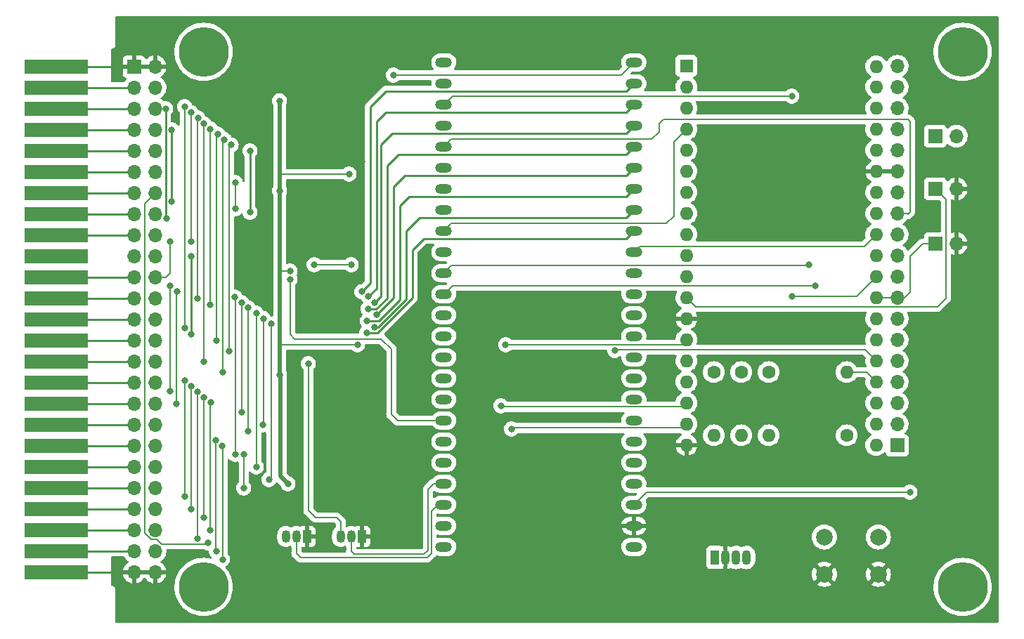
<source format=gbr>
%TF.GenerationSoftware,KiCad,Pcbnew,(6.0.7)*%
%TF.CreationDate,2022-08-24T05:19:48-07:00*%
%TF.ProjectId,TRS-IO-M1,5452532d-494f-42d4-9d31-2e6b69636164,rev?*%
%TF.SameCoordinates,Original*%
%TF.FileFunction,Copper,L2,Bot*%
%TF.FilePolarity,Positive*%
%FSLAX46Y46*%
G04 Gerber Fmt 4.6, Leading zero omitted, Abs format (unit mm)*
G04 Created by KiCad (PCBNEW (6.0.7)) date 2022-08-24 05:19:48*
%MOMM*%
%LPD*%
G01*
G04 APERTURE LIST*
%TA.AperFunction,ComponentPad*%
%ADD10R,1.700000X1.700000*%
%TD*%
%TA.AperFunction,ComponentPad*%
%ADD11O,1.700000X1.700000*%
%TD*%
%TA.AperFunction,ComponentPad*%
%ADD12C,6.000000*%
%TD*%
%TA.AperFunction,ComponentPad*%
%ADD13C,0.800000*%
%TD*%
%TA.AperFunction,ComponentPad*%
%ADD14C,1.600000*%
%TD*%
%TA.AperFunction,ComponentPad*%
%ADD15O,1.600000X1.600000*%
%TD*%
%TA.AperFunction,ComponentPad*%
%ADD16O,2.000000X1.200000*%
%TD*%
%TA.AperFunction,ComponentPad*%
%ADD17R,1.050000X1.500000*%
%TD*%
%TA.AperFunction,ComponentPad*%
%ADD18O,1.050000X1.500000*%
%TD*%
%TA.AperFunction,ComponentPad*%
%ADD19R,1.600000X1.600000*%
%TD*%
%TA.AperFunction,ConnectorPad*%
%ADD20R,7.620000X1.778000*%
%TD*%
%TA.AperFunction,ComponentPad*%
%ADD21R,1.070000X1.800000*%
%TD*%
%TA.AperFunction,ComponentPad*%
%ADD22O,1.070000X1.800000*%
%TD*%
%TA.AperFunction,ComponentPad*%
%ADD23C,2.000000*%
%TD*%
%TA.AperFunction,ViaPad*%
%ADD24C,0.800000*%
%TD*%
%TA.AperFunction,Conductor*%
%ADD25C,0.200000*%
%TD*%
%TA.AperFunction,Conductor*%
%ADD26C,0.250000*%
%TD*%
%TA.AperFunction,Conductor*%
%ADD27C,0.500380*%
%TD*%
G04 APERTURE END LIST*
D10*
%TO.P,J6,1,Pin_1*%
%TO.N,unconnected-(J6-Pad1)*%
X208280000Y-108400000D03*
D11*
%TO.P,J6,2,Pin_2*%
%TO.N,unconnected-(J6-Pad2)*%
X208280000Y-105860000D03*
%TO.P,J6,3,Pin_3*%
%TO.N,unconnected-(J6-Pad3)*%
X208280000Y-103320000D03*
%TO.P,J6,4,Pin_4*%
%TO.N,BUTTON*%
X208280000Y-100780000D03*
%TO.P,J6,5,Pin_5*%
%TO.N,REQ*%
X208280000Y-98240000D03*
%TO.P,J6,6,Pin_6*%
%TO.N,unconnected-(J6-Pad6)*%
X208280000Y-95700000D03*
%TO.P,J6,7,Pin_7*%
%TO.N,LED_BLUE*%
X208280000Y-93160000D03*
%TO.P,J6,8,Pin_8*%
%TO.N,FULL_ADDR*%
X208280000Y-90620000D03*
%TO.P,J6,9,Pin_9*%
%TO.N,SCK*%
X208280000Y-88080000D03*
%TO.P,J6,10,Pin_10*%
%TO.N,CS_FPGA*%
X208280000Y-85540000D03*
%TO.P,J6,11,Pin_11*%
%TO.N,DONE*%
X208280000Y-83000000D03*
%TO.P,J6,12,Pin_12*%
%TO.N,AA2_10*%
X208280000Y-80460000D03*
%TO.P,J6,13,Pin_13*%
%TO.N,AA0_9*%
X208280000Y-77920000D03*
%TO.P,J6,14,Pin_14*%
%TO.N,GND*%
X208280000Y-75380000D03*
%TO.P,J6,15,Pin_15*%
%TO.N,AA1_8*%
X208280000Y-72840000D03*
%TO.P,J6,16,Pin_16*%
%TO.N,unconnected-(J6-Pad16)*%
X208280000Y-70300000D03*
%TO.P,J6,17,Pin_17*%
%TO.N,unconnected-(J6-Pad17)*%
X208280000Y-67760000D03*
%TO.P,J6,18,Pin_18*%
%TO.N,unconnected-(J6-Pad18)*%
X208280000Y-65220000D03*
%TO.P,J6,19,Pin_19*%
%TO.N,+5V*%
X208280000Y-62680000D03*
%TD*%
D12*
%TO.P,H1,1*%
%TO.N,N/C*%
X124714000Y-60960000D03*
D13*
X126304990Y-62550990D03*
X123123010Y-59369010D03*
X126964000Y-60960000D03*
X124714000Y-58710000D03*
X122464000Y-60960000D03*
X124714000Y-63210000D03*
X126304990Y-59369010D03*
X123123010Y-62550990D03*
%TD*%
%TO.P,H2,1*%
%TO.N,N/C*%
X217744990Y-62550990D03*
X218404000Y-60960000D03*
D12*
X216154000Y-60960000D03*
D13*
X213904000Y-60960000D03*
X214563010Y-62550990D03*
X214563010Y-59369010D03*
X217744990Y-59369010D03*
X216154000Y-63210000D03*
X216154000Y-58710000D03*
%TD*%
%TO.P,H3,1*%
%TO.N,N/C*%
X126964000Y-125476000D03*
X124714000Y-127726000D03*
X126304990Y-123885010D03*
X123123010Y-127066990D03*
D12*
X124714000Y-125476000D03*
D13*
X122464000Y-125476000D03*
X124714000Y-123226000D03*
X126304990Y-127066990D03*
X123123010Y-123885010D03*
%TD*%
%TO.P,H4,1*%
%TO.N,N/C*%
X217744990Y-123885010D03*
X213904000Y-125476000D03*
X217744990Y-127066990D03*
X216154000Y-127726000D03*
X214563010Y-123885010D03*
X218404000Y-125476000D03*
X216154000Y-123226000D03*
X214563010Y-127066990D03*
D12*
X216154000Y-125476000D03*
%TD*%
D14*
%TO.P,R1,1*%
%TO.N,LED_RED*%
X186182000Y-99568000D03*
D15*
%TO.P,R1,2*%
%TO.N,Net-(D1-Pad1)*%
X186182000Y-107188000D03*
%TD*%
D14*
%TO.P,R2,1*%
%TO.N,LED_GREEN*%
X192786000Y-99568000D03*
D15*
%TO.P,R2,2*%
%TO.N,Net-(D1-Pad4)*%
X192786000Y-107188000D03*
%TD*%
D16*
%TO.P,U5,1,Pad_38*%
%TO.N,CS_SD_CARD*%
X153650000Y-62230000D03*
%TO.P,U5,2,Pad_37*%
%TO.N,MOSI*%
X153650000Y-64770000D03*
%TO.P,U5,3,Pad_36*%
%TO.N,SCK*%
X153650000Y-67310000D03*
%TO.P,U5,4,Pad_39*%
%TO.N,MISO*%
X153650000Y-69850000D03*
%TO.P,U5,5,Pad_25*%
%TO.N,AA2_10*%
X153650000Y-72390000D03*
%TO.P,U5,6,Pad_26*%
%TO.N,AA6_12*%
X153650000Y-74930000D03*
%TO.P,U5,7,Pad_27*%
%TO.N,AA7_13*%
X153650000Y-77470000D03*
%TO.P,U5,8,Pad_28*%
%TO.N,AA5_15*%
X153650000Y-80010000D03*
%TO.P,U5,9,Pad_29*%
%TO.N,AA3_11*%
X153650000Y-82550000D03*
%TO.P,U5,10,Pad_30*%
%TO.N,AA4_14*%
X153650000Y-85090000D03*
%TO.P,U5,11,Pad_33*%
%TO.N,AA1_8*%
X153650000Y-87630000D03*
%TO.P,U5,12,Pad_34*%
%TO.N,AA0_9*%
X153650000Y-90170000D03*
%TO.P,U5,13,Pad_40*%
%TO.N,Z80_IOREQ_N*%
X153650000Y-92710000D03*
%TO.P,U5,14,Pad_35*%
%TO.N,Z80_MREQ_N*%
X153650000Y-95250000D03*
%TO.P,U5,15,Pad_41*%
%TO.N,Z80_WR_N*%
X153650000Y-97790000D03*
%TO.P,U5,16,Pad_42*%
%TO.N,Z80_RD_N*%
X153650000Y-100330000D03*
%TO.P,U5,17,Pad_51*%
%TO.N,Z80_M1_N*%
X153650000Y-102870000D03*
%TO.P,U5,18,Pad_53*%
%TO.N,READ_N*%
X153650000Y-105410000D03*
%TO.P,U5,19,Pad_54*%
%TO.N,DBUS_SEL_N*%
X153650000Y-107950000D03*
%TO.P,U5,20,Pad_55*%
%TO.N,A0_MUX*%
X153650000Y-110490000D03*
%TO.P,U5,21,Pad_56*%
%TO.N,INT*%
X153650000Y-113030000D03*
%TO.P,U5,22,Pad_57*%
%TO.N,WAIT*%
X153650000Y-115570000D03*
%TO.P,U5,23,Pad_68*%
%TO.N,unconnected-(U5-Pad23)*%
X153650000Y-118110000D03*
%TO.P,U5,24,Pad_69*%
%TO.N,unconnected-(U5-Pad24)*%
X153650000Y-120650000D03*
%TO.P,U5,25,3V3*%
%TO.N,+3V3*%
X176550000Y-120650000D03*
%TO.P,U5,26,GND*%
%TO.N,GND*%
X176550000Y-118110000D03*
%TO.P,U5,27,Pad_32*%
%TO.N,CS_FPGA*%
X176550000Y-115570000D03*
%TO.P,U5,28,Pad_31*%
%TO.N,ESP_S2*%
X176550000Y-113030000D03*
%TO.P,U5,29,Pad_49*%
%TO.N,ESP_S1*%
X176550000Y-110490000D03*
%TO.P,U5,30,Pad_48*%
%TO.N,ESP_S0*%
X176550000Y-107950000D03*
%TO.P,U5,31,5V*%
%TO.N,VU*%
X176550000Y-105410000D03*
%TO.P,U5,32,Pad_70*%
%TO.N,unconnected-(U5-Pad32)*%
X176550000Y-102870000D03*
%TO.P,U5,33,Pad_71*%
%TO.N,unconnected-(U5-Pad33)*%
X176550000Y-100330000D03*
%TO.P,U5,34,Pad_72*%
%TO.N,unconnected-(U5-Pad34)*%
X176550000Y-97790000D03*
%TO.P,U5,35,Pad_73*%
%TO.N,unconnected-(U5-Pad35)*%
X176550000Y-95250000D03*
%TO.P,U5,36,Pad_74*%
%TO.N,unconnected-(U5-Pad36)*%
X176550000Y-92710000D03*
%TO.P,U5,37,Pad_75*%
%TO.N,unconnected-(U5-Pad37)*%
X176550000Y-90170000D03*
%TO.P,U5,38,Pad_76*%
%TO.N,REQ*%
X176550000Y-87630000D03*
%TO.P,U5,39,Pad_77*%
%TO.N,DONE*%
X176550000Y-85090000D03*
%TO.P,U5,40,Pad_79*%
%TO.N,DD2*%
X176550000Y-82550000D03*
%TO.P,U5,41,Pad_80*%
%TO.N,DD0*%
X176550000Y-80010000D03*
%TO.P,U5,42,Pad_81*%
%TO.N,DD5*%
X176550000Y-77470000D03*
%TO.P,U5,43,Pad_82*%
%TO.N,DD3*%
X176550000Y-74930000D03*
%TO.P,U5,44,Pad_83*%
%TO.N,DD6*%
X176550000Y-72390000D03*
%TO.P,U5,45,Pad_84*%
%TO.N,DD1*%
X176550000Y-69850000D03*
%TO.P,U5,46,Pad_85*%
%TO.N,DD7*%
X176550000Y-67310000D03*
%TO.P,U5,47,Pad_86*%
%TO.N,DD4*%
X176550000Y-64770000D03*
%TO.P,U5,48,Pad_63*%
%TO.N,A1_MUX*%
X176550000Y-62230000D03*
%TD*%
D17*
%TO.P,Q2,1,S*%
%TO.N,GND*%
X143764000Y-119380000D03*
D18*
%TO.P,Q2,2,G*%
%TO.N,INT*%
X142494000Y-119380000D03*
%TO.P,Q2,3,D*%
%TO.N,INT_N*%
X141224000Y-119380000D03*
%TD*%
D10*
%TO.P,J4,1,Pin_1*%
%TO.N,+5V*%
X212852000Y-71120000D03*
D11*
%TO.P,J4,2,Pin_2*%
%TO.N,VU*%
X215392000Y-71120000D03*
%TD*%
D19*
%TO.P,U6,1,GPIO6*%
%TO.N,unconnected-(U6-Pad1)*%
X182880000Y-62645000D03*
D15*
%TO.P,U6,2,GPIO7*%
%TO.N,unconnected-(U6-Pad2)*%
X182880000Y-65185000D03*
%TO.P,U6,3,GPIO8*%
%TO.N,unconnected-(U6-Pad3)*%
X182880000Y-67725000D03*
%TO.P,U6,4,GPIO15*%
%TO.N,AA3_11*%
X182880000Y-70265000D03*
%TO.P,U6,5,GPIO2*%
%TO.N,unconnected-(U6-Pad5)*%
X182880000Y-72805000D03*
%TO.P,U6,6,GPIO0*%
%TO.N,unconnected-(U6-Pad6)*%
X182880000Y-75345000D03*
%TO.P,U6,7,GPIO4*%
%TO.N,LED_GREEN*%
X182880000Y-77885000D03*
%TO.P,U6,8,GPIO16*%
%TO.N,ESP_S0*%
X182880000Y-80425000D03*
%TO.P,U6,9,GPIO17*%
%TO.N,ESP_S1*%
X182880000Y-82965000D03*
%TO.P,U6,10,GPIO5*%
%TO.N,LED_RED*%
X182880000Y-85505000D03*
%TO.P,U6,11,GPIO18*%
%TO.N,ESP_S2*%
X182880000Y-88045000D03*
%TO.P,U6,12,GPIO19*%
%TO.N,EI*%
X182880000Y-90585000D03*
%TO.P,U6,13,GND*%
%TO.N,GND*%
X182880000Y-93125000D03*
%TO.P,U6,14,GPIO21*%
%TO.N,MOSI*%
X182880000Y-95665000D03*
%TO.P,U6,15,GPIO3*%
%TO.N,unconnected-(U6-Pad15)*%
X182880000Y-98205000D03*
%TO.P,U6,16,GPIO1*%
%TO.N,unconnected-(U6-Pad16)*%
X182880000Y-100745000D03*
%TO.P,U6,17,GPIO22*%
%TO.N,MISO*%
X182880000Y-103285000D03*
%TO.P,U6,18,GPIO23*%
%TO.N,CS_SD_CARD*%
X182880000Y-105825000D03*
%TO.P,U6,19,GND*%
%TO.N,GND*%
X182880000Y-108365000D03*
%TO.P,U6,20,3V3*%
%TO.N,unconnected-(U6-Pad20)*%
X205740000Y-108365000D03*
%TO.P,U6,21,RESET*%
%TO.N,unconnected-(U6-Pad21)*%
X205740000Y-105825000D03*
%TO.P,U6,22,GPIO36*%
%TO.N,unconnected-(U6-Pad22)*%
X205740000Y-103285000D03*
%TO.P,U6,23,GPIO39*%
%TO.N,BUTTON*%
X205740000Y-100745000D03*
%TO.P,U6,24,GPIO34*%
%TO.N,REQ*%
X205740000Y-98205000D03*
%TO.P,U6,25,GPIO35*%
%TO.N,unconnected-(U6-Pad25)*%
X205740000Y-95665000D03*
%TO.P,U6,26,GPIO32*%
%TO.N,LED_BLUE*%
X205740000Y-93125000D03*
%TO.P,U6,27,GPIO33*%
%TO.N,FULL_ADDR*%
X205740000Y-90585000D03*
%TO.P,U6,28,GPIO25*%
%TO.N,SCK*%
X205740000Y-88045000D03*
%TO.P,U6,29,GPIO26*%
%TO.N,CS_FPGA*%
X205740000Y-85505000D03*
%TO.P,U6,30,GPIO27*%
%TO.N,DONE*%
X205740000Y-82965000D03*
%TO.P,U6,31,GPIO14*%
%TO.N,AA2_10*%
X205740000Y-80425000D03*
%TO.P,U6,32,GPIO12*%
%TO.N,AA0_9*%
X205740000Y-77885000D03*
%TO.P,U6,33,GND*%
%TO.N,GND*%
X205740000Y-75345000D03*
%TO.P,U6,34,GPIO13*%
%TO.N,AA1_8*%
X205740000Y-72805000D03*
%TO.P,U6,35,GPIO9*%
%TO.N,unconnected-(U6-Pad35)*%
X205740000Y-70265000D03*
%TO.P,U6,36,GPIO10*%
%TO.N,unconnected-(U6-Pad36)*%
X205740000Y-67725000D03*
%TO.P,U6,37,GPIO11*%
%TO.N,unconnected-(U6-Pad37)*%
X205740000Y-65185000D03*
%TO.P,U6,38,5V*%
%TO.N,+5V*%
X205740000Y-62708500D03*
%TD*%
D14*
%TO.P,R4,1*%
%TO.N,+3V3*%
X202184000Y-107188000D03*
D15*
%TO.P,R4,2*%
%TO.N,BUTTON*%
X202184000Y-99568000D03*
%TD*%
D20*
%TO.P,J1,2,Pin_2*%
%TO.N,GND*%
X106934000Y-123698000D03*
%TO.P,J1,4,Pin_4*%
%TO.N,A6*%
X106934000Y-121158000D03*
%TO.P,J1,6,Pin_6*%
%TO.N,A4*%
X106934000Y-118618000D03*
%TO.P,J1,8,Pin_8*%
%TO.N,A3*%
X106934000Y-116078000D03*
%TO.P,J1,10,Pin_10*%
%TO.N,A0*%
X106934000Y-113538000D03*
%TO.P,J1,12,Pin_12*%
%TO.N,D2*%
X106934000Y-110998000D03*
%TO.P,J1,14,Pin_14*%
%TO.N,D1*%
X106934000Y-108458000D03*
%TO.P,J1,16,Pin_16*%
%TO.N,D3*%
X106934000Y-105918000D03*
%TO.P,J1,18,Pin_18*%
%TO.N,D6*%
X106934000Y-103378000D03*
%TO.P,J1,20,Pin_20*%
%TO.N,D4*%
X106934000Y-100838000D03*
%TO.P,J1,22,Pin_22*%
%TO.N,A8*%
X106934000Y-98298000D03*
%TO.P,J1,24,Pin_24*%
%TO.N,A9*%
X106934000Y-95758000D03*
%TO.P,J1,26,Pin_26*%
%TO.N,A10*%
X106934000Y-93218000D03*
%TO.P,J1,28,Pin_28*%
%TO.N,A11*%
X106934000Y-90678000D03*
%TO.P,J1,30,Pin_30*%
%TO.N,PHI*%
X106934000Y-88138000D03*
%TO.P,J1,32,Pin_32*%
%TO.N,unconnected-(J1-Pad32)*%
X106934000Y-85598000D03*
%TO.P,J1,34,Pin_34*%
%TO.N,PHLDA*%
X106934000Y-83058000D03*
%TO.P,J1,36,Pin_36*%
%TO.N,HALT*%
X106934000Y-80518000D03*
%TO.P,J1,38,Pin_38*%
%TO.N,IORQ_N*%
X106934000Y-77978000D03*
%TO.P,J1,40,Pin_40*%
%TO.N,WR_N*%
X106934000Y-75438000D03*
%TO.P,J1,42,Pin_42*%
%TO.N,CCDBS*%
X106934000Y-72898000D03*
%TO.P,J1,44,Pin_44*%
%TO.N,DODBS*%
X106934000Y-70358000D03*
%TO.P,J1,46,Pin_46*%
%TO.N,RESET*%
X106934000Y-67818000D03*
%TO.P,J1,48,Pin_48*%
%TO.N,NMI*%
X106934000Y-65278000D03*
%TO.P,J1,50,Pin_50*%
%TO.N,GND*%
X106934000Y-62738000D03*
%TD*%
D10*
%TO.P,J5,1,Pin_1*%
%TO.N,FULL_ADDR*%
X212847000Y-84074000D03*
D11*
%TO.P,J5,2,Pin_2*%
%TO.N,GND*%
X215387000Y-84074000D03*
%TD*%
D10*
%TO.P,J3,1,Pin_1*%
%TO.N,EI*%
X212852000Y-77470000D03*
D11*
%TO.P,J3,2,Pin_2*%
%TO.N,GND*%
X215392000Y-77470000D03*
%TD*%
D14*
%TO.P,R3,1*%
%TO.N,LED_BLUE*%
X189484000Y-99568000D03*
D15*
%TO.P,R3,2*%
%TO.N,Net-(D1-Pad3)*%
X189484000Y-107188000D03*
%TD*%
D21*
%TO.P,D1,1,RA*%
%TO.N,Net-(D1-Pad1)*%
X186314000Y-121920000D03*
D22*
%TO.P,D1,2,K*%
%TO.N,GND*%
X187584000Y-121920000D03*
%TO.P,D1,3,BA*%
%TO.N,Net-(D1-Pad3)*%
X188854000Y-121920000D03*
%TO.P,D1,4,GA*%
%TO.N,Net-(D1-Pad4)*%
X190124000Y-121920000D03*
%TD*%
D17*
%TO.P,Q1,1,S*%
%TO.N,GND*%
X137160000Y-119380000D03*
D18*
%TO.P,Q1,2,G*%
%TO.N,WAIT*%
X135890000Y-119380000D03*
%TO.P,Q1,3,D*%
%TO.N,WAIT_N*%
X134620000Y-119380000D03*
%TD*%
D11*
%TO.P,J2,1,Pin_1*%
%TO.N,GND*%
X118867000Y-123703000D03*
%TO.P,J2,2,Pin_2*%
X116327000Y-123703000D03*
%TO.P,J2,3,Pin_3*%
%TO.N,A7*%
X118867000Y-121163000D03*
%TO.P,J2,4,Pin_4*%
%TO.N,A6*%
X116327000Y-121163000D03*
%TO.P,J2,5,Pin_5*%
%TO.N,A5*%
X118867000Y-118623000D03*
%TO.P,J2,6,Pin_6*%
%TO.N,A4*%
X116327000Y-118623000D03*
%TO.P,J2,7,Pin_7*%
%TO.N,A1*%
X118867000Y-116083000D03*
%TO.P,J2,8,Pin_8*%
%TO.N,A3*%
X116327000Y-116083000D03*
%TO.P,J2,9,Pin_9*%
%TO.N,A2*%
X118867000Y-113543000D03*
%TO.P,J2,10,Pin_10*%
%TO.N,A0*%
X116327000Y-113543000D03*
%TO.P,J2,11,Pin_11*%
%TO.N,D5*%
X118867000Y-111003000D03*
%TO.P,J2,12,Pin_12*%
%TO.N,D2*%
X116327000Y-111003000D03*
%TO.P,J2,13,Pin_13*%
%TO.N,unconnected-(J2-Pad13)*%
X118867000Y-108463000D03*
%TO.P,J2,14,Pin_14*%
%TO.N,D1*%
X116327000Y-108463000D03*
%TO.P,J2,15,Pin_15*%
%TO.N,D0*%
X118867000Y-105923000D03*
%TO.P,J2,16,Pin_16*%
%TO.N,D3*%
X116327000Y-105923000D03*
%TO.P,J2,17,Pin_17*%
%TO.N,D7*%
X118867000Y-103383000D03*
%TO.P,J2,18,Pin_18*%
%TO.N,D6*%
X116327000Y-103383000D03*
%TO.P,J2,19,Pin_19*%
%TO.N,5V*%
X118867000Y-100843000D03*
%TO.P,J2,20,Pin_20*%
%TO.N,D4*%
X116327000Y-100843000D03*
%TO.P,J2,21,Pin_21*%
%TO.N,A15*%
X118867000Y-98303000D03*
%TO.P,J2,22,Pin_22*%
%TO.N,A8*%
X116327000Y-98303000D03*
%TO.P,J2,23,Pin_23*%
%TO.N,A14*%
X118867000Y-95763000D03*
%TO.P,J2,24,Pin_24*%
%TO.N,A9*%
X116327000Y-95763000D03*
%TO.P,J2,25,Pin_25*%
%TO.N,unconnected-(J2-Pad25)*%
X118867000Y-93223000D03*
%TO.P,J2,26,Pin_26*%
%TO.N,A10*%
X116327000Y-93223000D03*
%TO.P,J2,27,Pin_27*%
%TO.N,A13*%
X118867000Y-90683000D03*
%TO.P,J2,28,Pin_28*%
%TO.N,A11*%
X116327000Y-90683000D03*
%TO.P,J2,29,Pin_29*%
%TO.N,A12*%
X118867000Y-88143000D03*
%TO.P,J2,30,Pin_30*%
%TO.N,PHI*%
X116327000Y-88143000D03*
%TO.P,J2,31,Pin_31*%
%TO.N,INT_N*%
X118867000Y-85603000D03*
%TO.P,J2,32,Pin_32*%
%TO.N,unconnected-(J2-Pad32)*%
X116327000Y-85603000D03*
%TO.P,J2,33,Pin_33*%
%TO.N,unconnected-(J2-Pad33)*%
X118867000Y-83063000D03*
%TO.P,J2,34,Pin_34*%
%TO.N,PHLDA*%
X116327000Y-83063000D03*
%TO.P,J2,35,Pin_35*%
%TO.N,PHANTOM*%
X118867000Y-80523000D03*
%TO.P,J2,36,Pin_36*%
%TO.N,HALT*%
X116327000Y-80523000D03*
%TO.P,J2,37,Pin_37*%
%TO.N,WAIT_N*%
X118867000Y-77983000D03*
%TO.P,J2,38,Pin_38*%
%TO.N,IORQ_N*%
X116327000Y-77983000D03*
%TO.P,J2,39,Pin_39*%
%TO.N,PHOLD*%
X118867000Y-75443000D03*
%TO.P,J2,40,Pin_40*%
%TO.N,WR_N*%
X116327000Y-75443000D03*
%TO.P,J2,41,Pin_41*%
%TO.N,RD_N*%
X118867000Y-72903000D03*
%TO.P,J2,42,Pin_42*%
%TO.N,CCDBS*%
X116327000Y-72903000D03*
%TO.P,J2,43,Pin_43*%
%TO.N,MREQ_N*%
X118867000Y-70363000D03*
%TO.P,J2,44,Pin_44*%
%TO.N,DODBS*%
X116327000Y-70363000D03*
%TO.P,J2,45,Pin_45*%
%TO.N,M1_N*%
X118867000Y-67823000D03*
%TO.P,J2,46,Pin_46*%
%TO.N,RESET*%
X116327000Y-67823000D03*
%TO.P,J2,47,Pin_47*%
%TO.N,RFSH*%
X118867000Y-65283000D03*
%TO.P,J2,48,Pin_48*%
%TO.N,NMI*%
X116327000Y-65283000D03*
%TO.P,J2,49,Pin_49*%
%TO.N,GND*%
X118867000Y-62743000D03*
D10*
%TO.P,J2,50,Pin_50*%
X116327000Y-62743000D03*
%TD*%
D23*
%TO.P,SW1,1,1*%
%TO.N,GND*%
X205994000Y-123952000D03*
X199494000Y-123952000D03*
%TO.P,SW1,2,2*%
%TO.N,BUTTON*%
X205994000Y-119452000D03*
X199494000Y-119452000D03*
%TD*%
D24*
%TO.N,CS_FPGA*%
X209804000Y-114046000D03*
%TO.N,GND*%
X129286000Y-114808000D03*
X145542000Y-62992000D03*
X143764000Y-74168000D03*
X135636000Y-97790000D03*
X145288000Y-99314000D03*
X138029346Y-72898000D03*
X135636000Y-107950000D03*
X139192000Y-108458000D03*
%TO.N,+3V3*%
X143256000Y-96266000D03*
X133858000Y-77724000D03*
X133858000Y-66875500D03*
X135128000Y-87376000D03*
X142240000Y-75692000D03*
X133858000Y-99895500D03*
X134874000Y-113030000D03*
%TO.N,A10*%
X122428000Y-94234000D03*
X122428000Y-67564000D03*
%TO.N,A12*%
X123190000Y-68274500D03*
X120650000Y-83820000D03*
X123190000Y-83820000D03*
%TO.N,A13*%
X124024131Y-68924500D03*
X123952000Y-90678000D03*
%TO.N,A15*%
X124714000Y-98298000D03*
X124743885Y-69618012D03*
%TO.N,A11*%
X125476000Y-91440000D03*
X125513586Y-70255637D03*
%TO.N,A14*%
X126428380Y-70874500D03*
X126238000Y-95758000D03*
%TO.N,A8*%
X127000000Y-99568000D03*
X127181017Y-71532179D03*
%TO.N,WR_N*%
X128524000Y-79871500D03*
X128524000Y-76708000D03*
%TO.N,RD_N*%
X130302000Y-80297020D03*
X130302000Y-72898000D03*
%TO.N,MREQ_N*%
X120866500Y-78994000D03*
X120866500Y-70358000D03*
%TO.N,A9*%
X127762000Y-97028000D03*
X128030050Y-72174500D03*
%TO.N,D4*%
X120650000Y-101854000D03*
X120650000Y-89154000D03*
%TO.N,M1_N*%
X120215367Y-81054944D03*
X120142000Y-67818000D03*
%TO.N,D7*%
X121412000Y-103378000D03*
X121481636Y-89864500D03*
%TO.N,INT_N*%
X137329846Y-98552000D03*
X123190000Y-85598000D03*
X123190000Y-94996000D03*
%TO.N,D1*%
X128461500Y-90514500D03*
X128524000Y-109474000D03*
%TO.N,D6*%
X129286000Y-104394000D03*
X129286000Y-91186000D03*
%TO.N,A0*%
X122428000Y-114554000D03*
X122428000Y-100584000D03*
%TO.N,D3*%
X130057064Y-91821976D03*
X130048000Y-106680000D03*
%TO.N,A1*%
X123190000Y-116078000D03*
X123190000Y-101294500D03*
%TO.N,D5*%
X131064000Y-110998000D03*
X131064000Y-92464500D03*
%TO.N,D0*%
X131826000Y-105918000D03*
X131899915Y-93114500D03*
%TO.N,A4*%
X123952000Y-119634000D03*
X123952000Y-101944500D03*
%TO.N,D2*%
X132588000Y-112522000D03*
X132842000Y-93764500D03*
%TO.N,WAIT_N*%
X125222000Y-120142000D03*
%TO.N,A3*%
X124714000Y-102616000D03*
X124714000Y-117094000D03*
%TO.N,A5*%
X125545636Y-103244500D03*
X125476000Y-118618000D03*
%TO.N,A7*%
X126175500Y-107772011D03*
X126238000Y-121158000D03*
%TO.N,A6*%
X127000000Y-122174000D03*
X126972336Y-108471511D03*
%TO.N,A2*%
X129540000Y-113538000D03*
X129540000Y-109474000D03*
%TO.N,+1V8*%
X138029346Y-86614000D03*
X142494000Y-86614000D03*
%TO.N,AA0_9*%
X198374000Y-89154000D03*
%TO.N,AA1_8*%
X197612000Y-86614000D03*
%TO.N,SCK*%
X195580000Y-66294000D03*
X195580000Y-90424000D03*
%TO.N,MOSI*%
X161098500Y-96266000D03*
%TO.N,READ_N*%
X135128000Y-88392000D03*
%TO.N,MISO*%
X160528000Y-103632000D03*
%TO.N,DD3*%
X145530420Y-92672479D03*
%TO.N,DD4*%
X143772003Y-89864500D03*
%TO.N,DD5*%
X144412084Y-93397000D03*
%TO.N,DD6*%
X144526000Y-91948000D03*
%TO.N,DD7*%
X144574660Y-90460108D03*
%TO.N,DD2*%
X144354955Y-94846000D03*
%TO.N,DD0*%
X145285880Y-94121500D03*
%TO.N,DD1*%
X145272704Y-91175468D03*
%TO.N,A1_MUX*%
X147574000Y-63754000D03*
%TO.N,CS_SD_CARD*%
X161798000Y-106426000D03*
%TO.N,REQ*%
X174244000Y-96965500D03*
%TD*%
D25*
%TO.N,FULL_ADDR*%
X211328000Y-84074000D02*
X212847000Y-84074000D01*
X209804000Y-85598000D02*
X211328000Y-84074000D01*
%TO.N,CS_FPGA*%
X207518000Y-114046000D02*
X209804000Y-114046000D01*
%TO.N,EI*%
X183989000Y-91694000D02*
X182880000Y-90585000D01*
X213106000Y-91694000D02*
X183989000Y-91694000D01*
X214122000Y-78740000D02*
X214122000Y-90678000D01*
X214122000Y-90678000D02*
X213106000Y-91694000D01*
X212852000Y-77470000D02*
X214122000Y-78740000D01*
%TO.N,AA2_10*%
X209492000Y-80460000D02*
X208280000Y-80460000D01*
X209550000Y-80518000D02*
X209492000Y-80460000D01*
X209804000Y-80264000D02*
X209550000Y-80518000D01*
X209804000Y-69342000D02*
X209804000Y-80264000D01*
X209550000Y-69088000D02*
X209804000Y-69342000D01*
X179578000Y-69596000D02*
X180086000Y-69088000D01*
X179578000Y-70612000D02*
X179578000Y-69596000D01*
X178699520Y-71490480D02*
X179578000Y-70612000D01*
X154549520Y-71490480D02*
X178699520Y-71490480D01*
X180086000Y-69088000D02*
X209550000Y-69088000D01*
X153650000Y-72390000D02*
X154549520Y-71490480D01*
D26*
%TO.N,GND*%
X116327000Y-62743000D02*
X118867000Y-62743000D01*
X106934000Y-123698000D02*
X116322000Y-123698000D01*
X116327000Y-123703000D02*
X118867000Y-123703000D01*
D25*
X138029346Y-73767346D02*
X138029346Y-72898000D01*
D26*
X116322000Y-62738000D02*
X116327000Y-62743000D01*
X106934000Y-62738000D02*
X116322000Y-62738000D01*
D25*
X138430000Y-74168000D02*
X138029346Y-73767346D01*
D26*
X116322000Y-123698000D02*
X116327000Y-123703000D01*
D25*
X143764000Y-74168000D02*
X138430000Y-74168000D01*
%TO.N,+3V3*%
X143256000Y-96266000D02*
X133858000Y-96266000D01*
D27*
X133858000Y-87376000D02*
X133858000Y-77724000D01*
X133858000Y-73660000D02*
X133858000Y-66875500D01*
D25*
X134112000Y-75692000D02*
X133858000Y-75946000D01*
D27*
X133858000Y-77724000D02*
X133858000Y-77216000D01*
X133858000Y-77216000D02*
X133858000Y-75946000D01*
X133858000Y-75946000D02*
X133858000Y-73660000D01*
X133945701Y-99983201D02*
X133945701Y-112101701D01*
X133858000Y-96266000D02*
X133858000Y-99895500D01*
X133858000Y-87884000D02*
X133858000Y-96266000D01*
D25*
X142240000Y-75692000D02*
X134112000Y-75692000D01*
D27*
X133858000Y-99895500D02*
X133945701Y-99983201D01*
D25*
X135128000Y-87376000D02*
X133858000Y-87376000D01*
D27*
X133858000Y-87884000D02*
X133858000Y-87376000D01*
X133945701Y-112101701D02*
X134874000Y-113030000D01*
D26*
%TO.N,A10*%
X106934000Y-93218000D02*
X116322000Y-93218000D01*
D25*
X122428000Y-67564000D02*
X122428000Y-94234000D01*
D26*
X116322000Y-93218000D02*
X116327000Y-93223000D01*
D25*
%TO.N,A12*%
X120650000Y-87630000D02*
X120137000Y-88143000D01*
X123190000Y-68274500D02*
X123190000Y-83820000D01*
X120137000Y-88143000D02*
X118867000Y-88143000D01*
X120650000Y-83820000D02*
X120650000Y-87630000D01*
%TO.N,A13*%
X123952000Y-68996631D02*
X123952000Y-90678000D01*
X124024131Y-68924500D02*
X123952000Y-68996631D01*
%TO.N,A15*%
X124714000Y-69647897D02*
X124714000Y-98298000D01*
X124743885Y-69618012D02*
X124714000Y-69647897D01*
%TO.N,A11*%
X125513586Y-70255637D02*
X125476000Y-70293223D01*
D26*
X116322000Y-90678000D02*
X116327000Y-90683000D01*
D25*
X125476000Y-70293223D02*
X125476000Y-91440000D01*
D26*
X106934000Y-90678000D02*
X116322000Y-90678000D01*
D25*
%TO.N,A14*%
X126238000Y-71064880D02*
X126238000Y-95758000D01*
X126428380Y-70874500D02*
X126238000Y-71064880D01*
%TO.N,A8*%
X127181017Y-71532179D02*
X127000000Y-71713196D01*
D26*
X106934000Y-98298000D02*
X116322000Y-98298000D01*
X116322000Y-98298000D02*
X116327000Y-98303000D01*
D25*
X127000000Y-71713196D02*
X127000000Y-99568000D01*
D26*
%TO.N,WR_N*%
X106934000Y-75438000D02*
X116322000Y-75438000D01*
D25*
X128524000Y-79871500D02*
X128524000Y-76708000D01*
D26*
X116322000Y-75438000D02*
X116327000Y-75443000D01*
%TO.N,RD_N*%
X130302000Y-72898000D02*
X130302000Y-80297020D01*
%TO.N,MREQ_N*%
X120866500Y-70358000D02*
X120866500Y-78994000D01*
D25*
%TO.N,A9*%
X128030050Y-72174500D02*
X127762000Y-72442550D01*
X127762000Y-72442550D02*
X127762000Y-97028000D01*
D26*
X116322000Y-95758000D02*
X116327000Y-95763000D01*
X106934000Y-95758000D02*
X116322000Y-95758000D01*
D25*
%TO.N,D4*%
X120650000Y-89154000D02*
X120650000Y-101854000D01*
D26*
X106934000Y-100838000D02*
X116322000Y-100838000D01*
X116322000Y-100838000D02*
X116327000Y-100843000D01*
%TO.N,M1_N*%
X120142000Y-67818000D02*
X120142000Y-80981577D01*
X120142000Y-80981577D02*
X120215367Y-81054944D01*
D25*
%TO.N,D7*%
X121481636Y-89864500D02*
X121412000Y-89934136D01*
X121412000Y-89934136D02*
X121412000Y-103378000D01*
%TO.N,INT_N*%
X140716000Y-117094000D02*
X141224000Y-117602000D01*
D26*
X123190000Y-85598000D02*
X123190000Y-94996000D01*
D25*
X137329846Y-116247846D02*
X138176000Y-117094000D01*
X141224000Y-117602000D02*
X141224000Y-119380000D01*
X137329846Y-98552000D02*
X137329846Y-116247846D01*
X138176000Y-117094000D02*
X140716000Y-117094000D01*
%TO.N,D1*%
X128524000Y-90577000D02*
X128524000Y-109474000D01*
X128461500Y-90514500D02*
X128524000Y-90577000D01*
D26*
X116322000Y-108458000D02*
X116327000Y-108463000D01*
X106934000Y-108458000D02*
X116322000Y-108458000D01*
%TO.N,D6*%
X116322000Y-103378000D02*
X116327000Y-103383000D01*
D25*
X129286000Y-91186000D02*
X129286000Y-104394000D01*
D26*
X106934000Y-103378000D02*
X116322000Y-103378000D01*
D25*
%TO.N,A0*%
X122428000Y-100584000D02*
X122428000Y-114554000D01*
D26*
X116322000Y-113538000D02*
X116327000Y-113543000D01*
X106934000Y-113538000D02*
X116322000Y-113538000D01*
D25*
%TO.N,D3*%
X130048000Y-91831040D02*
X130048000Y-106680000D01*
D26*
X116322000Y-105918000D02*
X116327000Y-105923000D01*
X106934000Y-105918000D02*
X116322000Y-105918000D01*
D25*
X130057064Y-91821976D02*
X130048000Y-91831040D01*
%TO.N,A1*%
X123190000Y-101294500D02*
X123190000Y-116078000D01*
%TO.N,D5*%
X131064000Y-92464500D02*
X131064000Y-110998000D01*
%TO.N,D0*%
X131899915Y-93114500D02*
X131899915Y-105844085D01*
X131899915Y-105844085D02*
X131826000Y-105918000D01*
D26*
%TO.N,A4*%
X106934000Y-118618000D02*
X116322000Y-118618000D01*
D25*
X123952000Y-101944500D02*
X123952000Y-119634000D01*
D26*
X116322000Y-118618000D02*
X116327000Y-118623000D01*
%TO.N,D2*%
X106934000Y-110998000D02*
X116322000Y-110998000D01*
D25*
X132842000Y-112268000D02*
X132588000Y-112522000D01*
X132842000Y-93764500D02*
X132842000Y-112268000D01*
D26*
X116322000Y-110998000D02*
X116327000Y-111003000D01*
D25*
%TO.N,WAIT_N*%
X117602000Y-79248000D02*
X118867000Y-77983000D01*
X117602000Y-118997489D02*
X117602000Y-79248000D01*
X125030489Y-120333511D02*
X119663165Y-120333511D01*
X119102165Y-119772511D02*
X118377022Y-119772511D01*
X118377022Y-119772511D02*
X117602000Y-118997489D01*
X125222000Y-120142000D02*
X125030489Y-120333511D01*
X119663165Y-120333511D02*
X119102165Y-119772511D01*
D26*
%TO.N,A3*%
X106934000Y-116078000D02*
X116322000Y-116078000D01*
X116322000Y-116078000D02*
X116327000Y-116083000D01*
D25*
X124714000Y-102616000D02*
X124714000Y-117094000D01*
%TO.N,A5*%
X125476000Y-103314136D02*
X125476000Y-118618000D01*
X125545636Y-103244500D02*
X125476000Y-103314136D01*
%TO.N,A7*%
X126175500Y-121095500D02*
X126238000Y-121158000D01*
X126175500Y-107772011D02*
X126175500Y-121095500D01*
%TO.N,A6*%
X126972336Y-108471511D02*
X127000000Y-108499175D01*
X127000000Y-108499175D02*
X127000000Y-122174000D01*
D26*
X116322000Y-121158000D02*
X116327000Y-121163000D01*
X106934000Y-121158000D02*
X116322000Y-121158000D01*
D25*
%TO.N,A2*%
X129540000Y-109474000D02*
X129540000Y-113538000D01*
%TO.N,WAIT*%
X153650000Y-115570000D02*
X152908000Y-115570000D01*
X152146000Y-121412000D02*
X151638000Y-121920000D01*
X151638000Y-121920000D02*
X136398000Y-121920000D01*
X136398000Y-121920000D02*
X135890000Y-121412000D01*
X152908000Y-115570000D02*
X152146000Y-116332000D01*
X135890000Y-121412000D02*
X135890000Y-119380000D01*
X152146000Y-116332000D02*
X152146000Y-121412000D01*
%TO.N,+1V8*%
X142494000Y-86614000D02*
X138029346Y-86614000D01*
%TO.N,AA0_9*%
X153650000Y-90170000D02*
X154675489Y-89144511D01*
X198364511Y-89144511D02*
X198374000Y-89154000D01*
X154675489Y-89144511D02*
X198364511Y-89144511D01*
%TO.N,AA1_8*%
X197495520Y-86730480D02*
X197612000Y-86614000D01*
X154549520Y-86730480D02*
X197495520Y-86730480D01*
X153650000Y-87630000D02*
X154549520Y-86730480D01*
%TO.N,SCK*%
X195570511Y-66284511D02*
X195580000Y-66294000D01*
X195580000Y-90424000D02*
X203361000Y-90424000D01*
X203361000Y-90424000D02*
X205740000Y-88045000D01*
X154675489Y-66284511D02*
X195570511Y-66284511D01*
X153650000Y-67310000D02*
X154675489Y-66284511D01*
%TO.N,MOSI*%
X161098500Y-96266000D02*
X182279000Y-96266000D01*
X182279000Y-96266000D02*
X182880000Y-95665000D01*
%TO.N,AA3_11*%
X180477520Y-81650480D02*
X181356000Y-80772000D01*
X181356000Y-80772000D02*
X181356000Y-71789000D01*
X153650000Y-82550000D02*
X154549520Y-81650480D01*
X154549520Y-81650480D02*
X180477520Y-81650480D01*
X181356000Y-71789000D02*
X182880000Y-70265000D01*
%TO.N,READ_N*%
X147320000Y-96774000D02*
X146112489Y-95566489D01*
X146112489Y-95566489D02*
X135698489Y-95566489D01*
X148082000Y-105410000D02*
X147320000Y-104648000D01*
X135698489Y-95566489D02*
X135128000Y-94996000D01*
X147320000Y-104648000D02*
X147320000Y-96774000D01*
X153650000Y-105410000D02*
X148082000Y-105410000D01*
X135128000Y-94996000D02*
X135128000Y-88392000D01*
%TO.N,MISO*%
X160665520Y-103769520D02*
X182395480Y-103769520D01*
X160528000Y-103632000D02*
X160665520Y-103769520D01*
X182395480Y-103769520D02*
X182880000Y-103285000D01*
D26*
%TO.N,DD3*%
X148935480Y-75854520D02*
X175625480Y-75854520D01*
X147574000Y-77216000D02*
X148935480Y-75854520D01*
X175625480Y-75854520D02*
X176550000Y-74930000D01*
X145530420Y-92672479D02*
X147574000Y-90628899D01*
X147574000Y-90628899D02*
X147574000Y-77216000D01*
%TO.N,DD4*%
X146649480Y-65694520D02*
X175625480Y-65694520D01*
X144780000Y-88856503D02*
X144780000Y-67564000D01*
X143772003Y-89864500D02*
X144780000Y-88856503D01*
X144780000Y-67564000D02*
X146649480Y-65694520D01*
X175625480Y-65694520D02*
X176550000Y-64770000D01*
%TO.N,DD5*%
X149443480Y-78394520D02*
X175625480Y-78394520D01*
X148336000Y-79502000D02*
X149443480Y-78394520D01*
X144412084Y-93397000D02*
X145830513Y-93397000D01*
X148336000Y-90891513D02*
X148336000Y-79502000D01*
X175625480Y-78394520D02*
X176550000Y-77470000D01*
X145830513Y-93397000D02*
X148336000Y-90891513D01*
%TO.N,DD6*%
X175625480Y-73314520D02*
X176550000Y-72390000D01*
X146812000Y-74676000D02*
X148173480Y-73314520D01*
X146812000Y-90660786D02*
X146812000Y-74676000D01*
X145524786Y-91948000D02*
X146812000Y-90660786D01*
X144526000Y-91948000D02*
X145524786Y-91948000D01*
X148173480Y-73314520D02*
X175625480Y-73314520D01*
%TO.N,DD7*%
X145542000Y-69342000D02*
X146649480Y-68234520D01*
X145542000Y-89492768D02*
X145542000Y-69342000D01*
X144574660Y-90460108D02*
X145542000Y-89492768D01*
X175625480Y-68234520D02*
X176550000Y-67310000D01*
X146649480Y-68234520D02*
X175625480Y-68234520D01*
%TO.N,DD2*%
X151221480Y-83474520D02*
X175625480Y-83474520D01*
X145652949Y-94846000D02*
X149860000Y-90638949D01*
X149860000Y-84836000D02*
X151221480Y-83474520D01*
X149860000Y-90638949D02*
X149860000Y-84836000D01*
X144354955Y-94846000D02*
X145652949Y-94846000D01*
X175625480Y-83474520D02*
X176550000Y-82550000D01*
%TO.N,DD0*%
X149098000Y-90765231D02*
X149098000Y-82550000D01*
X150713480Y-80934520D02*
X175625480Y-80934520D01*
X145285880Y-94121500D02*
X145741731Y-94121500D01*
X175625480Y-80934520D02*
X176550000Y-80010000D01*
X149098000Y-82550000D02*
X150713480Y-80934520D01*
X145741731Y-94121500D02*
X149098000Y-90765231D01*
%TO.N,DD1*%
X146050000Y-72136000D02*
X147411480Y-70774520D01*
X145272704Y-91175468D02*
X146050000Y-90398172D01*
X147411480Y-70774520D02*
X175625480Y-70774520D01*
X175625480Y-70774520D02*
X176550000Y-69850000D01*
X146050000Y-90398172D02*
X146050000Y-72136000D01*
D25*
%TO.N,A1_MUX*%
X175026000Y-63754000D02*
X176550000Y-62230000D01*
X147574000Y-63754000D02*
X175026000Y-63754000D01*
%TO.N,BUTTON*%
X204563000Y-99568000D02*
X205740000Y-100745000D01*
X202184000Y-99568000D02*
X204563000Y-99568000D01*
%TO.N,CS_SD_CARD*%
X182395480Y-106309520D02*
X182880000Y-105825000D01*
X161798000Y-106426000D02*
X161914480Y-106309520D01*
X161914480Y-106309520D02*
X182395480Y-106309520D01*
%TO.N,FULL_ADDR*%
X205740000Y-90585000D02*
X209135000Y-90585000D01*
X209804000Y-89916000D02*
X209804000Y-85598000D01*
X209135000Y-90585000D02*
X209804000Y-89916000D01*
%TO.N,INT*%
X151275520Y-121520480D02*
X142856480Y-121520480D01*
X142856480Y-121520480D02*
X142494000Y-121158000D01*
X151746481Y-113683519D02*
X151746480Y-121049520D01*
X142494000Y-121158000D02*
X142494000Y-119380000D01*
X152400000Y-113030000D02*
X151746481Y-113683519D01*
X151746480Y-121049520D02*
X151275520Y-121520480D01*
X153650000Y-113030000D02*
X152400000Y-113030000D01*
%TO.N,DONE*%
X177234511Y-84405489D02*
X204299511Y-84405489D01*
X204299511Y-84405489D02*
X205740000Y-82965000D01*
X176550000Y-85090000D02*
X177234511Y-84405489D01*
%TO.N,CS_FPGA*%
X207518000Y-114046000D02*
X178074000Y-114046000D01*
X178074000Y-114046000D02*
X176550000Y-115570000D01*
%TO.N,REQ*%
X205740000Y-98205000D02*
X204425480Y-96890480D01*
X204425480Y-96890480D02*
X174319020Y-96890480D01*
X174319020Y-96890480D02*
X174244000Y-96965500D01*
D26*
%TO.N,PHI*%
X106934000Y-88138000D02*
X116322000Y-88138000D01*
X116322000Y-88138000D02*
X116327000Y-88143000D01*
%TO.N,PHLDA*%
X116322000Y-83058000D02*
X116327000Y-83063000D01*
X106934000Y-83058000D02*
X116322000Y-83058000D01*
%TO.N,HALT*%
X116322000Y-80518000D02*
X116327000Y-80523000D01*
X106934000Y-80518000D02*
X116322000Y-80518000D01*
%TO.N,IORQ_N*%
X106934000Y-77978000D02*
X116322000Y-77978000D01*
X116322000Y-77978000D02*
X116327000Y-77983000D01*
%TO.N,CCDBS*%
X116322000Y-72898000D02*
X116327000Y-72903000D01*
X106934000Y-72898000D02*
X116322000Y-72898000D01*
%TO.N,DODBS*%
X106934000Y-70358000D02*
X116322000Y-70358000D01*
X116322000Y-70358000D02*
X116327000Y-70363000D01*
%TO.N,RESET*%
X106934000Y-67818000D02*
X116322000Y-67818000D01*
X116322000Y-67818000D02*
X116327000Y-67823000D01*
%TO.N,NMI*%
X106934000Y-65278000D02*
X116322000Y-65278000D01*
X116322000Y-65278000D02*
X116327000Y-65283000D01*
%TD*%
%TA.AperFunction,Conductor*%
%TO.N,GND*%
G36*
X220413621Y-56662502D02*
G01*
X220460114Y-56716158D01*
X220471500Y-56768500D01*
X220471500Y-129667500D01*
X220451498Y-129735621D01*
X220397842Y-129782114D01*
X220345500Y-129793500D01*
X114223300Y-129793500D01*
X114155179Y-129773498D01*
X114108686Y-129719842D01*
X114097300Y-129667500D01*
X114097300Y-125865623D01*
X114097302Y-125864853D01*
X114097721Y-125796254D01*
X114097776Y-125787279D01*
X114089650Y-125758847D01*
X114086072Y-125742085D01*
X114083152Y-125721698D01*
X114081880Y-125712813D01*
X114071251Y-125689436D01*
X114064804Y-125671913D01*
X114060216Y-125655862D01*
X114057749Y-125647229D01*
X114052956Y-125639632D01*
X114041970Y-125622220D01*
X114033830Y-125607135D01*
X114021592Y-125580218D01*
X114004830Y-125560765D01*
X113993727Y-125545761D01*
X113980024Y-125524042D01*
X113973299Y-125518103D01*
X113973296Y-125518099D01*
X113957862Y-125504468D01*
X113945818Y-125492276D01*
X113932373Y-125476673D01*
X113932370Y-125476671D01*
X113926513Y-125469873D01*
X113917877Y-125464275D01*
X113904965Y-125455906D01*
X113890091Y-125444615D01*
X113877583Y-125433569D01*
X113877582Y-125433568D01*
X113870849Y-125427622D01*
X113844087Y-125415057D01*
X113829109Y-125406737D01*
X113811817Y-125395529D01*
X113811812Y-125395527D01*
X113804285Y-125390648D01*
X113795692Y-125388078D01*
X113795687Y-125388076D01*
X113779680Y-125383289D01*
X113762236Y-125376628D01*
X113747124Y-125369533D01*
X113747122Y-125369532D01*
X113739000Y-125365719D01*
X113730133Y-125364338D01*
X113730132Y-125364338D01*
X113720490Y-125362837D01*
X113709783Y-125361170D01*
X113693068Y-125357387D01*
X113673334Y-125351485D01*
X113673328Y-125351484D01*
X113664734Y-125348914D01*
X113655762Y-125348859D01*
X113646881Y-125347532D01*
X113647387Y-125344145D01*
X113595246Y-125328495D01*
X113549075Y-125274563D01*
X113538000Y-125222907D01*
X113538000Y-123970966D01*
X114995257Y-123970966D01*
X115025565Y-124105446D01*
X115028645Y-124115275D01*
X115108770Y-124312603D01*
X115113413Y-124321794D01*
X115224694Y-124503388D01*
X115230777Y-124511699D01*
X115370213Y-124672667D01*
X115377580Y-124679883D01*
X115541434Y-124815916D01*
X115549881Y-124821831D01*
X115733756Y-124929279D01*
X115743042Y-124933729D01*
X115942001Y-125009703D01*
X115951899Y-125012579D01*
X116055250Y-125033606D01*
X116069299Y-125032410D01*
X116073000Y-125022065D01*
X116073000Y-125021517D01*
X116581000Y-125021517D01*
X116585064Y-125035359D01*
X116598478Y-125037393D01*
X116605184Y-125036534D01*
X116615262Y-125034392D01*
X116819255Y-124973191D01*
X116828842Y-124969433D01*
X117020095Y-124875739D01*
X117028945Y-124870464D01*
X117202328Y-124746792D01*
X117210200Y-124740139D01*
X117361052Y-124589812D01*
X117367730Y-124581965D01*
X117495022Y-124404819D01*
X117496147Y-124405627D01*
X117543669Y-124361876D01*
X117613607Y-124349661D01*
X117679046Y-124377197D01*
X117706870Y-124409028D01*
X117764690Y-124503383D01*
X117770777Y-124511699D01*
X117910213Y-124672667D01*
X117917580Y-124679883D01*
X118081434Y-124815916D01*
X118089881Y-124821831D01*
X118273756Y-124929279D01*
X118283042Y-124933729D01*
X118482001Y-125009703D01*
X118491899Y-125012579D01*
X118595250Y-125033606D01*
X118609299Y-125032410D01*
X118613000Y-125022065D01*
X118613000Y-125021517D01*
X119121000Y-125021517D01*
X119125064Y-125035359D01*
X119138478Y-125037393D01*
X119145184Y-125036534D01*
X119155262Y-125034392D01*
X119359255Y-124973191D01*
X119368842Y-124969433D01*
X119560095Y-124875739D01*
X119568945Y-124870464D01*
X119742328Y-124746792D01*
X119750200Y-124740139D01*
X119901052Y-124589812D01*
X119907730Y-124581965D01*
X120032003Y-124409020D01*
X120037313Y-124400183D01*
X120131670Y-124209267D01*
X120135469Y-124199672D01*
X120197377Y-123995910D01*
X120199555Y-123985837D01*
X120200986Y-123974962D01*
X120198775Y-123960778D01*
X120185617Y-123957000D01*
X119139115Y-123957000D01*
X119123876Y-123961475D01*
X119122671Y-123962865D01*
X119121000Y-123970548D01*
X119121000Y-125021517D01*
X118613000Y-125021517D01*
X118613000Y-123975115D01*
X118608525Y-123959876D01*
X118607135Y-123958671D01*
X118599452Y-123957000D01*
X116599115Y-123957000D01*
X116583876Y-123961475D01*
X116582671Y-123962865D01*
X116581000Y-123970548D01*
X116581000Y-125021517D01*
X116073000Y-125021517D01*
X116073000Y-123975115D01*
X116068525Y-123959876D01*
X116067135Y-123958671D01*
X116059452Y-123957000D01*
X115010225Y-123957000D01*
X114996694Y-123960973D01*
X114995257Y-123970966D01*
X113538000Y-123970966D01*
X113538000Y-121917500D01*
X113558002Y-121849379D01*
X113611658Y-121802886D01*
X113664000Y-121791500D01*
X115048210Y-121791500D01*
X115116331Y-121811502D01*
X115155643Y-121851665D01*
X115226987Y-121968088D01*
X115373250Y-122136938D01*
X115545126Y-122279632D01*
X115607756Y-122316230D01*
X115618955Y-122322774D01*
X115667679Y-122374412D01*
X115680750Y-122444195D01*
X115654019Y-122509967D01*
X115613562Y-122543327D01*
X115605457Y-122547546D01*
X115596738Y-122553036D01*
X115426433Y-122680905D01*
X115418726Y-122687748D01*
X115271590Y-122841717D01*
X115265104Y-122849727D01*
X115145098Y-123025649D01*
X115140000Y-123034623D01*
X115050338Y-123227783D01*
X115046775Y-123237470D01*
X114991389Y-123437183D01*
X114992912Y-123445607D01*
X115005292Y-123449000D01*
X120185344Y-123449000D01*
X120198875Y-123445027D01*
X120200180Y-123435947D01*
X120158214Y-123268875D01*
X120154894Y-123259124D01*
X120069972Y-123063814D01*
X120065105Y-123054739D01*
X119949426Y-122875926D01*
X119943136Y-122867757D01*
X119799806Y-122710240D01*
X119792273Y-122703215D01*
X119625139Y-122571222D01*
X119616556Y-122565520D01*
X119579602Y-122545120D01*
X119529631Y-122494687D01*
X119514859Y-122425245D01*
X119539975Y-122358839D01*
X119567327Y-122332232D01*
X119590797Y-122315491D01*
X119746860Y-122204173D01*
X119905096Y-122046489D01*
X119997784Y-121917500D01*
X120032435Y-121869277D01*
X120035453Y-121865077D01*
X120043212Y-121849379D01*
X120132136Y-121669453D01*
X120132137Y-121669451D01*
X120134430Y-121664811D01*
X120184370Y-121500440D01*
X120197865Y-121456023D01*
X120197865Y-121456021D01*
X120199370Y-121451069D01*
X120228529Y-121229590D01*
X120229329Y-121196856D01*
X120230074Y-121166365D01*
X120230074Y-121166361D01*
X120230156Y-121163000D01*
X120226963Y-121124158D01*
X120223196Y-121078334D01*
X120237549Y-121008804D01*
X120287215Y-120958071D01*
X120348772Y-120942011D01*
X124758439Y-120942011D01*
X124809688Y-120952904D01*
X124859953Y-120975283D01*
X124939712Y-121010794D01*
X125033112Y-121030647D01*
X125120056Y-121049128D01*
X125120061Y-121049128D01*
X125126513Y-121050500D01*
X125199746Y-121050500D01*
X125267867Y-121070502D01*
X125314360Y-121124158D01*
X125325056Y-121163329D01*
X125343309Y-121336994D01*
X125344458Y-121347928D01*
X125403473Y-121529556D01*
X125498960Y-121694944D01*
X125503378Y-121699851D01*
X125503379Y-121699852D01*
X125606223Y-121814072D01*
X125626747Y-121836866D01*
X125632092Y-121840749D01*
X125635751Y-121844044D01*
X125672989Y-121904490D01*
X125671637Y-121975474D01*
X125632122Y-122034458D01*
X125566991Y-122062715D01*
X125518828Y-122059386D01*
X125498452Y-122053926D01*
X125444459Y-122039459D01*
X125251442Y-122008888D01*
X125084489Y-121982445D01*
X125084481Y-121982444D01*
X125081241Y-121981931D01*
X124714000Y-121962685D01*
X124346759Y-121981931D01*
X124343519Y-121982444D01*
X124343511Y-121982445D01*
X124176558Y-122008888D01*
X123983541Y-122039459D01*
X123628326Y-122134639D01*
X123285006Y-122266427D01*
X123282066Y-122267925D01*
X122960284Y-122431881D01*
X122960277Y-122431885D01*
X122957343Y-122433380D01*
X122954577Y-122435176D01*
X122954574Y-122435178D01*
X122829246Y-122516567D01*
X122648925Y-122633668D01*
X122363133Y-122865098D01*
X122103098Y-123125133D01*
X121871668Y-123410925D01*
X121869866Y-123413700D01*
X121677088Y-123710554D01*
X121671380Y-123719343D01*
X121504427Y-124047006D01*
X121372639Y-124390326D01*
X121277459Y-124745541D01*
X121265681Y-124819907D01*
X121231710Y-125034392D01*
X121219931Y-125108759D01*
X121200685Y-125476000D01*
X121219931Y-125843241D01*
X121220444Y-125846481D01*
X121220445Y-125846489D01*
X121223476Y-125865623D01*
X121277459Y-126206459D01*
X121372639Y-126561674D01*
X121504427Y-126904994D01*
X121671380Y-127232657D01*
X121871668Y-127541075D01*
X122103098Y-127826867D01*
X122363133Y-128086902D01*
X122648925Y-128318332D01*
X122957342Y-128518620D01*
X122960276Y-128520115D01*
X122960283Y-128520119D01*
X123282066Y-128684075D01*
X123285006Y-128685573D01*
X123628326Y-128817361D01*
X123983541Y-128912541D01*
X124176558Y-128943112D01*
X124343511Y-128969555D01*
X124343519Y-128969556D01*
X124346759Y-128970069D01*
X124714000Y-128989315D01*
X125081241Y-128970069D01*
X125084481Y-128969556D01*
X125084489Y-128969555D01*
X125251442Y-128943112D01*
X125444459Y-128912541D01*
X125799674Y-128817361D01*
X126142994Y-128685573D01*
X126145934Y-128684075D01*
X126467717Y-128520119D01*
X126467724Y-128520115D01*
X126470658Y-128518620D01*
X126779075Y-128318332D01*
X127064867Y-128086902D01*
X127324902Y-127826867D01*
X127556332Y-127541075D01*
X127756620Y-127232657D01*
X127923573Y-126904994D01*
X128055361Y-126561674D01*
X128150541Y-126206459D01*
X128204524Y-125865623D01*
X128207555Y-125846489D01*
X128207556Y-125846481D01*
X128208069Y-125843241D01*
X128227315Y-125476000D01*
X212640685Y-125476000D01*
X212659931Y-125843241D01*
X212660444Y-125846481D01*
X212660445Y-125846489D01*
X212663476Y-125865623D01*
X212717459Y-126206459D01*
X212812639Y-126561674D01*
X212944427Y-126904994D01*
X213111380Y-127232657D01*
X213311668Y-127541075D01*
X213543098Y-127826867D01*
X213803133Y-128086902D01*
X214088925Y-128318332D01*
X214397342Y-128518620D01*
X214400276Y-128520115D01*
X214400283Y-128520119D01*
X214722066Y-128684075D01*
X214725006Y-128685573D01*
X215068326Y-128817361D01*
X215423541Y-128912541D01*
X215616558Y-128943112D01*
X215783511Y-128969555D01*
X215783519Y-128969556D01*
X215786759Y-128970069D01*
X216154000Y-128989315D01*
X216521241Y-128970069D01*
X216524481Y-128969556D01*
X216524489Y-128969555D01*
X216691442Y-128943112D01*
X216884459Y-128912541D01*
X217239674Y-128817361D01*
X217582994Y-128685573D01*
X217585934Y-128684075D01*
X217907717Y-128520119D01*
X217907724Y-128520115D01*
X217910658Y-128518620D01*
X218219075Y-128318332D01*
X218504867Y-128086902D01*
X218764902Y-127826867D01*
X218996332Y-127541075D01*
X219196620Y-127232657D01*
X219363573Y-126904994D01*
X219495361Y-126561674D01*
X219590541Y-126206459D01*
X219644524Y-125865623D01*
X219647555Y-125846489D01*
X219647556Y-125846481D01*
X219648069Y-125843241D01*
X219667315Y-125476000D01*
X219648069Y-125108759D01*
X219636291Y-125034392D01*
X219602319Y-124819907D01*
X219590541Y-124745541D01*
X219495361Y-124390326D01*
X219363573Y-124047006D01*
X219196620Y-123719343D01*
X219190913Y-123710554D01*
X218998134Y-123413700D01*
X218996332Y-123410925D01*
X218764902Y-123125133D01*
X218504867Y-122865098D01*
X218219075Y-122633668D01*
X218017873Y-122503006D01*
X217913427Y-122435178D01*
X217913424Y-122435176D01*
X217910658Y-122433380D01*
X217907724Y-122431885D01*
X217907717Y-122431881D01*
X217585934Y-122267925D01*
X217582994Y-122266427D01*
X217239674Y-122134639D01*
X216884459Y-122039459D01*
X216691442Y-122008888D01*
X216524489Y-121982445D01*
X216524481Y-121982444D01*
X216521241Y-121981931D01*
X216154000Y-121962685D01*
X215786759Y-121981931D01*
X215783519Y-121982444D01*
X215783511Y-121982445D01*
X215616558Y-122008888D01*
X215423541Y-122039459D01*
X215068326Y-122134639D01*
X214725006Y-122266427D01*
X214722066Y-122267925D01*
X214400284Y-122431881D01*
X214400277Y-122431885D01*
X214397343Y-122433380D01*
X214394577Y-122435176D01*
X214394574Y-122435178D01*
X214269246Y-122516567D01*
X214088925Y-122633668D01*
X213803133Y-122865098D01*
X213543098Y-123125133D01*
X213311668Y-123410925D01*
X213309866Y-123413700D01*
X213117088Y-123710554D01*
X213111380Y-123719343D01*
X212944427Y-124047006D01*
X212812639Y-124390326D01*
X212717459Y-124745541D01*
X212705681Y-124819907D01*
X212671710Y-125034392D01*
X212659931Y-125108759D01*
X212640685Y-125476000D01*
X128227315Y-125476000D01*
X128212047Y-125184670D01*
X198626160Y-125184670D01*
X198631887Y-125192320D01*
X198803042Y-125297205D01*
X198811837Y-125301687D01*
X199021988Y-125388734D01*
X199031373Y-125391783D01*
X199252554Y-125444885D01*
X199262301Y-125446428D01*
X199489070Y-125464275D01*
X199498930Y-125464275D01*
X199725699Y-125446428D01*
X199735446Y-125444885D01*
X199956627Y-125391783D01*
X199966012Y-125388734D01*
X200176163Y-125301687D01*
X200184958Y-125297205D01*
X200352445Y-125194568D01*
X200361400Y-125184670D01*
X205126160Y-125184670D01*
X205131887Y-125192320D01*
X205303042Y-125297205D01*
X205311837Y-125301687D01*
X205521988Y-125388734D01*
X205531373Y-125391783D01*
X205752554Y-125444885D01*
X205762301Y-125446428D01*
X205989070Y-125464275D01*
X205998930Y-125464275D01*
X206225699Y-125446428D01*
X206235446Y-125444885D01*
X206456627Y-125391783D01*
X206466012Y-125388734D01*
X206676163Y-125301687D01*
X206684958Y-125297205D01*
X206852445Y-125194568D01*
X206861907Y-125184110D01*
X206858124Y-125175334D01*
X206006812Y-124324022D01*
X205992868Y-124316408D01*
X205991035Y-124316539D01*
X205984420Y-124320790D01*
X205132920Y-125172290D01*
X205126160Y-125184670D01*
X200361400Y-125184670D01*
X200361907Y-125184110D01*
X200358124Y-125175334D01*
X199506812Y-124324022D01*
X199492868Y-124316408D01*
X199491035Y-124316539D01*
X199484420Y-124320790D01*
X198632920Y-125172290D01*
X198626160Y-125184670D01*
X128212047Y-125184670D01*
X128208069Y-125108759D01*
X128196291Y-125034392D01*
X128162319Y-124819907D01*
X128150541Y-124745541D01*
X128055361Y-124390326D01*
X127923573Y-124047006D01*
X127877677Y-123956930D01*
X197981725Y-123956930D01*
X197999572Y-124183699D01*
X198001115Y-124193446D01*
X198054217Y-124414627D01*
X198057266Y-124424012D01*
X198144313Y-124634163D01*
X198148795Y-124642958D01*
X198251432Y-124810445D01*
X198261890Y-124819907D01*
X198270666Y-124816124D01*
X199121978Y-123964812D01*
X199128356Y-123953132D01*
X199858408Y-123953132D01*
X199858539Y-123954965D01*
X199862790Y-123961580D01*
X200714290Y-124813080D01*
X200726670Y-124819840D01*
X200734320Y-124814113D01*
X200839205Y-124642958D01*
X200843687Y-124634163D01*
X200930734Y-124424012D01*
X200933783Y-124414627D01*
X200986885Y-124193446D01*
X200988428Y-124183699D01*
X201006275Y-123956930D01*
X204481725Y-123956930D01*
X204499572Y-124183699D01*
X204501115Y-124193446D01*
X204554217Y-124414627D01*
X204557266Y-124424012D01*
X204644313Y-124634163D01*
X204648795Y-124642958D01*
X204751432Y-124810445D01*
X204761890Y-124819907D01*
X204770666Y-124816124D01*
X205621978Y-123964812D01*
X205628356Y-123953132D01*
X206358408Y-123953132D01*
X206358539Y-123954965D01*
X206362790Y-123961580D01*
X207214290Y-124813080D01*
X207226670Y-124819840D01*
X207234320Y-124814113D01*
X207339205Y-124642958D01*
X207343687Y-124634163D01*
X207430734Y-124424012D01*
X207433783Y-124414627D01*
X207486885Y-124193446D01*
X207488428Y-124183699D01*
X207506275Y-123956930D01*
X207506275Y-123947070D01*
X207488428Y-123720301D01*
X207486885Y-123710554D01*
X207433783Y-123489373D01*
X207430734Y-123479988D01*
X207343687Y-123269837D01*
X207339205Y-123261042D01*
X207236568Y-123093555D01*
X207226110Y-123084093D01*
X207217334Y-123087876D01*
X206366022Y-123939188D01*
X206358408Y-123953132D01*
X205628356Y-123953132D01*
X205629592Y-123950868D01*
X205629461Y-123949035D01*
X205625210Y-123942420D01*
X204773710Y-123090920D01*
X204761330Y-123084160D01*
X204753680Y-123089887D01*
X204648795Y-123261042D01*
X204644313Y-123269837D01*
X204557266Y-123479988D01*
X204554217Y-123489373D01*
X204501115Y-123710554D01*
X204499572Y-123720301D01*
X204481725Y-123947070D01*
X204481725Y-123956930D01*
X201006275Y-123956930D01*
X201006275Y-123947070D01*
X200988428Y-123720301D01*
X200986885Y-123710554D01*
X200933783Y-123489373D01*
X200930734Y-123479988D01*
X200843687Y-123269837D01*
X200839205Y-123261042D01*
X200736568Y-123093555D01*
X200726110Y-123084093D01*
X200717334Y-123087876D01*
X199866022Y-123939188D01*
X199858408Y-123953132D01*
X199128356Y-123953132D01*
X199129592Y-123950868D01*
X199129461Y-123949035D01*
X199125210Y-123942420D01*
X198273710Y-123090920D01*
X198261330Y-123084160D01*
X198253680Y-123089887D01*
X198148795Y-123261042D01*
X198144313Y-123269837D01*
X198057266Y-123479988D01*
X198054217Y-123489373D01*
X198001115Y-123710554D01*
X197999572Y-123720301D01*
X197981725Y-123947070D01*
X197981725Y-123956930D01*
X127877677Y-123956930D01*
X127756620Y-123719343D01*
X127750913Y-123710554D01*
X127558134Y-123413700D01*
X127556332Y-123410925D01*
X127367939Y-123178279D01*
X127340614Y-123112754D01*
X127353054Y-123042856D01*
X127401308Y-122990779D01*
X127414612Y-122983880D01*
X127450719Y-122967805D01*
X127450726Y-122967801D01*
X127456752Y-122965118D01*
X127590238Y-122868134D01*
X185270500Y-122868134D01*
X185277255Y-122930316D01*
X185328385Y-123066705D01*
X185415739Y-123183261D01*
X185532295Y-123270615D01*
X185668684Y-123321745D01*
X185730866Y-123328500D01*
X186897134Y-123328500D01*
X186959316Y-123321745D01*
X187072242Y-123279411D01*
X187087303Y-123273765D01*
X187087304Y-123273764D01*
X187095705Y-123270615D01*
X187100845Y-123266763D01*
X187168948Y-123251867D01*
X187197360Y-123257191D01*
X187312692Y-123292892D01*
X187326795Y-123293098D01*
X187330000Y-123286343D01*
X187330000Y-123008495D01*
X187338018Y-122964265D01*
X187347971Y-122937715D01*
X187350745Y-122930316D01*
X187357500Y-122868134D01*
X187357500Y-122336495D01*
X187810500Y-122336495D01*
X187825420Y-122488664D01*
X187827746Y-122496368D01*
X187832622Y-122512518D01*
X187838000Y-122548936D01*
X187838000Y-123279411D01*
X187841973Y-123292942D01*
X187849768Y-123294062D01*
X187970686Y-123258474D01*
X187982070Y-123253875D01*
X188157872Y-123161968D01*
X188158716Y-123163583D01*
X188218460Y-123145497D01*
X188279439Y-123160657D01*
X188447671Y-123251619D01*
X188643160Y-123312133D01*
X188649282Y-123312776D01*
X188649285Y-123312777D01*
X188840551Y-123332879D01*
X188840553Y-123332879D01*
X188846680Y-123333523D01*
X188932066Y-123325752D01*
X189044339Y-123315535D01*
X189044342Y-123315534D01*
X189050478Y-123314976D01*
X189056384Y-123313238D01*
X189056388Y-123313237D01*
X189171319Y-123279411D01*
X189246793Y-123257198D01*
X189252251Y-123254345D01*
X189252255Y-123254343D01*
X189428147Y-123162388D01*
X189428955Y-123163934D01*
X189488960Y-123145769D01*
X189549943Y-123160929D01*
X189554852Y-123163583D01*
X189717671Y-123251619D01*
X189913160Y-123312133D01*
X189919282Y-123312776D01*
X189919285Y-123312777D01*
X190110551Y-123332879D01*
X190110553Y-123332879D01*
X190116680Y-123333523D01*
X190202066Y-123325752D01*
X190314339Y-123315535D01*
X190314342Y-123315534D01*
X190320478Y-123314976D01*
X190326384Y-123313238D01*
X190326388Y-123313237D01*
X190441319Y-123279411D01*
X190516793Y-123257198D01*
X190522251Y-123254345D01*
X190522255Y-123254343D01*
X190647928Y-123188642D01*
X190698147Y-123162388D01*
X190719156Y-123145497D01*
X190852824Y-123038025D01*
X190857631Y-123034160D01*
X190989172Y-122877396D01*
X191075761Y-122719890D01*
X198626093Y-122719890D01*
X198629876Y-122728666D01*
X199481188Y-123579978D01*
X199495132Y-123587592D01*
X199496965Y-123587461D01*
X199503580Y-123583210D01*
X200355080Y-122731710D01*
X200361534Y-122719890D01*
X205126093Y-122719890D01*
X205129876Y-122728666D01*
X205981188Y-123579978D01*
X205995132Y-123587592D01*
X205996965Y-123587461D01*
X206003580Y-123583210D01*
X206855080Y-122731710D01*
X206861840Y-122719330D01*
X206856113Y-122711680D01*
X206684958Y-122606795D01*
X206676163Y-122602313D01*
X206466012Y-122515266D01*
X206456627Y-122512217D01*
X206235446Y-122459115D01*
X206225699Y-122457572D01*
X205998930Y-122439725D01*
X205989070Y-122439725D01*
X205762301Y-122457572D01*
X205752554Y-122459115D01*
X205531373Y-122512217D01*
X205521988Y-122515266D01*
X205311837Y-122602313D01*
X205303042Y-122606795D01*
X205135555Y-122709432D01*
X205126093Y-122719890D01*
X200361534Y-122719890D01*
X200361840Y-122719330D01*
X200356113Y-122711680D01*
X200184958Y-122606795D01*
X200176163Y-122602313D01*
X199966012Y-122515266D01*
X199956627Y-122512217D01*
X199735446Y-122459115D01*
X199725699Y-122457572D01*
X199498930Y-122439725D01*
X199489070Y-122439725D01*
X199262301Y-122457572D01*
X199252554Y-122459115D01*
X199031373Y-122512217D01*
X199021988Y-122515266D01*
X198811837Y-122602313D01*
X198803042Y-122606795D01*
X198635555Y-122709432D01*
X198626093Y-122719890D01*
X191075761Y-122719890D01*
X191087758Y-122698067D01*
X191091032Y-122687748D01*
X191146517Y-122512838D01*
X191149636Y-122503006D01*
X191167500Y-122343744D01*
X191167500Y-121503505D01*
X191152580Y-121351336D01*
X191093432Y-121155429D01*
X191020358Y-121017996D01*
X191000253Y-120980184D01*
X191000251Y-120980181D01*
X190997359Y-120974742D01*
X190993469Y-120969972D01*
X190993466Y-120969968D01*
X190871915Y-120820932D01*
X190871912Y-120820929D01*
X190868020Y-120816157D01*
X190851071Y-120802135D01*
X190732925Y-120704396D01*
X190710341Y-120685713D01*
X190530329Y-120588381D01*
X190334840Y-120527867D01*
X190328718Y-120527224D01*
X190328715Y-120527223D01*
X190137449Y-120507121D01*
X190137447Y-120507121D01*
X190131320Y-120506477D01*
X190072072Y-120511869D01*
X189933661Y-120524465D01*
X189933658Y-120524466D01*
X189927522Y-120525024D01*
X189921616Y-120526762D01*
X189921612Y-120526763D01*
X189853186Y-120546902D01*
X189731207Y-120582802D01*
X189725749Y-120585655D01*
X189725745Y-120585657D01*
X189549853Y-120677612D01*
X189549045Y-120676066D01*
X189489040Y-120694231D01*
X189428057Y-120679071D01*
X189386755Y-120656739D01*
X189260329Y-120588381D01*
X189064840Y-120527867D01*
X189058718Y-120527224D01*
X189058715Y-120527223D01*
X188867449Y-120507121D01*
X188867447Y-120507121D01*
X188861320Y-120506477D01*
X188802072Y-120511869D01*
X188663661Y-120524465D01*
X188663658Y-120524466D01*
X188657522Y-120525024D01*
X188651616Y-120526762D01*
X188651612Y-120526763D01*
X188583186Y-120546902D01*
X188461207Y-120582802D01*
X188455749Y-120585655D01*
X188455745Y-120585657D01*
X188279853Y-120677612D01*
X188279120Y-120676211D01*
X188218558Y-120694543D01*
X188157580Y-120679382D01*
X187995560Y-120591777D01*
X187984245Y-120587021D01*
X187855308Y-120547108D01*
X187841205Y-120546902D01*
X187838000Y-120553657D01*
X187838000Y-121287112D01*
X187832101Y-121325213D01*
X187830226Y-121331122D01*
X187830225Y-121331129D01*
X187828364Y-121336994D01*
X187810500Y-121496256D01*
X187810500Y-122336495D01*
X187357500Y-122336495D01*
X187357500Y-120971866D01*
X187350745Y-120909684D01*
X187338018Y-120875735D01*
X187330000Y-120831505D01*
X187330000Y-120560589D01*
X187326027Y-120547058D01*
X187318233Y-120545938D01*
X187194122Y-120582466D01*
X187123125Y-120582512D01*
X187100962Y-120573325D01*
X187095705Y-120569385D01*
X186959316Y-120518255D01*
X186897134Y-120511500D01*
X185730866Y-120511500D01*
X185668684Y-120518255D01*
X185532295Y-120569385D01*
X185415739Y-120656739D01*
X185328385Y-120773295D01*
X185277255Y-120909684D01*
X185270500Y-120971866D01*
X185270500Y-122868134D01*
X127590238Y-122868134D01*
X127611253Y-122852866D01*
X127739040Y-122710944D01*
X127823001Y-122565520D01*
X127831223Y-122551279D01*
X127831224Y-122551278D01*
X127834527Y-122545556D01*
X127893542Y-122363928D01*
X127895664Y-122343744D01*
X127912814Y-122180565D01*
X127913504Y-122174000D01*
X127893542Y-121984072D01*
X127834527Y-121802444D01*
X127828209Y-121791500D01*
X127764506Y-121681164D01*
X127739040Y-121637056D01*
X127674177Y-121565018D01*
X127640864Y-121528020D01*
X127610146Y-121464013D01*
X127608500Y-121443710D01*
X127608500Y-119656004D01*
X133586500Y-119656004D01*
X133601277Y-119806713D01*
X133659858Y-120000742D01*
X133755010Y-120179698D01*
X133883110Y-120336763D01*
X133887857Y-120340690D01*
X133887859Y-120340692D01*
X134034528Y-120462027D01*
X134034531Y-120462029D01*
X134039278Y-120465956D01*
X134217565Y-120562356D01*
X134292838Y-120585657D01*
X134405293Y-120620468D01*
X134405296Y-120620469D01*
X134411180Y-120622290D01*
X134417305Y-120622934D01*
X134417306Y-120622934D01*
X134606622Y-120642832D01*
X134606623Y-120642832D01*
X134612750Y-120643476D01*
X134722090Y-120633525D01*
X134808457Y-120625665D01*
X134808460Y-120625664D01*
X134814596Y-120625106D01*
X134820502Y-120623368D01*
X134820506Y-120623367D01*
X134985619Y-120574771D01*
X135009029Y-120567881D01*
X135014486Y-120565028D01*
X135014489Y-120565027D01*
X135097125Y-120521826D01*
X135166761Y-120507992D01*
X135232821Y-120534002D01*
X135274333Y-120591598D01*
X135281500Y-120633488D01*
X135281500Y-121363864D01*
X135280422Y-121380307D01*
X135276250Y-121412000D01*
X135281500Y-121451880D01*
X135281500Y-121451885D01*
X135291726Y-121529556D01*
X135297162Y-121570851D01*
X135358476Y-121718876D01*
X135363503Y-121725427D01*
X135363504Y-121725429D01*
X135431520Y-121814069D01*
X135431526Y-121814075D01*
X135456013Y-121845987D01*
X135462568Y-121851017D01*
X135481379Y-121865452D01*
X135493770Y-121876319D01*
X135933685Y-122316234D01*
X135944552Y-122328625D01*
X135964013Y-122353987D01*
X135970563Y-122359013D01*
X135995921Y-122378471D01*
X135995928Y-122378477D01*
X136043167Y-122414724D01*
X136043168Y-122414725D01*
X136081574Y-122444195D01*
X136091125Y-122451524D01*
X136239150Y-122512838D01*
X136247338Y-122513916D01*
X136258542Y-122515391D01*
X136358115Y-122528500D01*
X136358120Y-122528500D01*
X136358129Y-122528501D01*
X136389812Y-122532672D01*
X136398000Y-122533750D01*
X136429693Y-122529578D01*
X136446136Y-122528500D01*
X151589864Y-122528500D01*
X151606307Y-122529578D01*
X151638000Y-122533750D01*
X151646189Y-122532672D01*
X151677874Y-122528501D01*
X151677884Y-122528500D01*
X151677885Y-122528500D01*
X151677901Y-122528498D01*
X151777457Y-122515391D01*
X151788664Y-122513916D01*
X151788666Y-122513915D01*
X151796851Y-122512838D01*
X151944876Y-122451524D01*
X151954428Y-122444195D01*
X152040072Y-122378477D01*
X152040075Y-122378474D01*
X152050850Y-122370206D01*
X152071987Y-122353987D01*
X152082551Y-122340220D01*
X152091452Y-122328621D01*
X152102319Y-122316230D01*
X152542234Y-121876315D01*
X152554625Y-121865448D01*
X152573437Y-121851013D01*
X152579987Y-121845987D01*
X152604474Y-121814075D01*
X152604480Y-121814069D01*
X152652340Y-121751695D01*
X152659822Y-121741944D01*
X152677524Y-121718875D01*
X152679351Y-121720277D01*
X152722090Y-121679520D01*
X152791803Y-121666079D01*
X152826933Y-121674643D01*
X152928168Y-121715442D01*
X152928171Y-121715443D01*
X152933737Y-121717686D01*
X153141337Y-121758228D01*
X153146899Y-121758500D01*
X154102846Y-121758500D01*
X154260566Y-121743452D01*
X154463534Y-121683908D01*
X154510232Y-121659857D01*
X154646249Y-121589804D01*
X154646252Y-121589802D01*
X154651580Y-121587058D01*
X154817920Y-121456396D01*
X154821852Y-121451865D01*
X154821855Y-121451862D01*
X154952621Y-121301167D01*
X154956552Y-121296637D01*
X154959552Y-121291451D01*
X154959555Y-121291447D01*
X155059467Y-121118742D01*
X155062473Y-121113546D01*
X155131861Y-120913729D01*
X155135015Y-120891978D01*
X155161352Y-120710336D01*
X155161352Y-120710333D01*
X155162213Y-120704396D01*
X155157177Y-120595604D01*
X175037787Y-120595604D01*
X175047567Y-120806899D01*
X175048971Y-120812724D01*
X175048971Y-120812725D01*
X175089329Y-120980184D01*
X175097125Y-121012534D01*
X175099607Y-121017992D01*
X175099608Y-121017996D01*
X175141378Y-121109864D01*
X175184674Y-121205087D01*
X175260158Y-121311500D01*
X175297303Y-121363864D01*
X175307054Y-121377611D01*
X175459850Y-121523881D01*
X175637548Y-121638620D01*
X175667473Y-121650680D01*
X175828168Y-121715442D01*
X175828171Y-121715443D01*
X175833737Y-121717686D01*
X176041337Y-121758228D01*
X176046899Y-121758500D01*
X177002846Y-121758500D01*
X177160566Y-121743452D01*
X177363534Y-121683908D01*
X177410232Y-121659857D01*
X177546249Y-121589804D01*
X177546252Y-121589802D01*
X177551580Y-121587058D01*
X177717920Y-121456396D01*
X177721852Y-121451865D01*
X177721855Y-121451862D01*
X177852621Y-121301167D01*
X177856552Y-121296637D01*
X177859552Y-121291451D01*
X177859555Y-121291447D01*
X177959467Y-121118742D01*
X177962473Y-121113546D01*
X178031861Y-120913729D01*
X178035015Y-120891978D01*
X178061352Y-120710336D01*
X178061352Y-120710333D01*
X178062213Y-120704396D01*
X178052433Y-120493101D01*
X178015877Y-120341416D01*
X178004281Y-120293299D01*
X178004280Y-120293297D01*
X178002875Y-120287466D01*
X177995258Y-120270712D01*
X177917806Y-120100368D01*
X177915326Y-120094913D01*
X177821669Y-119962880D01*
X177796412Y-119927275D01*
X177796411Y-119927274D01*
X177792946Y-119922389D01*
X177658720Y-119793896D01*
X177644480Y-119780264D01*
X177640150Y-119776119D01*
X177462452Y-119661380D01*
X177369119Y-119623766D01*
X177271832Y-119584558D01*
X177271829Y-119584557D01*
X177266263Y-119582314D01*
X177058663Y-119541772D01*
X177053101Y-119541500D01*
X176097154Y-119541500D01*
X175939434Y-119556548D01*
X175736466Y-119616092D01*
X175731139Y-119618836D01*
X175731138Y-119618836D01*
X175553751Y-119710196D01*
X175553748Y-119710198D01*
X175548420Y-119712942D01*
X175382080Y-119843604D01*
X175378148Y-119848135D01*
X175378145Y-119848138D01*
X175312171Y-119924167D01*
X175243448Y-120003363D01*
X175240448Y-120008549D01*
X175240445Y-120008553D01*
X175190485Y-120094913D01*
X175137527Y-120186454D01*
X175068139Y-120386271D01*
X175067278Y-120392206D01*
X175067278Y-120392208D01*
X175039568Y-120583324D01*
X175037787Y-120595604D01*
X155157177Y-120595604D01*
X155152433Y-120493101D01*
X155115877Y-120341416D01*
X155104281Y-120293299D01*
X155104280Y-120293297D01*
X155102875Y-120287466D01*
X155095258Y-120270712D01*
X155017806Y-120100368D01*
X155015326Y-120094913D01*
X154921669Y-119962880D01*
X154896412Y-119927275D01*
X154896411Y-119927274D01*
X154892946Y-119922389D01*
X154758720Y-119793896D01*
X154744480Y-119780264D01*
X154740150Y-119776119D01*
X154562452Y-119661380D01*
X154469119Y-119623766D01*
X154371832Y-119584558D01*
X154371829Y-119584557D01*
X154366263Y-119582314D01*
X154158663Y-119541772D01*
X154153101Y-119541500D01*
X153197154Y-119541500D01*
X153039434Y-119556548D01*
X153033678Y-119558237D01*
X153033676Y-119558237D01*
X152915969Y-119592768D01*
X152844972Y-119592750D01*
X152785256Y-119554352D01*
X152755778Y-119489764D01*
X152754500Y-119471863D01*
X152754500Y-119452000D01*
X197980835Y-119452000D01*
X197999465Y-119688711D01*
X198000619Y-119693518D01*
X198000620Y-119693524D01*
X198032483Y-119826242D01*
X198054895Y-119919594D01*
X198056788Y-119924165D01*
X198056789Y-119924167D01*
X198129774Y-120100368D01*
X198145760Y-120138963D01*
X198148346Y-120143183D01*
X198267241Y-120337202D01*
X198267245Y-120337208D01*
X198269824Y-120341416D01*
X198376191Y-120465956D01*
X198412094Y-120507992D01*
X198424031Y-120521969D01*
X198604584Y-120676176D01*
X198608792Y-120678755D01*
X198608798Y-120678759D01*
X198783767Y-120785980D01*
X198807037Y-120800240D01*
X198811607Y-120802133D01*
X198811611Y-120802135D01*
X198989299Y-120875735D01*
X199026406Y-120891105D01*
X199101365Y-120909101D01*
X199252476Y-120945380D01*
X199252482Y-120945381D01*
X199257289Y-120946535D01*
X199494000Y-120965165D01*
X199730711Y-120946535D01*
X199735518Y-120945381D01*
X199735524Y-120945380D01*
X199886635Y-120909101D01*
X199961594Y-120891105D01*
X199998701Y-120875735D01*
X200176389Y-120802135D01*
X200176393Y-120802133D01*
X200180963Y-120800240D01*
X200204233Y-120785980D01*
X200379202Y-120678759D01*
X200379208Y-120678755D01*
X200383416Y-120676176D01*
X200563969Y-120521969D01*
X200575907Y-120507992D01*
X200611809Y-120465956D01*
X200718176Y-120341416D01*
X200720755Y-120337208D01*
X200720759Y-120337202D01*
X200839654Y-120143183D01*
X200842240Y-120138963D01*
X200858227Y-120100368D01*
X200931211Y-119924167D01*
X200931212Y-119924165D01*
X200933105Y-119919594D01*
X200955517Y-119826242D01*
X200987380Y-119693524D01*
X200987381Y-119693518D01*
X200988535Y-119688711D01*
X201007165Y-119452000D01*
X204480835Y-119452000D01*
X204499465Y-119688711D01*
X204500619Y-119693518D01*
X204500620Y-119693524D01*
X204532483Y-119826242D01*
X204554895Y-119919594D01*
X204556788Y-119924165D01*
X204556789Y-119924167D01*
X204629774Y-120100368D01*
X204645760Y-120138963D01*
X204648346Y-120143183D01*
X204767241Y-120337202D01*
X204767245Y-120337208D01*
X204769824Y-120341416D01*
X204876191Y-120465956D01*
X204912094Y-120507992D01*
X204924031Y-120521969D01*
X205104584Y-120676176D01*
X205108792Y-120678755D01*
X205108798Y-120678759D01*
X205283767Y-120785980D01*
X205307037Y-120800240D01*
X205311607Y-120802133D01*
X205311611Y-120802135D01*
X205489299Y-120875735D01*
X205526406Y-120891105D01*
X205601365Y-120909101D01*
X205752476Y-120945380D01*
X205752482Y-120945381D01*
X205757289Y-120946535D01*
X205994000Y-120965165D01*
X206230711Y-120946535D01*
X206235518Y-120945381D01*
X206235524Y-120945380D01*
X206386635Y-120909101D01*
X206461594Y-120891105D01*
X206498701Y-120875735D01*
X206676389Y-120802135D01*
X206676393Y-120802133D01*
X206680963Y-120800240D01*
X206704233Y-120785980D01*
X206879202Y-120678759D01*
X206879208Y-120678755D01*
X206883416Y-120676176D01*
X207063969Y-120521969D01*
X207075907Y-120507992D01*
X207111809Y-120465956D01*
X207218176Y-120341416D01*
X207220755Y-120337208D01*
X207220759Y-120337202D01*
X207339654Y-120143183D01*
X207342240Y-120138963D01*
X207358227Y-120100368D01*
X207431211Y-119924167D01*
X207431212Y-119924165D01*
X207433105Y-119919594D01*
X207455517Y-119826242D01*
X207487380Y-119693524D01*
X207487381Y-119693518D01*
X207488535Y-119688711D01*
X207507165Y-119452000D01*
X207488535Y-119215289D01*
X207485934Y-119204452D01*
X207434260Y-118989218D01*
X207433105Y-118984406D01*
X207431211Y-118979833D01*
X207344135Y-118769611D01*
X207344133Y-118769607D01*
X207342240Y-118765037D01*
X207283832Y-118669724D01*
X207220759Y-118566798D01*
X207220755Y-118566792D01*
X207218176Y-118562584D01*
X207063969Y-118382031D01*
X207049725Y-118369865D01*
X206989072Y-118318063D01*
X206883416Y-118227824D01*
X206879208Y-118225245D01*
X206879202Y-118225241D01*
X206685183Y-118106346D01*
X206680963Y-118103760D01*
X206676393Y-118101867D01*
X206676389Y-118101865D01*
X206466167Y-118014789D01*
X206466165Y-118014788D01*
X206461594Y-118012895D01*
X206366933Y-117990169D01*
X206235524Y-117958620D01*
X206235518Y-117958619D01*
X206230711Y-117957465D01*
X205994000Y-117938835D01*
X205757289Y-117957465D01*
X205752482Y-117958619D01*
X205752476Y-117958620D01*
X205621067Y-117990169D01*
X205526406Y-118012895D01*
X205521835Y-118014788D01*
X205521833Y-118014789D01*
X205311611Y-118101865D01*
X205311607Y-118101867D01*
X205307037Y-118103760D01*
X205302817Y-118106346D01*
X205108798Y-118225241D01*
X205108792Y-118225245D01*
X205104584Y-118227824D01*
X204998928Y-118318063D01*
X204938276Y-118369865D01*
X204924031Y-118382031D01*
X204769824Y-118562584D01*
X204767245Y-118566792D01*
X204767241Y-118566798D01*
X204704168Y-118669724D01*
X204645760Y-118765037D01*
X204643867Y-118769607D01*
X204643865Y-118769611D01*
X204556789Y-118979833D01*
X204554895Y-118984406D01*
X204553740Y-118989218D01*
X204502067Y-119204452D01*
X204499465Y-119215289D01*
X204480835Y-119452000D01*
X201007165Y-119452000D01*
X200988535Y-119215289D01*
X200985934Y-119204452D01*
X200934260Y-118989218D01*
X200933105Y-118984406D01*
X200931211Y-118979833D01*
X200844135Y-118769611D01*
X200844133Y-118769607D01*
X200842240Y-118765037D01*
X200783832Y-118669724D01*
X200720759Y-118566798D01*
X200720755Y-118566792D01*
X200718176Y-118562584D01*
X200563969Y-118382031D01*
X200549725Y-118369865D01*
X200489072Y-118318063D01*
X200383416Y-118227824D01*
X200379208Y-118225245D01*
X200379202Y-118225241D01*
X200185183Y-118106346D01*
X200180963Y-118103760D01*
X200176393Y-118101867D01*
X200176389Y-118101865D01*
X199966167Y-118014789D01*
X199966165Y-118014788D01*
X199961594Y-118012895D01*
X199866933Y-117990169D01*
X199735524Y-117958620D01*
X199735518Y-117958619D01*
X199730711Y-117957465D01*
X199494000Y-117938835D01*
X199257289Y-117957465D01*
X199252482Y-117958619D01*
X199252476Y-117958620D01*
X199121067Y-117990169D01*
X199026406Y-118012895D01*
X199021835Y-118014788D01*
X199021833Y-118014789D01*
X198811611Y-118101865D01*
X198811607Y-118101867D01*
X198807037Y-118103760D01*
X198802817Y-118106346D01*
X198608798Y-118225241D01*
X198608792Y-118225245D01*
X198604584Y-118227824D01*
X198498928Y-118318063D01*
X198438276Y-118369865D01*
X198424031Y-118382031D01*
X198269824Y-118562584D01*
X198267245Y-118566792D01*
X198267241Y-118566798D01*
X198204168Y-118669724D01*
X198145760Y-118765037D01*
X198143867Y-118769607D01*
X198143865Y-118769611D01*
X198056789Y-118979833D01*
X198054895Y-118984406D01*
X198053740Y-118989218D01*
X198002067Y-119204452D01*
X197999465Y-119215289D01*
X197980835Y-119452000D01*
X152754500Y-119452000D01*
X152754500Y-119292078D01*
X152774502Y-119223957D01*
X152828158Y-119177464D01*
X152898432Y-119167360D01*
X152922406Y-119173813D01*
X152922427Y-119173741D01*
X152925322Y-119174598D01*
X152927593Y-119175210D01*
X152933737Y-119177686D01*
X153141337Y-119218228D01*
X153146899Y-119218500D01*
X154102846Y-119218500D01*
X154260566Y-119203452D01*
X154463534Y-119143908D01*
X154503889Y-119123124D01*
X154646249Y-119049804D01*
X154646252Y-119049802D01*
X154651580Y-119047058D01*
X154817920Y-118916396D01*
X154821852Y-118911865D01*
X154821855Y-118911862D01*
X154952621Y-118761167D01*
X154956552Y-118756637D01*
X154959552Y-118751451D01*
X154959555Y-118751447D01*
X155059467Y-118578742D01*
X155062473Y-118573546D01*
X155130587Y-118377399D01*
X175074712Y-118377399D01*
X175096194Y-118466537D01*
X175100083Y-118477832D01*
X175182629Y-118659382D01*
X175188576Y-118669724D01*
X175303968Y-118832397D01*
X175311761Y-118841425D01*
X175455831Y-118979342D01*
X175465196Y-118986738D01*
X175632741Y-119094921D01*
X175643345Y-119100417D01*
X175828312Y-119174961D01*
X175839770Y-119178355D01*
X176036928Y-119216857D01*
X176045791Y-119217934D01*
X176048500Y-119218000D01*
X176277885Y-119218000D01*
X176293124Y-119213525D01*
X176294329Y-119212135D01*
X176296000Y-119204452D01*
X176296000Y-119199885D01*
X176804000Y-119199885D01*
X176808475Y-119215124D01*
X176809865Y-119216329D01*
X176817548Y-119218000D01*
X176999832Y-119218000D01*
X177005808Y-119217715D01*
X177154494Y-119203529D01*
X177166228Y-119201270D01*
X177357599Y-119145128D01*
X177368675Y-119140698D01*
X177545978Y-119049381D01*
X177556024Y-119042931D01*
X177712857Y-118919738D01*
X177721506Y-118911501D01*
X177852212Y-118760877D01*
X177859147Y-118751153D01*
X177959010Y-118578533D01*
X177963984Y-118567669D01*
X178029407Y-118379273D01*
X178029648Y-118378284D01*
X178028180Y-118367992D01*
X178014615Y-118364000D01*
X176822115Y-118364000D01*
X176806876Y-118368475D01*
X176805671Y-118369865D01*
X176804000Y-118377548D01*
X176804000Y-119199885D01*
X176296000Y-119199885D01*
X176296000Y-118382115D01*
X176291525Y-118366876D01*
X176290135Y-118365671D01*
X176282452Y-118364000D01*
X175089598Y-118364000D01*
X175076067Y-118367973D01*
X175074712Y-118377399D01*
X155130587Y-118377399D01*
X155131861Y-118373729D01*
X155132855Y-118366876D01*
X155161352Y-118170336D01*
X155161352Y-118170333D01*
X155162213Y-118164396D01*
X155152433Y-117953101D01*
X155125589Y-117841716D01*
X175070352Y-117841716D01*
X175071820Y-117852008D01*
X175085385Y-117856000D01*
X176277885Y-117856000D01*
X176293124Y-117851525D01*
X176294329Y-117850135D01*
X176296000Y-117842452D01*
X176296000Y-117837885D01*
X176804000Y-117837885D01*
X176808475Y-117853124D01*
X176809865Y-117854329D01*
X176817548Y-117856000D01*
X178010402Y-117856000D01*
X178023933Y-117852027D01*
X178025288Y-117842601D01*
X178003806Y-117753463D01*
X177999917Y-117742168D01*
X177917371Y-117560618D01*
X177911424Y-117550276D01*
X177796032Y-117387603D01*
X177788239Y-117378575D01*
X177644169Y-117240658D01*
X177634804Y-117233262D01*
X177467259Y-117125079D01*
X177456655Y-117119583D01*
X177271688Y-117045039D01*
X177260230Y-117041645D01*
X177063072Y-117003143D01*
X177054209Y-117002066D01*
X177051500Y-117002000D01*
X176822115Y-117002000D01*
X176806876Y-117006475D01*
X176805671Y-117007865D01*
X176804000Y-117015548D01*
X176804000Y-117837885D01*
X176296000Y-117837885D01*
X176296000Y-117020115D01*
X176291525Y-117004876D01*
X176290135Y-117003671D01*
X176282452Y-117002000D01*
X176100168Y-117002000D01*
X176094192Y-117002285D01*
X175945506Y-117016471D01*
X175933772Y-117018730D01*
X175742401Y-117074872D01*
X175731325Y-117079302D01*
X175554022Y-117170619D01*
X175543976Y-117177069D01*
X175387143Y-117300262D01*
X175378494Y-117308499D01*
X175247788Y-117459123D01*
X175240853Y-117468847D01*
X175140990Y-117641467D01*
X175136016Y-117652331D01*
X175070593Y-117840727D01*
X175070352Y-117841716D01*
X155125589Y-117841716D01*
X155114479Y-117795617D01*
X155104281Y-117753299D01*
X155104280Y-117753297D01*
X155102875Y-117747466D01*
X155091525Y-117722502D01*
X155018604Y-117562122D01*
X155015326Y-117554913D01*
X154921669Y-117422880D01*
X154896412Y-117387275D01*
X154896411Y-117387274D01*
X154892946Y-117382389D01*
X154758720Y-117253896D01*
X154744480Y-117240264D01*
X154740150Y-117236119D01*
X154562452Y-117121380D01*
X154458043Y-117079302D01*
X154371832Y-117044558D01*
X154371829Y-117044557D01*
X154366263Y-117042314D01*
X154158663Y-117001772D01*
X154153101Y-117001500D01*
X153197154Y-117001500D01*
X153039434Y-117016548D01*
X153033678Y-117018237D01*
X153033676Y-117018237D01*
X152915969Y-117052768D01*
X152844972Y-117052750D01*
X152785256Y-117014352D01*
X152755778Y-116949764D01*
X152754500Y-116931863D01*
X152754500Y-116752078D01*
X152774502Y-116683957D01*
X152828158Y-116637464D01*
X152898432Y-116627360D01*
X152922406Y-116633813D01*
X152922427Y-116633741D01*
X152925322Y-116634598D01*
X152927593Y-116635210D01*
X152933737Y-116637686D01*
X153141337Y-116678228D01*
X153146899Y-116678500D01*
X154102846Y-116678500D01*
X154260566Y-116663452D01*
X154463534Y-116603908D01*
X154534217Y-116567504D01*
X154646249Y-116509804D01*
X154646252Y-116509802D01*
X154651580Y-116507058D01*
X154817920Y-116376396D01*
X154821852Y-116371865D01*
X154821855Y-116371862D01*
X154952621Y-116221167D01*
X154956552Y-116216637D01*
X154959552Y-116211451D01*
X154959555Y-116211447D01*
X155059467Y-116038742D01*
X155062473Y-116033546D01*
X155131861Y-115833729D01*
X155150317Y-115706444D01*
X155161352Y-115630336D01*
X155161352Y-115630333D01*
X155162213Y-115624396D01*
X155157177Y-115515604D01*
X175037787Y-115515604D01*
X175047567Y-115726899D01*
X175048971Y-115732724D01*
X175048971Y-115732725D01*
X175086410Y-115888072D01*
X175097125Y-115932534D01*
X175099607Y-115937992D01*
X175099608Y-115937996D01*
X175142669Y-116032702D01*
X175184674Y-116125087D01*
X175307054Y-116297611D01*
X175459850Y-116443881D01*
X175637548Y-116558620D01*
X175643114Y-116560863D01*
X175828168Y-116635442D01*
X175828171Y-116635443D01*
X175833737Y-116637686D01*
X176041337Y-116678228D01*
X176046899Y-116678500D01*
X177002846Y-116678500D01*
X177160566Y-116663452D01*
X177363534Y-116603908D01*
X177434217Y-116567504D01*
X177546249Y-116509804D01*
X177546252Y-116509802D01*
X177551580Y-116507058D01*
X177717920Y-116376396D01*
X177721852Y-116371865D01*
X177721855Y-116371862D01*
X177852621Y-116221167D01*
X177856552Y-116216637D01*
X177859552Y-116211451D01*
X177859555Y-116211447D01*
X177959467Y-116038742D01*
X177962473Y-116033546D01*
X178031861Y-115833729D01*
X178050317Y-115706444D01*
X178061352Y-115630336D01*
X178061352Y-115630333D01*
X178062213Y-115624396D01*
X178052433Y-115413101D01*
X178014479Y-115255617D01*
X178004281Y-115213299D01*
X178004280Y-115213297D01*
X178002875Y-115207466D01*
X178000392Y-115202004D01*
X177967196Y-115128993D01*
X177957210Y-115058702D01*
X177986811Y-114994170D01*
X177992802Y-114987747D01*
X178289144Y-114691405D01*
X178351456Y-114657379D01*
X178378239Y-114654500D01*
X209073290Y-114654500D01*
X209141411Y-114674502D01*
X209166926Y-114696189D01*
X209184948Y-114716204D01*
X209192747Y-114724866D01*
X209203797Y-114732894D01*
X209312916Y-114812174D01*
X209347248Y-114837118D01*
X209353276Y-114839802D01*
X209353278Y-114839803D01*
X209511108Y-114910073D01*
X209521712Y-114914794D01*
X209605539Y-114932612D01*
X209702056Y-114953128D01*
X209702061Y-114953128D01*
X209708513Y-114954500D01*
X209899487Y-114954500D01*
X209905939Y-114953128D01*
X209905944Y-114953128D01*
X210002461Y-114932612D01*
X210086288Y-114914794D01*
X210096892Y-114910073D01*
X210254722Y-114839803D01*
X210254724Y-114839802D01*
X210260752Y-114837118D01*
X210415253Y-114724866D01*
X210423052Y-114716204D01*
X210538621Y-114587852D01*
X210538622Y-114587851D01*
X210543040Y-114582944D01*
X210622608Y-114445128D01*
X210635223Y-114423279D01*
X210635224Y-114423278D01*
X210638527Y-114417556D01*
X210697542Y-114235928D01*
X210699138Y-114220749D01*
X210716814Y-114052565D01*
X210717504Y-114046000D01*
X210708818Y-113963354D01*
X210698232Y-113862635D01*
X210698232Y-113862633D01*
X210697542Y-113856072D01*
X210638527Y-113674444D01*
X210543040Y-113509056D01*
X210415253Y-113367134D01*
X210306049Y-113287792D01*
X210266094Y-113258763D01*
X210266093Y-113258762D01*
X210260752Y-113254882D01*
X210254724Y-113252198D01*
X210254722Y-113252197D01*
X210092319Y-113179891D01*
X210092318Y-113179891D01*
X210086288Y-113177206D01*
X209992888Y-113157353D01*
X209905944Y-113138872D01*
X209905939Y-113138872D01*
X209899487Y-113137500D01*
X209708513Y-113137500D01*
X209702061Y-113138872D01*
X209702056Y-113138872D01*
X209615112Y-113157353D01*
X209521712Y-113177206D01*
X209515682Y-113179891D01*
X209515681Y-113179891D01*
X209353278Y-113252197D01*
X209353276Y-113252198D01*
X209347248Y-113254882D01*
X209341907Y-113258762D01*
X209341906Y-113258763D01*
X209301951Y-113287792D01*
X209192747Y-113367134D01*
X209188334Y-113372036D01*
X209188332Y-113372037D01*
X209166926Y-113395811D01*
X209106480Y-113433050D01*
X209073290Y-113437500D01*
X178156602Y-113437500D01*
X178088481Y-113417498D01*
X178041988Y-113363842D01*
X178031906Y-113293420D01*
X178061352Y-113090336D01*
X178061352Y-113090333D01*
X178062213Y-113084396D01*
X178052433Y-112873101D01*
X178013590Y-112711928D01*
X178004281Y-112673299D01*
X178004280Y-112673297D01*
X178002875Y-112667466D01*
X177987555Y-112633770D01*
X177933750Y-112515435D01*
X177915326Y-112474913D01*
X177818657Y-112338635D01*
X177796412Y-112307275D01*
X177796411Y-112307274D01*
X177792946Y-112302389D01*
X177658720Y-112173896D01*
X177644480Y-112160264D01*
X177640150Y-112156119D01*
X177462452Y-112041380D01*
X177402354Y-112017160D01*
X177271832Y-111964558D01*
X177271829Y-111964557D01*
X177266263Y-111962314D01*
X177058663Y-111921772D01*
X177053101Y-111921500D01*
X176097154Y-111921500D01*
X175939434Y-111936548D01*
X175736466Y-111996092D01*
X175731139Y-111998836D01*
X175731138Y-111998836D01*
X175553751Y-112090196D01*
X175553748Y-112090198D01*
X175548420Y-112092942D01*
X175382080Y-112223604D01*
X175378148Y-112228135D01*
X175378145Y-112228138D01*
X175309474Y-112307275D01*
X175243448Y-112383363D01*
X175240448Y-112388549D01*
X175240445Y-112388553D01*
X175167042Y-112515435D01*
X175137527Y-112566454D01*
X175068139Y-112766271D01*
X175067278Y-112772206D01*
X175067278Y-112772208D01*
X175048097Y-112904500D01*
X175037787Y-112975604D01*
X175047567Y-113186899D01*
X175048971Y-113192724D01*
X175048971Y-113192725D01*
X175091004Y-113367134D01*
X175097125Y-113392534D01*
X175099607Y-113397992D01*
X175099608Y-113397996D01*
X175143053Y-113493546D01*
X175184674Y-113585087D01*
X175307054Y-113757611D01*
X175459850Y-113903881D01*
X175637548Y-114018620D01*
X175689197Y-114039435D01*
X175828168Y-114095442D01*
X175828171Y-114095443D01*
X175833737Y-114097686D01*
X176041337Y-114138228D01*
X176046899Y-114138500D01*
X176816761Y-114138500D01*
X176884882Y-114158502D01*
X176931375Y-114212158D01*
X176941479Y-114282432D01*
X176911985Y-114347012D01*
X176905856Y-114353595D01*
X176834856Y-114424595D01*
X176772544Y-114458621D01*
X176745761Y-114461500D01*
X176097154Y-114461500D01*
X175939434Y-114476548D01*
X175736466Y-114536092D01*
X175731139Y-114538836D01*
X175731138Y-114538836D01*
X175553751Y-114630196D01*
X175553748Y-114630198D01*
X175548420Y-114632942D01*
X175382080Y-114763604D01*
X175378148Y-114768135D01*
X175378145Y-114768138D01*
X175309474Y-114847275D01*
X175243448Y-114923363D01*
X175240448Y-114928549D01*
X175240445Y-114928553D01*
X175206201Y-114987747D01*
X175137527Y-115106454D01*
X175068139Y-115306271D01*
X175067278Y-115312206D01*
X175067278Y-115312208D01*
X175048097Y-115444500D01*
X175037787Y-115515604D01*
X155157177Y-115515604D01*
X155152433Y-115413101D01*
X155114479Y-115255617D01*
X155104281Y-115213299D01*
X155104280Y-115213297D01*
X155102875Y-115207466D01*
X155059525Y-115112122D01*
X155017806Y-115020368D01*
X155015326Y-115014913D01*
X154921669Y-114882880D01*
X154896412Y-114847275D01*
X154896411Y-114847274D01*
X154892946Y-114842389D01*
X154758720Y-114713896D01*
X154744480Y-114700264D01*
X154740150Y-114696119D01*
X154562452Y-114581380D01*
X154478223Y-114547435D01*
X154371832Y-114504558D01*
X154371829Y-114504557D01*
X154366263Y-114502314D01*
X154158663Y-114461772D01*
X154153101Y-114461500D01*
X153197154Y-114461500D01*
X153039434Y-114476548D01*
X152836466Y-114536092D01*
X152831139Y-114538836D01*
X152831138Y-114538836D01*
X152653751Y-114630196D01*
X152653748Y-114630198D01*
X152648420Y-114632942D01*
X152558813Y-114703329D01*
X152492889Y-114729679D01*
X152423183Y-114716204D01*
X152371827Y-114667183D01*
X152354981Y-114604243D01*
X152354981Y-114001424D01*
X152374983Y-113933303D01*
X152428639Y-113886810D01*
X152498913Y-113876706D01*
X152557945Y-113902058D01*
X152559850Y-113903881D01*
X152737548Y-114018620D01*
X152789197Y-114039435D01*
X152928168Y-114095442D01*
X152928171Y-114095443D01*
X152933737Y-114097686D01*
X153141337Y-114138228D01*
X153146899Y-114138500D01*
X154102846Y-114138500D01*
X154260566Y-114123452D01*
X154463534Y-114063908D01*
X154510232Y-114039857D01*
X154646249Y-113969804D01*
X154646252Y-113969802D01*
X154651580Y-113967058D01*
X154817920Y-113836396D01*
X154821852Y-113831865D01*
X154821855Y-113831862D01*
X154952621Y-113681167D01*
X154956552Y-113676637D01*
X154959552Y-113671451D01*
X154959555Y-113671447D01*
X155059467Y-113498742D01*
X155062473Y-113493546D01*
X155131861Y-113293729D01*
X155141091Y-113230071D01*
X155161352Y-113090336D01*
X155161352Y-113090333D01*
X155162213Y-113084396D01*
X155152433Y-112873101D01*
X155113590Y-112711928D01*
X155104281Y-112673299D01*
X155104280Y-112673297D01*
X155102875Y-112667466D01*
X155087555Y-112633770D01*
X155033750Y-112515435D01*
X155015326Y-112474913D01*
X154918657Y-112338635D01*
X154896412Y-112307275D01*
X154896411Y-112307274D01*
X154892946Y-112302389D01*
X154758720Y-112173896D01*
X154744480Y-112160264D01*
X154740150Y-112156119D01*
X154562452Y-112041380D01*
X154502354Y-112017160D01*
X154371832Y-111964558D01*
X154371829Y-111964557D01*
X154366263Y-111962314D01*
X154158663Y-111921772D01*
X154153101Y-111921500D01*
X153197154Y-111921500D01*
X153039434Y-111936548D01*
X152836466Y-111996092D01*
X152831139Y-111998836D01*
X152831138Y-111998836D01*
X152653751Y-112090196D01*
X152653748Y-112090198D01*
X152648420Y-112092942D01*
X152482080Y-112223604D01*
X152478148Y-112228135D01*
X152478145Y-112228138D01*
X152417308Y-112298247D01*
X152343448Y-112383363D01*
X152342953Y-112384218D01*
X152288436Y-112427015D01*
X152258156Y-112434923D01*
X152249338Y-112436084D01*
X152241150Y-112437162D01*
X152093125Y-112498476D01*
X152093123Y-112498477D01*
X152093124Y-112498477D01*
X151997928Y-112571523D01*
X151997925Y-112571526D01*
X151966013Y-112596013D01*
X151960983Y-112602568D01*
X151946548Y-112621379D01*
X151935681Y-112633770D01*
X151350247Y-113219204D01*
X151337856Y-113230071D01*
X151312494Y-113249532D01*
X151288007Y-113281444D01*
X151288004Y-113281447D01*
X151287998Y-113281455D01*
X151222254Y-113367134D01*
X151214957Y-113376643D01*
X151189749Y-113437500D01*
X151160110Y-113509056D01*
X151153643Y-113524668D01*
X151152686Y-113531939D01*
X151152566Y-113532852D01*
X151152565Y-113532855D01*
X151142904Y-113606240D01*
X151137981Y-113643634D01*
X151137981Y-113643639D01*
X151132731Y-113683519D01*
X151133809Y-113691707D01*
X151136903Y-113715209D01*
X151137981Y-113731655D01*
X151137980Y-120745281D01*
X151117978Y-120813402D01*
X151101075Y-120834376D01*
X151060376Y-120875075D01*
X150998064Y-120909101D01*
X150971281Y-120911980D01*
X143228500Y-120911980D01*
X143160379Y-120891978D01*
X143113886Y-120838322D01*
X143102500Y-120785980D01*
X143102500Y-120764000D01*
X143122502Y-120695879D01*
X143176158Y-120649386D01*
X143228500Y-120638000D01*
X143491885Y-120638000D01*
X143507124Y-120633525D01*
X143508329Y-120632135D01*
X143510000Y-120624452D01*
X143510000Y-120619884D01*
X144018000Y-120619884D01*
X144022475Y-120635123D01*
X144023865Y-120636328D01*
X144031548Y-120637999D01*
X144333669Y-120637999D01*
X144340490Y-120637629D01*
X144391352Y-120632105D01*
X144406604Y-120628479D01*
X144527054Y-120583324D01*
X144542649Y-120574786D01*
X144644724Y-120498285D01*
X144657285Y-120485724D01*
X144733786Y-120383649D01*
X144742324Y-120368054D01*
X144787478Y-120247606D01*
X144791105Y-120232351D01*
X144796631Y-120181486D01*
X144797000Y-120174672D01*
X144797000Y-119652115D01*
X144792525Y-119636876D01*
X144791135Y-119635671D01*
X144783452Y-119634000D01*
X144036115Y-119634000D01*
X144020876Y-119638475D01*
X144019671Y-119639865D01*
X144018000Y-119647548D01*
X144018000Y-120619884D01*
X143510000Y-120619884D01*
X143510000Y-119826242D01*
X143510785Y-119812197D01*
X143514832Y-119776119D01*
X143527500Y-119663183D01*
X143527500Y-119107885D01*
X144018000Y-119107885D01*
X144022475Y-119123124D01*
X144023865Y-119124329D01*
X144031548Y-119126000D01*
X144778884Y-119126000D01*
X144794123Y-119121525D01*
X144795328Y-119120135D01*
X144796999Y-119112452D01*
X144796999Y-118585331D01*
X144796629Y-118578510D01*
X144791105Y-118527648D01*
X144787479Y-118512396D01*
X144742324Y-118391946D01*
X144733786Y-118376351D01*
X144657285Y-118274276D01*
X144644724Y-118261715D01*
X144542649Y-118185214D01*
X144527054Y-118176676D01*
X144406606Y-118131522D01*
X144391351Y-118127895D01*
X144340486Y-118122369D01*
X144333672Y-118122000D01*
X144036115Y-118122000D01*
X144020876Y-118126475D01*
X144019671Y-118127865D01*
X144018000Y-118135548D01*
X144018000Y-119107885D01*
X143527500Y-119107885D01*
X143527500Y-119103996D01*
X143512723Y-118953287D01*
X143512032Y-118950998D01*
X143510000Y-118930276D01*
X143510000Y-118140116D01*
X143505525Y-118124877D01*
X143504135Y-118123672D01*
X143496452Y-118122001D01*
X143194331Y-118122001D01*
X143187510Y-118122371D01*
X143136648Y-118127895D01*
X143121396Y-118131521D01*
X143000944Y-118176677D01*
X142985534Y-118185114D01*
X142916177Y-118200284D01*
X142887764Y-118194960D01*
X142878587Y-118192119D01*
X142702820Y-118137710D01*
X142696695Y-118137066D01*
X142696694Y-118137066D01*
X142507378Y-118117168D01*
X142507377Y-118117168D01*
X142501250Y-118116524D01*
X142422709Y-118123672D01*
X142305543Y-118134335D01*
X142305540Y-118134336D01*
X142299404Y-118134894D01*
X142293498Y-118136632D01*
X142293494Y-118136633D01*
X142219541Y-118158399D01*
X142104971Y-118192119D01*
X142099514Y-118194972D01*
X142099511Y-118194973D01*
X142016875Y-118238174D01*
X141947239Y-118252008D01*
X141881179Y-118225998D01*
X141839667Y-118168402D01*
X141832500Y-118126512D01*
X141832500Y-117650136D01*
X141833578Y-117633690D01*
X141836672Y-117610188D01*
X141837750Y-117602000D01*
X141832500Y-117562122D01*
X141832500Y-117562115D01*
X141816838Y-117443150D01*
X141755524Y-117295125D01*
X141710247Y-117236119D01*
X141682477Y-117199928D01*
X141682474Y-117199925D01*
X141657987Y-117168013D01*
X141651432Y-117162983D01*
X141632621Y-117148548D01*
X141620230Y-117137681D01*
X141180315Y-116697766D01*
X141169448Y-116685375D01*
X141155013Y-116666563D01*
X141149987Y-116660013D01*
X141118075Y-116635526D01*
X141118072Y-116635523D01*
X141091253Y-116614944D01*
X141029429Y-116567504D01*
X141029427Y-116567503D01*
X141022876Y-116562476D01*
X140874851Y-116501162D01*
X140866664Y-116500084D01*
X140866663Y-116500084D01*
X140855458Y-116498609D01*
X140824262Y-116494502D01*
X140755885Y-116485500D01*
X140755882Y-116485500D01*
X140755874Y-116485499D01*
X140724189Y-116481328D01*
X140716000Y-116480250D01*
X140684307Y-116484422D01*
X140667864Y-116485500D01*
X138480239Y-116485500D01*
X138412118Y-116465498D01*
X138391144Y-116448595D01*
X137975251Y-116032702D01*
X137941225Y-115970390D01*
X137938346Y-115943607D01*
X137938346Y-110435604D01*
X152137787Y-110435604D01*
X152147567Y-110646899D01*
X152148971Y-110652724D01*
X152148971Y-110652725D01*
X152186410Y-110808072D01*
X152197125Y-110852534D01*
X152199607Y-110857992D01*
X152199608Y-110857996D01*
X152243053Y-110953546D01*
X152284674Y-111045087D01*
X152407054Y-111217611D01*
X152559850Y-111363881D01*
X152737548Y-111478620D01*
X152743114Y-111480863D01*
X152928168Y-111555442D01*
X152928171Y-111555443D01*
X152933737Y-111557686D01*
X153141337Y-111598228D01*
X153146899Y-111598500D01*
X154102846Y-111598500D01*
X154260566Y-111583452D01*
X154463534Y-111523908D01*
X154547111Y-111480863D01*
X154646249Y-111429804D01*
X154646252Y-111429802D01*
X154651580Y-111427058D01*
X154817920Y-111296396D01*
X154821852Y-111291865D01*
X154821855Y-111291862D01*
X154952621Y-111141167D01*
X154956552Y-111136637D01*
X154959552Y-111131451D01*
X154959555Y-111131447D01*
X155059467Y-110958742D01*
X155062473Y-110953546D01*
X155131861Y-110753729D01*
X155150317Y-110626444D01*
X155161352Y-110550336D01*
X155161352Y-110550333D01*
X155162213Y-110544396D01*
X155157177Y-110435604D01*
X175037787Y-110435604D01*
X175047567Y-110646899D01*
X175048971Y-110652724D01*
X175048971Y-110652725D01*
X175086410Y-110808072D01*
X175097125Y-110852534D01*
X175099607Y-110857992D01*
X175099608Y-110857996D01*
X175143053Y-110953546D01*
X175184674Y-111045087D01*
X175307054Y-111217611D01*
X175459850Y-111363881D01*
X175637548Y-111478620D01*
X175643114Y-111480863D01*
X175828168Y-111555442D01*
X175828171Y-111555443D01*
X175833737Y-111557686D01*
X176041337Y-111598228D01*
X176046899Y-111598500D01*
X177002846Y-111598500D01*
X177160566Y-111583452D01*
X177363534Y-111523908D01*
X177447111Y-111480863D01*
X177546249Y-111429804D01*
X177546252Y-111429802D01*
X177551580Y-111427058D01*
X177717920Y-111296396D01*
X177721852Y-111291865D01*
X177721855Y-111291862D01*
X177852621Y-111141167D01*
X177856552Y-111136637D01*
X177859552Y-111131451D01*
X177859555Y-111131447D01*
X177959467Y-110958742D01*
X177962473Y-110953546D01*
X178031861Y-110753729D01*
X178050317Y-110626444D01*
X178061352Y-110550336D01*
X178061352Y-110550333D01*
X178062213Y-110544396D01*
X178052433Y-110333101D01*
X178014479Y-110175617D01*
X178004281Y-110133299D01*
X178004280Y-110133297D01*
X178002875Y-110127466D01*
X177999472Y-110119980D01*
X177917806Y-109940368D01*
X177915326Y-109934913D01*
X177821669Y-109802880D01*
X177796412Y-109767275D01*
X177796411Y-109767274D01*
X177792946Y-109762389D01*
X177657750Y-109632967D01*
X177644480Y-109620264D01*
X177640150Y-109616119D01*
X177462452Y-109501380D01*
X177394513Y-109474000D01*
X177271832Y-109424558D01*
X177271829Y-109424557D01*
X177266263Y-109422314D01*
X177058663Y-109381772D01*
X177053101Y-109381500D01*
X176097154Y-109381500D01*
X175939434Y-109396548D01*
X175736466Y-109456092D01*
X175731139Y-109458836D01*
X175731138Y-109458836D01*
X175553751Y-109550196D01*
X175553748Y-109550198D01*
X175548420Y-109552942D01*
X175382080Y-109683604D01*
X175378148Y-109688135D01*
X175378145Y-109688138D01*
X175309474Y-109767275D01*
X175243448Y-109843363D01*
X175240448Y-109848549D01*
X175240445Y-109848553D01*
X175227575Y-109870800D01*
X175137527Y-110026454D01*
X175068139Y-110226271D01*
X175067278Y-110232206D01*
X175067278Y-110232208D01*
X175043421Y-110396749D01*
X175037787Y-110435604D01*
X155157177Y-110435604D01*
X155152433Y-110333101D01*
X155114479Y-110175617D01*
X155104281Y-110133299D01*
X155104280Y-110133297D01*
X155102875Y-110127466D01*
X155099472Y-110119980D01*
X155017806Y-109940368D01*
X155015326Y-109934913D01*
X154921669Y-109802880D01*
X154896412Y-109767275D01*
X154896411Y-109767274D01*
X154892946Y-109762389D01*
X154757750Y-109632967D01*
X154744480Y-109620264D01*
X154740150Y-109616119D01*
X154562452Y-109501380D01*
X154494513Y-109474000D01*
X154371832Y-109424558D01*
X154371829Y-109424557D01*
X154366263Y-109422314D01*
X154158663Y-109381772D01*
X154153101Y-109381500D01*
X153197154Y-109381500D01*
X153039434Y-109396548D01*
X152836466Y-109456092D01*
X152831139Y-109458836D01*
X152831138Y-109458836D01*
X152653751Y-109550196D01*
X152653748Y-109550198D01*
X152648420Y-109552942D01*
X152482080Y-109683604D01*
X152478148Y-109688135D01*
X152478145Y-109688138D01*
X152409474Y-109767275D01*
X152343448Y-109843363D01*
X152340448Y-109848549D01*
X152340445Y-109848553D01*
X152327575Y-109870800D01*
X152237527Y-110026454D01*
X152168139Y-110226271D01*
X152167278Y-110232206D01*
X152167278Y-110232208D01*
X152143421Y-110396749D01*
X152137787Y-110435604D01*
X137938346Y-110435604D01*
X137938346Y-107895604D01*
X152137787Y-107895604D01*
X152147567Y-108106899D01*
X152148971Y-108112724D01*
X152148971Y-108112725D01*
X152184629Y-108260682D01*
X152197125Y-108312534D01*
X152199607Y-108317992D01*
X152199608Y-108317996D01*
X152243053Y-108413546D01*
X152284674Y-108505087D01*
X152407054Y-108677611D01*
X152559850Y-108823881D01*
X152737548Y-108938620D01*
X152743114Y-108940863D01*
X152928168Y-109015442D01*
X152928171Y-109015443D01*
X152933737Y-109017686D01*
X153141337Y-109058228D01*
X153146899Y-109058500D01*
X154102846Y-109058500D01*
X154260566Y-109043452D01*
X154463534Y-108983908D01*
X154547111Y-108940863D01*
X154646249Y-108889804D01*
X154646252Y-108889802D01*
X154651580Y-108887058D01*
X154817920Y-108756396D01*
X154821852Y-108751865D01*
X154821855Y-108751862D01*
X154952621Y-108601167D01*
X154956552Y-108596637D01*
X154959552Y-108591451D01*
X154959555Y-108591447D01*
X155059467Y-108418742D01*
X155062473Y-108413546D01*
X155131861Y-108213729D01*
X155142999Y-108136913D01*
X155161352Y-108010336D01*
X155161352Y-108010333D01*
X155162213Y-108004396D01*
X155152433Y-107793101D01*
X155113592Y-107631933D01*
X155104281Y-107593299D01*
X155104280Y-107593297D01*
X155102875Y-107587466D01*
X155072944Y-107521635D01*
X155024953Y-107416087D01*
X155015326Y-107394913D01*
X154921669Y-107262880D01*
X154896412Y-107227275D01*
X154896411Y-107227274D01*
X154892946Y-107222389D01*
X154757936Y-107093145D01*
X154744480Y-107080264D01*
X154740150Y-107076119D01*
X154562452Y-106961380D01*
X154476156Y-106926602D01*
X154371832Y-106884558D01*
X154371829Y-106884557D01*
X154366263Y-106882314D01*
X154158663Y-106841772D01*
X154153101Y-106841500D01*
X153197154Y-106841500D01*
X153039434Y-106856548D01*
X152836466Y-106916092D01*
X152831139Y-106918836D01*
X152831138Y-106918836D01*
X152653751Y-107010196D01*
X152653748Y-107010198D01*
X152648420Y-107012942D01*
X152482080Y-107143604D01*
X152478148Y-107148135D01*
X152478145Y-107148138D01*
X152386299Y-107253982D01*
X152343448Y-107303363D01*
X152340448Y-107308549D01*
X152340445Y-107308553D01*
X152268862Y-107432289D01*
X152237527Y-107486454D01*
X152168139Y-107686271D01*
X152167278Y-107692206D01*
X152167278Y-107692208D01*
X152145161Y-107844749D01*
X152137787Y-107895604D01*
X137938346Y-107895604D01*
X137938346Y-99282290D01*
X137958348Y-99214169D01*
X137970710Y-99197980D01*
X138064467Y-99093852D01*
X138064468Y-99093851D01*
X138068886Y-99088944D01*
X138164373Y-98923556D01*
X138223388Y-98741928D01*
X138225714Y-98719803D01*
X138242660Y-98558565D01*
X138243350Y-98552000D01*
X138231225Y-98436637D01*
X138224078Y-98368635D01*
X138224078Y-98368633D01*
X138223388Y-98362072D01*
X138164373Y-98180444D01*
X138144892Y-98146701D01*
X138087786Y-98047792D01*
X138068886Y-98015056D01*
X138050269Y-97994379D01*
X137945521Y-97878045D01*
X137945520Y-97878044D01*
X137941099Y-97873134D01*
X137786598Y-97760882D01*
X137780570Y-97758198D01*
X137780568Y-97758197D01*
X137618165Y-97685891D01*
X137618164Y-97685891D01*
X137612134Y-97683206D01*
X137518734Y-97663353D01*
X137431790Y-97644872D01*
X137431785Y-97644872D01*
X137425333Y-97643500D01*
X137234359Y-97643500D01*
X137227907Y-97644872D01*
X137227902Y-97644872D01*
X137140958Y-97663353D01*
X137047558Y-97683206D01*
X137041528Y-97685891D01*
X137041527Y-97685891D01*
X136879124Y-97758197D01*
X136879122Y-97758198D01*
X136873094Y-97760882D01*
X136718593Y-97873134D01*
X136714172Y-97878044D01*
X136714171Y-97878045D01*
X136609424Y-97994379D01*
X136590806Y-98015056D01*
X136571906Y-98047792D01*
X136514801Y-98146701D01*
X136495319Y-98180444D01*
X136436304Y-98362072D01*
X136435614Y-98368633D01*
X136435614Y-98368635D01*
X136428467Y-98436637D01*
X136416342Y-98552000D01*
X136417032Y-98558565D01*
X136433979Y-98719803D01*
X136436304Y-98741928D01*
X136495319Y-98923556D01*
X136590806Y-99088944D01*
X136595224Y-99093851D01*
X136595225Y-99093852D01*
X136688982Y-99197980D01*
X136719700Y-99261987D01*
X136721346Y-99282290D01*
X136721346Y-116199710D01*
X136720268Y-116216153D01*
X136716096Y-116247846D01*
X136721346Y-116287726D01*
X136721346Y-116287731D01*
X136730980Y-116360908D01*
X136737008Y-116406697D01*
X136798322Y-116554722D01*
X136803349Y-116561273D01*
X136803350Y-116561275D01*
X136871366Y-116649915D01*
X136871372Y-116649921D01*
X136895859Y-116681833D01*
X136902414Y-116686863D01*
X136921225Y-116701298D01*
X136933616Y-116712165D01*
X137711685Y-117490234D01*
X137722552Y-117502625D01*
X137742013Y-117527987D01*
X137773925Y-117552474D01*
X137773928Y-117552477D01*
X137838468Y-117602000D01*
X137869125Y-117625524D01*
X138017150Y-117686838D01*
X138136115Y-117702500D01*
X138136120Y-117702500D01*
X138136129Y-117702501D01*
X138167812Y-117706672D01*
X138176000Y-117707750D01*
X138207693Y-117703578D01*
X138224136Y-117702500D01*
X140411761Y-117702500D01*
X140479882Y-117722502D01*
X140500856Y-117739405D01*
X140578595Y-117817144D01*
X140612621Y-117879456D01*
X140615500Y-117906239D01*
X140615500Y-118257695D01*
X140595498Y-118325816D01*
X140568456Y-118355887D01*
X140497399Y-118413019D01*
X140493441Y-118417736D01*
X140493438Y-118417739D01*
X140414012Y-118512396D01*
X140367119Y-118568281D01*
X140364155Y-118573673D01*
X140364152Y-118573677D01*
X140272444Y-118740494D01*
X140269477Y-118745891D01*
X140208193Y-118939084D01*
X140207507Y-118945201D01*
X140207506Y-118945205D01*
X140199190Y-119019348D01*
X140190500Y-119096817D01*
X140190500Y-119656004D01*
X140205277Y-119806713D01*
X140263858Y-120000742D01*
X140359010Y-120179698D01*
X140487110Y-120336763D01*
X140491857Y-120340690D01*
X140491859Y-120340692D01*
X140638528Y-120462027D01*
X140638531Y-120462029D01*
X140643278Y-120465956D01*
X140821565Y-120562356D01*
X140896838Y-120585657D01*
X141009293Y-120620468D01*
X141009296Y-120620469D01*
X141015180Y-120622290D01*
X141021305Y-120622934D01*
X141021306Y-120622934D01*
X141210622Y-120642832D01*
X141210623Y-120642832D01*
X141216750Y-120643476D01*
X141326090Y-120633525D01*
X141412457Y-120625665D01*
X141412460Y-120625664D01*
X141418596Y-120625106D01*
X141424502Y-120623368D01*
X141424506Y-120623367D01*
X141589619Y-120574771D01*
X141613029Y-120567881D01*
X141618486Y-120565028D01*
X141618489Y-120565027D01*
X141701125Y-120521826D01*
X141770761Y-120507992D01*
X141836821Y-120534002D01*
X141878333Y-120591598D01*
X141885500Y-120633488D01*
X141885500Y-121109864D01*
X141884422Y-121126307D01*
X141880250Y-121158000D01*
X141881706Y-121169058D01*
X141881328Y-121171481D01*
X141881328Y-121174445D01*
X141880866Y-121174445D01*
X141870764Y-121239207D01*
X141823634Y-121292304D01*
X141756783Y-121311500D01*
X136702239Y-121311500D01*
X136634118Y-121291498D01*
X136613144Y-121274595D01*
X136535405Y-121196856D01*
X136501379Y-121134544D01*
X136498500Y-121107761D01*
X136498500Y-120764000D01*
X136518502Y-120695879D01*
X136572158Y-120649386D01*
X136624500Y-120638000D01*
X136887885Y-120638000D01*
X136903124Y-120633525D01*
X136904329Y-120632135D01*
X136906000Y-120624452D01*
X136906000Y-120619884D01*
X137414000Y-120619884D01*
X137418475Y-120635123D01*
X137419865Y-120636328D01*
X137427548Y-120637999D01*
X137729669Y-120637999D01*
X137736490Y-120637629D01*
X137787352Y-120632105D01*
X137802604Y-120628479D01*
X137923054Y-120583324D01*
X137938649Y-120574786D01*
X138040724Y-120498285D01*
X138053285Y-120485724D01*
X138129786Y-120383649D01*
X138138324Y-120368054D01*
X138183478Y-120247606D01*
X138187105Y-120232351D01*
X138192631Y-120181486D01*
X138193000Y-120174672D01*
X138193000Y-119652115D01*
X138188525Y-119636876D01*
X138187135Y-119635671D01*
X138179452Y-119634000D01*
X137432115Y-119634000D01*
X137416876Y-119638475D01*
X137415671Y-119639865D01*
X137414000Y-119647548D01*
X137414000Y-120619884D01*
X136906000Y-120619884D01*
X136906000Y-119826242D01*
X136906785Y-119812197D01*
X136910832Y-119776119D01*
X136923500Y-119663183D01*
X136923500Y-119107885D01*
X137414000Y-119107885D01*
X137418475Y-119123124D01*
X137419865Y-119124329D01*
X137427548Y-119126000D01*
X138174884Y-119126000D01*
X138190123Y-119121525D01*
X138191328Y-119120135D01*
X138192999Y-119112452D01*
X138192999Y-118585331D01*
X138192629Y-118578510D01*
X138187105Y-118527648D01*
X138183479Y-118512396D01*
X138138324Y-118391946D01*
X138129786Y-118376351D01*
X138053285Y-118274276D01*
X138040724Y-118261715D01*
X137938649Y-118185214D01*
X137923054Y-118176676D01*
X137802606Y-118131522D01*
X137787351Y-118127895D01*
X137736486Y-118122369D01*
X137729672Y-118122000D01*
X137432115Y-118122000D01*
X137416876Y-118126475D01*
X137415671Y-118127865D01*
X137414000Y-118135548D01*
X137414000Y-119107885D01*
X136923500Y-119107885D01*
X136923500Y-119103996D01*
X136908723Y-118953287D01*
X136908032Y-118950998D01*
X136906000Y-118930276D01*
X136906000Y-118140116D01*
X136901525Y-118124877D01*
X136900135Y-118123672D01*
X136892452Y-118122001D01*
X136590331Y-118122001D01*
X136583510Y-118122371D01*
X136532648Y-118127895D01*
X136517396Y-118131521D01*
X136396944Y-118176677D01*
X136381534Y-118185114D01*
X136312177Y-118200284D01*
X136283764Y-118194960D01*
X136274587Y-118192119D01*
X136098820Y-118137710D01*
X136092695Y-118137066D01*
X136092694Y-118137066D01*
X135903378Y-118117168D01*
X135903377Y-118117168D01*
X135897250Y-118116524D01*
X135818709Y-118123672D01*
X135701543Y-118134335D01*
X135701540Y-118134336D01*
X135695404Y-118134894D01*
X135689498Y-118136632D01*
X135689494Y-118136633D01*
X135615541Y-118158399D01*
X135500971Y-118192119D01*
X135495514Y-118194972D01*
X135495511Y-118194973D01*
X135437614Y-118225241D01*
X135321540Y-118285923D01*
X135321538Y-118285923D01*
X135321355Y-118286019D01*
X135321337Y-118285984D01*
X135255559Y-118305889D01*
X135194591Y-118290729D01*
X135185815Y-118285984D01*
X135022435Y-118197644D01*
X134915028Y-118164396D01*
X134834707Y-118139532D01*
X134834704Y-118139531D01*
X134828820Y-118137710D01*
X134822695Y-118137066D01*
X134822694Y-118137066D01*
X134633378Y-118117168D01*
X134633377Y-118117168D01*
X134627250Y-118116524D01*
X134548709Y-118123672D01*
X134431543Y-118134335D01*
X134431540Y-118134336D01*
X134425404Y-118134894D01*
X134419498Y-118136632D01*
X134419494Y-118136633D01*
X134345541Y-118158399D01*
X134230971Y-118192119D01*
X134225514Y-118194972D01*
X134225511Y-118194973D01*
X134167614Y-118225241D01*
X134051355Y-118286019D01*
X133893399Y-118413019D01*
X133763119Y-118568281D01*
X133760155Y-118573673D01*
X133760152Y-118573677D01*
X133668444Y-118740494D01*
X133665477Y-118745891D01*
X133604193Y-118939084D01*
X133603507Y-118945201D01*
X133603506Y-118945205D01*
X133595190Y-119019348D01*
X133586500Y-119096817D01*
X133586500Y-119656004D01*
X127608500Y-119656004D01*
X127608500Y-110143206D01*
X127628502Y-110075085D01*
X127682158Y-110028592D01*
X127752432Y-110018488D01*
X127817012Y-110047982D01*
X127828136Y-110058896D01*
X127912747Y-110152866D01*
X128067248Y-110265118D01*
X128073276Y-110267802D01*
X128073278Y-110267803D01*
X128233395Y-110339091D01*
X128241712Y-110342794D01*
X128335113Y-110362647D01*
X128422056Y-110381128D01*
X128422061Y-110381128D01*
X128428513Y-110382500D01*
X128619487Y-110382500D01*
X128625939Y-110381128D01*
X128625944Y-110381128D01*
X128779303Y-110348530D01*
X128850094Y-110353932D01*
X128906726Y-110396749D01*
X128931220Y-110463387D01*
X128931500Y-110471777D01*
X128931500Y-112807710D01*
X128911498Y-112875831D01*
X128899136Y-112892020D01*
X128887899Y-112904500D01*
X128800960Y-113001056D01*
X128705473Y-113166444D01*
X128646458Y-113348072D01*
X128645768Y-113354633D01*
X128645768Y-113354635D01*
X128637059Y-113437500D01*
X128626496Y-113538000D01*
X128627186Y-113544565D01*
X128644863Y-113712749D01*
X128646458Y-113727928D01*
X128705473Y-113909556D01*
X128800960Y-114074944D01*
X128805378Y-114079851D01*
X128805379Y-114079852D01*
X128858186Y-114138500D01*
X128928747Y-114216866D01*
X129083248Y-114329118D01*
X129089276Y-114331802D01*
X129089278Y-114331803D01*
X129161756Y-114364072D01*
X129257712Y-114406794D01*
X129341459Y-114424595D01*
X129438056Y-114445128D01*
X129438061Y-114445128D01*
X129444513Y-114446500D01*
X129635487Y-114446500D01*
X129641939Y-114445128D01*
X129641944Y-114445128D01*
X129738541Y-114424595D01*
X129822288Y-114406794D01*
X129918244Y-114364072D01*
X129990722Y-114331803D01*
X129990724Y-114331802D01*
X129996752Y-114329118D01*
X130151253Y-114216866D01*
X130221814Y-114138500D01*
X130274621Y-114079852D01*
X130274622Y-114079851D01*
X130279040Y-114074944D01*
X130374527Y-113909556D01*
X130433542Y-113727928D01*
X130435138Y-113712749D01*
X130452814Y-113544565D01*
X130453504Y-113538000D01*
X130442941Y-113437500D01*
X130434232Y-113354635D01*
X130434232Y-113354633D01*
X130433542Y-113348072D01*
X130374527Y-113166444D01*
X130279040Y-113001056D01*
X130192101Y-112904500D01*
X130180864Y-112892020D01*
X130150146Y-112828013D01*
X130148500Y-112807710D01*
X130148500Y-111667206D01*
X130168502Y-111599085D01*
X130222158Y-111552592D01*
X130292432Y-111542488D01*
X130357012Y-111571982D01*
X130368136Y-111582896D01*
X130382186Y-111598500D01*
X130452747Y-111676866D01*
X130607248Y-111789118D01*
X130613276Y-111791802D01*
X130613278Y-111791803D01*
X130775681Y-111864109D01*
X130781712Y-111866794D01*
X130854624Y-111882292D01*
X130962056Y-111905128D01*
X130962061Y-111905128D01*
X130968513Y-111906500D01*
X131159487Y-111906500D01*
X131165939Y-111905128D01*
X131165944Y-111905128D01*
X131273376Y-111882292D01*
X131346288Y-111866794D01*
X131352319Y-111864109D01*
X131514722Y-111791803D01*
X131514724Y-111791802D01*
X131520752Y-111789118D01*
X131675253Y-111676866D01*
X131745814Y-111598500D01*
X131798621Y-111539852D01*
X131798622Y-111539851D01*
X131803040Y-111534944D01*
X131898527Y-111369556D01*
X131957542Y-111187928D01*
X131964929Y-111117650D01*
X131976814Y-111004565D01*
X131977504Y-110998000D01*
X131957542Y-110808072D01*
X131898527Y-110626444D01*
X131803040Y-110461056D01*
X131716101Y-110364500D01*
X131704864Y-110352020D01*
X131674146Y-110288013D01*
X131672500Y-110267710D01*
X131672500Y-106952500D01*
X131692502Y-106884379D01*
X131746158Y-106837886D01*
X131798500Y-106826500D01*
X131921487Y-106826500D01*
X131927939Y-106825128D01*
X131927944Y-106825128D01*
X132081303Y-106792530D01*
X132152094Y-106797932D01*
X132208726Y-106840749D01*
X132233220Y-106907387D01*
X132233500Y-106915777D01*
X132233500Y-111603531D01*
X132213498Y-111671652D01*
X132158750Y-111718637D01*
X132138745Y-111727544D01*
X132131248Y-111730882D01*
X132125907Y-111734762D01*
X132125906Y-111734763D01*
X132094612Y-111757500D01*
X131976747Y-111843134D01*
X131972326Y-111848044D01*
X131972325Y-111848045D01*
X131906127Y-111921566D01*
X131848960Y-111985056D01*
X131753473Y-112150444D01*
X131694458Y-112332072D01*
X131693768Y-112338633D01*
X131693768Y-112338635D01*
X131688522Y-112388553D01*
X131674496Y-112522000D01*
X131675186Y-112528565D01*
X131691250Y-112681401D01*
X131694458Y-112711928D01*
X131753473Y-112893556D01*
X131756776Y-112899278D01*
X131756777Y-112899279D01*
X131768467Y-112919526D01*
X131848960Y-113058944D01*
X131976747Y-113200866D01*
X132131248Y-113313118D01*
X132137276Y-113315802D01*
X132137278Y-113315803D01*
X132296519Y-113386701D01*
X132305712Y-113390794D01*
X132399112Y-113410647D01*
X132486056Y-113429128D01*
X132486061Y-113429128D01*
X132492513Y-113430500D01*
X132683487Y-113430500D01*
X132689939Y-113429128D01*
X132689944Y-113429128D01*
X132776888Y-113410647D01*
X132870288Y-113390794D01*
X132879481Y-113386701D01*
X133038722Y-113315803D01*
X133038724Y-113315802D01*
X133044752Y-113313118D01*
X133199253Y-113200866D01*
X133327040Y-113058944D01*
X133422527Y-112893556D01*
X133423131Y-112891697D01*
X133467989Y-112838918D01*
X133535916Y-112818266D01*
X133604225Y-112837616D01*
X133626215Y-112855165D01*
X133954004Y-113182954D01*
X133984742Y-113233113D01*
X134039473Y-113401556D01*
X134134960Y-113566944D01*
X134139378Y-113571851D01*
X134139379Y-113571852D01*
X134176346Y-113612908D01*
X134262747Y-113708866D01*
X134417248Y-113821118D01*
X134423276Y-113823802D01*
X134423278Y-113823803D01*
X134585681Y-113896109D01*
X134591712Y-113898794D01*
X134685112Y-113918647D01*
X134772056Y-113937128D01*
X134772061Y-113937128D01*
X134778513Y-113938500D01*
X134969487Y-113938500D01*
X134975939Y-113937128D01*
X134975944Y-113937128D01*
X135062887Y-113918647D01*
X135156288Y-113898794D01*
X135162319Y-113896109D01*
X135324722Y-113823803D01*
X135324724Y-113823802D01*
X135330752Y-113821118D01*
X135485253Y-113708866D01*
X135571654Y-113612908D01*
X135608621Y-113571852D01*
X135608622Y-113571851D01*
X135613040Y-113566944D01*
X135708527Y-113401556D01*
X135767542Y-113219928D01*
X135769138Y-113204749D01*
X135786814Y-113036565D01*
X135787504Y-113030000D01*
X135773163Y-112893556D01*
X135768232Y-112846635D01*
X135768232Y-112846633D01*
X135767542Y-112840072D01*
X135708527Y-112658444D01*
X135694282Y-112633770D01*
X135655416Y-112566454D01*
X135613040Y-112493056D01*
X135553577Y-112427015D01*
X135489675Y-112356045D01*
X135489674Y-112356044D01*
X135485253Y-112351134D01*
X135376533Y-112272144D01*
X135336094Y-112242763D01*
X135336093Y-112242762D01*
X135330752Y-112238882D01*
X135324724Y-112236198D01*
X135324722Y-112236197D01*
X135162316Y-112163890D01*
X135162317Y-112163890D01*
X135156288Y-112161206D01*
X135149832Y-112159834D01*
X135149830Y-112159833D01*
X135093572Y-112147875D01*
X135030674Y-112113724D01*
X134741296Y-111824346D01*
X134707270Y-111762034D01*
X134704391Y-111735251D01*
X134704391Y-100250499D01*
X134710558Y-100211563D01*
X134749502Y-100091706D01*
X134751542Y-100085428D01*
X134752932Y-100072208D01*
X134770814Y-99902065D01*
X134771504Y-99895500D01*
X134763951Y-99823635D01*
X134752232Y-99712135D01*
X134752232Y-99712133D01*
X134751542Y-99705572D01*
X134692527Y-99523944D01*
X134633571Y-99421829D01*
X134616690Y-99358830D01*
X134616690Y-97000500D01*
X134636692Y-96932379D01*
X134690348Y-96885886D01*
X134742690Y-96874500D01*
X142525290Y-96874500D01*
X142593411Y-96894502D01*
X142618926Y-96916189D01*
X142635864Y-96935000D01*
X142644747Y-96944866D01*
X142663535Y-96958516D01*
X142764916Y-97032174D01*
X142799248Y-97057118D01*
X142805276Y-97059802D01*
X142805278Y-97059803D01*
X142967681Y-97132109D01*
X142973712Y-97134794D01*
X143042931Y-97149507D01*
X143154056Y-97173128D01*
X143154061Y-97173128D01*
X143160513Y-97174500D01*
X143351487Y-97174500D01*
X143357939Y-97173128D01*
X143357944Y-97173128D01*
X143469069Y-97149507D01*
X143538288Y-97134794D01*
X143544319Y-97132109D01*
X143706722Y-97059803D01*
X143706724Y-97059802D01*
X143712752Y-97057118D01*
X143867253Y-96944866D01*
X143877036Y-96934001D01*
X143990621Y-96807852D01*
X143990622Y-96807851D01*
X143995040Y-96802944D01*
X144074608Y-96665128D01*
X144087223Y-96643279D01*
X144087224Y-96643278D01*
X144090527Y-96637556D01*
X144149542Y-96455928D01*
X144151138Y-96440749D01*
X144167211Y-96287818D01*
X144194224Y-96222162D01*
X144252446Y-96181532D01*
X144292521Y-96174989D01*
X145808250Y-96174989D01*
X145876371Y-96194991D01*
X145897345Y-96211894D01*
X146674595Y-96989144D01*
X146708621Y-97051456D01*
X146711500Y-97078239D01*
X146711500Y-104599864D01*
X146710422Y-104616307D01*
X146706250Y-104648000D01*
X146711500Y-104687880D01*
X146711500Y-104687885D01*
X146721437Y-104763363D01*
X146727162Y-104806851D01*
X146788476Y-104954876D01*
X146793503Y-104961427D01*
X146793504Y-104961429D01*
X146861520Y-105050069D01*
X146861526Y-105050075D01*
X146886013Y-105081987D01*
X146892568Y-105087017D01*
X146911379Y-105101452D01*
X146923770Y-105112319D01*
X147617685Y-105806234D01*
X147628552Y-105818625D01*
X147648013Y-105843987D01*
X147654563Y-105849013D01*
X147679921Y-105868471D01*
X147679937Y-105868485D01*
X147713161Y-105893978D01*
X147775124Y-105941524D01*
X147923149Y-106002838D01*
X147931337Y-106003916D01*
X147941501Y-106005254D01*
X148042115Y-106018500D01*
X148042116Y-106018500D01*
X148042126Y-106018501D01*
X148073811Y-106022672D01*
X148082000Y-106023750D01*
X148090189Y-106022672D01*
X148113693Y-106019578D01*
X148130138Y-106018500D01*
X152257459Y-106018500D01*
X152325580Y-106038502D01*
X152360229Y-106071600D01*
X152407054Y-106137611D01*
X152559850Y-106283881D01*
X152737548Y-106398620D01*
X152743114Y-106400863D01*
X152928168Y-106475442D01*
X152928171Y-106475443D01*
X152933737Y-106477686D01*
X153141337Y-106518228D01*
X153146899Y-106518500D01*
X154102846Y-106518500D01*
X154260566Y-106503452D01*
X154463534Y-106443908D01*
X154510232Y-106419857D01*
X154646249Y-106349804D01*
X154646252Y-106349802D01*
X154651580Y-106347058D01*
X154817920Y-106216396D01*
X154821852Y-106211865D01*
X154821855Y-106211862D01*
X154952621Y-106061167D01*
X154956552Y-106056637D01*
X154959552Y-106051451D01*
X154959555Y-106051447D01*
X155059467Y-105878742D01*
X155062473Y-105873546D01*
X155131861Y-105673729D01*
X155143001Y-105596901D01*
X155161352Y-105470336D01*
X155161352Y-105470333D01*
X155162213Y-105464396D01*
X155152433Y-105253101D01*
X155114479Y-105095617D01*
X155104281Y-105053299D01*
X155104280Y-105053297D01*
X155102875Y-105047466D01*
X155094151Y-105028277D01*
X155036067Y-104900530D01*
X155015326Y-104854913D01*
X154921118Y-104722104D01*
X154896412Y-104687275D01*
X154896411Y-104687274D01*
X154892946Y-104682389D01*
X154758720Y-104553896D01*
X154744480Y-104540264D01*
X154740150Y-104536119D01*
X154562452Y-104421380D01*
X154499354Y-104395951D01*
X154371832Y-104344558D01*
X154371829Y-104344557D01*
X154366263Y-104342314D01*
X154158663Y-104301772D01*
X154153101Y-104301500D01*
X153197154Y-104301500D01*
X153039434Y-104316548D01*
X152836466Y-104376092D01*
X152831139Y-104378836D01*
X152831138Y-104378836D01*
X152653751Y-104470196D01*
X152653748Y-104470198D01*
X152648420Y-104472942D01*
X152482080Y-104603604D01*
X152348031Y-104758082D01*
X152288279Y-104796422D01*
X152252867Y-104801500D01*
X148386239Y-104801500D01*
X148318118Y-104781498D01*
X148297144Y-104764595D01*
X147965405Y-104432856D01*
X147931379Y-104370544D01*
X147928500Y-104343761D01*
X147928500Y-102815604D01*
X152137787Y-102815604D01*
X152147567Y-103026899D01*
X152148971Y-103032724D01*
X152148971Y-103032725D01*
X152186410Y-103188072D01*
X152197125Y-103232534D01*
X152199607Y-103237992D01*
X152199608Y-103237996D01*
X152243053Y-103333546D01*
X152284674Y-103425087D01*
X152407054Y-103597611D01*
X152559850Y-103743881D01*
X152737548Y-103858620D01*
X152743114Y-103860863D01*
X152928168Y-103935442D01*
X152928171Y-103935443D01*
X152933737Y-103937686D01*
X153141337Y-103978228D01*
X153146899Y-103978500D01*
X154102846Y-103978500D01*
X154260566Y-103963452D01*
X154463534Y-103903908D01*
X154547111Y-103860863D01*
X154646249Y-103809804D01*
X154646252Y-103809802D01*
X154651580Y-103807058D01*
X154817920Y-103676396D01*
X154821852Y-103671865D01*
X154821855Y-103671862D01*
X154952621Y-103521167D01*
X154956552Y-103516637D01*
X154959552Y-103511451D01*
X154959555Y-103511447D01*
X155059467Y-103338742D01*
X155062473Y-103333546D01*
X155131861Y-103133729D01*
X155133777Y-103120513D01*
X155161352Y-102930336D01*
X155161352Y-102930333D01*
X155162213Y-102924396D01*
X155152433Y-102713101D01*
X155118077Y-102570545D01*
X155104281Y-102513299D01*
X155104280Y-102513297D01*
X155102875Y-102507466D01*
X155094151Y-102488277D01*
X155024914Y-102336000D01*
X155015326Y-102314913D01*
X154910054Y-102166507D01*
X154896412Y-102147275D01*
X154896411Y-102147274D01*
X154892946Y-102142389D01*
X154740150Y-101996119D01*
X154562452Y-101881380D01*
X154502354Y-101857160D01*
X154371832Y-101804558D01*
X154371829Y-101804557D01*
X154366263Y-101802314D01*
X154158663Y-101761772D01*
X154153101Y-101761500D01*
X153197154Y-101761500D01*
X153039434Y-101776548D01*
X152836466Y-101836092D01*
X152831139Y-101838836D01*
X152831138Y-101838836D01*
X152653751Y-101930196D01*
X152653748Y-101930198D01*
X152648420Y-101932942D01*
X152482080Y-102063604D01*
X152478148Y-102068135D01*
X152478145Y-102068138D01*
X152406559Y-102150634D01*
X152343448Y-102223363D01*
X152340448Y-102228549D01*
X152340445Y-102228553D01*
X152278286Y-102336000D01*
X152237527Y-102406454D01*
X152168139Y-102606271D01*
X152167278Y-102612206D01*
X152167278Y-102612208D01*
X152148097Y-102744500D01*
X152137787Y-102815604D01*
X147928500Y-102815604D01*
X147928500Y-100275604D01*
X152137787Y-100275604D01*
X152147567Y-100486899D01*
X152148971Y-100492724D01*
X152148971Y-100492725D01*
X152184629Y-100640682D01*
X152197125Y-100692534D01*
X152199607Y-100697992D01*
X152199608Y-100697996D01*
X152243053Y-100793546D01*
X152284674Y-100885087D01*
X152407054Y-101057611D01*
X152559850Y-101203881D01*
X152737548Y-101318620D01*
X152743114Y-101320863D01*
X152928168Y-101395442D01*
X152928171Y-101395443D01*
X152933737Y-101397686D01*
X153141337Y-101438228D01*
X153146899Y-101438500D01*
X154102846Y-101438500D01*
X154260566Y-101423452D01*
X154463534Y-101363908D01*
X154547111Y-101320863D01*
X154646249Y-101269804D01*
X154646252Y-101269802D01*
X154651580Y-101267058D01*
X154817920Y-101136396D01*
X154821852Y-101131865D01*
X154821855Y-101131862D01*
X154952621Y-100981167D01*
X154956552Y-100976637D01*
X154959552Y-100971451D01*
X154959555Y-100971447D01*
X155059467Y-100798742D01*
X155062473Y-100793546D01*
X155131861Y-100593729D01*
X155142999Y-100516913D01*
X155161352Y-100390336D01*
X155161352Y-100390333D01*
X155162213Y-100384396D01*
X155157177Y-100275604D01*
X175037787Y-100275604D01*
X175047567Y-100486899D01*
X175048971Y-100492724D01*
X175048971Y-100492725D01*
X175084629Y-100640682D01*
X175097125Y-100692534D01*
X175099607Y-100697992D01*
X175099608Y-100697996D01*
X175143053Y-100793546D01*
X175184674Y-100885087D01*
X175307054Y-101057611D01*
X175459850Y-101203881D01*
X175637548Y-101318620D01*
X175643114Y-101320863D01*
X175828168Y-101395442D01*
X175828171Y-101395443D01*
X175833737Y-101397686D01*
X176041337Y-101438228D01*
X176046899Y-101438500D01*
X177002846Y-101438500D01*
X177160566Y-101423452D01*
X177363534Y-101363908D01*
X177447111Y-101320863D01*
X177546249Y-101269804D01*
X177546252Y-101269802D01*
X177551580Y-101267058D01*
X177717920Y-101136396D01*
X177721852Y-101131865D01*
X177721855Y-101131862D01*
X177852621Y-100981167D01*
X177856552Y-100976637D01*
X177859552Y-100971451D01*
X177859555Y-100971447D01*
X177959467Y-100798742D01*
X177962473Y-100793546D01*
X178031861Y-100593729D01*
X178042999Y-100516913D01*
X178061352Y-100390336D01*
X178061352Y-100390333D01*
X178062213Y-100384396D01*
X178052433Y-100173101D01*
X178013592Y-100011933D01*
X178004281Y-99973299D01*
X178004280Y-99973297D01*
X178002875Y-99967466D01*
X177994151Y-99948277D01*
X177927370Y-99801402D01*
X177915326Y-99774913D01*
X177821118Y-99642104D01*
X177796412Y-99607275D01*
X177796411Y-99607274D01*
X177792946Y-99602389D01*
X177658720Y-99473896D01*
X177644480Y-99460264D01*
X177640150Y-99456119D01*
X177462452Y-99341380D01*
X177445624Y-99334598D01*
X177271832Y-99264558D01*
X177271829Y-99264557D01*
X177266263Y-99262314D01*
X177058663Y-99221772D01*
X177053101Y-99221500D01*
X176097154Y-99221500D01*
X175939434Y-99236548D01*
X175736466Y-99296092D01*
X175731139Y-99298836D01*
X175731138Y-99298836D01*
X175553751Y-99390196D01*
X175553748Y-99390198D01*
X175548420Y-99392942D01*
X175382080Y-99523604D01*
X175378148Y-99528135D01*
X175378145Y-99528138D01*
X175306559Y-99610634D01*
X175243448Y-99683363D01*
X175240448Y-99688549D01*
X175240445Y-99688553D01*
X175164095Y-99820530D01*
X175137527Y-99866454D01*
X175068139Y-100066271D01*
X175067278Y-100072206D01*
X175067278Y-100072208D01*
X175044321Y-100230543D01*
X175037787Y-100275604D01*
X155157177Y-100275604D01*
X155152433Y-100173101D01*
X155113592Y-100011933D01*
X155104281Y-99973299D01*
X155104280Y-99973297D01*
X155102875Y-99967466D01*
X155094151Y-99948277D01*
X155027370Y-99801402D01*
X155015326Y-99774913D01*
X154921118Y-99642104D01*
X154896412Y-99607275D01*
X154896411Y-99607274D01*
X154892946Y-99602389D01*
X154758720Y-99473896D01*
X154744480Y-99460264D01*
X154740150Y-99456119D01*
X154562452Y-99341380D01*
X154545624Y-99334598D01*
X154371832Y-99264558D01*
X154371829Y-99264557D01*
X154366263Y-99262314D01*
X154158663Y-99221772D01*
X154153101Y-99221500D01*
X153197154Y-99221500D01*
X153039434Y-99236548D01*
X152836466Y-99296092D01*
X152831139Y-99298836D01*
X152831138Y-99298836D01*
X152653751Y-99390196D01*
X152653748Y-99390198D01*
X152648420Y-99392942D01*
X152482080Y-99523604D01*
X152478148Y-99528135D01*
X152478145Y-99528138D01*
X152406559Y-99610634D01*
X152343448Y-99683363D01*
X152340448Y-99688549D01*
X152340445Y-99688553D01*
X152264095Y-99820530D01*
X152237527Y-99866454D01*
X152168139Y-100066271D01*
X152167278Y-100072206D01*
X152167278Y-100072208D01*
X152144321Y-100230543D01*
X152137787Y-100275604D01*
X147928500Y-100275604D01*
X147928500Y-97735604D01*
X152137787Y-97735604D01*
X152147567Y-97946899D01*
X152148971Y-97952724D01*
X152148971Y-97952725D01*
X152186410Y-98108072D01*
X152197125Y-98152534D01*
X152199607Y-98157992D01*
X152199608Y-98157996D01*
X152243053Y-98253546D01*
X152284674Y-98345087D01*
X152407054Y-98517611D01*
X152559850Y-98663881D01*
X152737548Y-98778620D01*
X152743114Y-98780863D01*
X152928168Y-98855442D01*
X152928171Y-98855443D01*
X152933737Y-98857686D01*
X153141337Y-98898228D01*
X153146899Y-98898500D01*
X154102846Y-98898500D01*
X154260566Y-98883452D01*
X154463534Y-98823908D01*
X154547111Y-98780863D01*
X154646249Y-98729804D01*
X154646252Y-98729802D01*
X154651580Y-98727058D01*
X154817920Y-98596396D01*
X154821852Y-98591865D01*
X154821855Y-98591862D01*
X154952621Y-98441167D01*
X154956552Y-98436637D01*
X154959552Y-98431451D01*
X154959555Y-98431447D01*
X155059467Y-98258742D01*
X155062473Y-98253546D01*
X155131861Y-98053729D01*
X155137134Y-98017361D01*
X155161352Y-97850336D01*
X155161352Y-97850333D01*
X155162213Y-97844396D01*
X155152433Y-97633101D01*
X155119567Y-97496726D01*
X155104281Y-97433299D01*
X155104280Y-97433297D01*
X155102875Y-97427466D01*
X155094151Y-97408277D01*
X155021924Y-97249425D01*
X155015326Y-97234913D01*
X154921118Y-97102104D01*
X154896412Y-97067275D01*
X154896411Y-97067274D01*
X154892946Y-97062389D01*
X154758720Y-96933896D01*
X154744480Y-96920264D01*
X154740150Y-96916119D01*
X154562452Y-96801380D01*
X154474196Y-96765812D01*
X154371832Y-96724558D01*
X154371829Y-96724557D01*
X154366263Y-96722314D01*
X154158663Y-96681772D01*
X154153101Y-96681500D01*
X153197154Y-96681500D01*
X153039434Y-96696548D01*
X152836466Y-96756092D01*
X152831139Y-96758836D01*
X152831138Y-96758836D01*
X152653751Y-96850196D01*
X152653748Y-96850198D01*
X152648420Y-96852942D01*
X152482080Y-96983604D01*
X152478148Y-96988135D01*
X152478145Y-96988138D01*
X152406559Y-97070634D01*
X152343448Y-97143363D01*
X152340448Y-97148549D01*
X152340445Y-97148553D01*
X152282089Y-97249425D01*
X152237527Y-97326454D01*
X152168139Y-97526271D01*
X152167278Y-97532206D01*
X152167278Y-97532208D01*
X152148097Y-97664500D01*
X152137787Y-97735604D01*
X147928500Y-97735604D01*
X147928500Y-96822136D01*
X147929578Y-96805690D01*
X147932672Y-96782188D01*
X147933750Y-96774000D01*
X147928500Y-96734122D01*
X147928500Y-96734115D01*
X147914371Y-96626794D01*
X147913916Y-96623338D01*
X147912838Y-96615150D01*
X147851524Y-96467125D01*
X147821929Y-96428556D01*
X147778477Y-96371928D01*
X147778474Y-96371925D01*
X147753987Y-96340013D01*
X147743521Y-96331982D01*
X147728621Y-96320548D01*
X147716230Y-96309681D01*
X146602153Y-95195604D01*
X152137787Y-95195604D01*
X152147567Y-95406899D01*
X152148971Y-95412724D01*
X152148971Y-95412725D01*
X152191004Y-95587134D01*
X152197125Y-95612534D01*
X152199607Y-95617992D01*
X152199608Y-95617996D01*
X152243053Y-95713546D01*
X152284674Y-95805087D01*
X152407054Y-95977611D01*
X152559850Y-96123881D01*
X152737548Y-96238620D01*
X152789197Y-96259435D01*
X152928168Y-96315442D01*
X152928171Y-96315443D01*
X152933737Y-96317686D01*
X153141337Y-96358228D01*
X153146899Y-96358500D01*
X154102846Y-96358500D01*
X154260566Y-96343452D01*
X154463534Y-96283908D01*
X154468862Y-96281164D01*
X154646249Y-96189804D01*
X154646252Y-96189802D01*
X154651580Y-96187058D01*
X154817920Y-96056396D01*
X154821852Y-96051865D01*
X154821855Y-96051862D01*
X154952621Y-95901167D01*
X154956552Y-95896637D01*
X154959552Y-95891451D01*
X154959555Y-95891447D01*
X155059467Y-95718742D01*
X155062473Y-95713546D01*
X155131861Y-95513729D01*
X155137883Y-95472197D01*
X155161352Y-95310336D01*
X155161352Y-95310333D01*
X155162213Y-95304396D01*
X155152433Y-95093101D01*
X155115051Y-94937987D01*
X155104281Y-94893299D01*
X155104280Y-94893297D01*
X155102875Y-94887466D01*
X155094151Y-94868277D01*
X155021924Y-94709425D01*
X155015326Y-94694913D01*
X154921118Y-94562104D01*
X154896412Y-94527275D01*
X154896411Y-94527274D01*
X154892946Y-94522389D01*
X154758542Y-94393725D01*
X154744480Y-94380264D01*
X154740150Y-94376119D01*
X154562452Y-94261380D01*
X154502354Y-94237160D01*
X154371832Y-94184558D01*
X154371829Y-94184557D01*
X154366263Y-94182314D01*
X154158663Y-94141772D01*
X154153101Y-94141500D01*
X153197154Y-94141500D01*
X153039434Y-94156548D01*
X152836466Y-94216092D01*
X152831139Y-94218836D01*
X152831138Y-94218836D01*
X152653751Y-94310196D01*
X152653748Y-94310198D01*
X152648420Y-94312942D01*
X152482080Y-94443604D01*
X152478148Y-94448135D01*
X152478145Y-94448138D01*
X152406559Y-94530634D01*
X152343448Y-94603363D01*
X152340448Y-94608549D01*
X152340445Y-94608553D01*
X152282089Y-94709425D01*
X152237527Y-94786454D01*
X152168139Y-94986271D01*
X152167278Y-94992206D01*
X152167278Y-94992208D01*
X152145987Y-95139052D01*
X152137787Y-95195604D01*
X146602153Y-95195604D01*
X146576804Y-95170255D01*
X146565937Y-95157864D01*
X146551502Y-95139052D01*
X146546476Y-95132502D01*
X146514564Y-95108015D01*
X146514561Y-95108012D01*
X146499693Y-95096603D01*
X146457827Y-95039264D01*
X146453608Y-94968393D01*
X146487305Y-94907548D01*
X148739249Y-92655604D01*
X152137787Y-92655604D01*
X152147567Y-92866899D01*
X152148971Y-92872724D01*
X152148971Y-92872725D01*
X152184629Y-93020682D01*
X152197125Y-93072534D01*
X152199607Y-93077992D01*
X152199608Y-93077996D01*
X152243053Y-93173546D01*
X152284674Y-93265087D01*
X152407054Y-93437611D01*
X152559850Y-93583881D01*
X152737548Y-93698620D01*
X152743114Y-93700863D01*
X152928168Y-93775442D01*
X152928171Y-93775443D01*
X152933737Y-93777686D01*
X153141337Y-93818228D01*
X153146899Y-93818500D01*
X154102846Y-93818500D01*
X154260566Y-93803452D01*
X154463534Y-93743908D01*
X154547111Y-93700863D01*
X154646249Y-93649804D01*
X154646252Y-93649802D01*
X154651580Y-93647058D01*
X154817920Y-93516396D01*
X154821852Y-93511865D01*
X154821855Y-93511862D01*
X154952621Y-93361167D01*
X154956552Y-93356637D01*
X154959552Y-93351451D01*
X154959555Y-93351447D01*
X155059467Y-93178742D01*
X155062473Y-93173546D01*
X155131861Y-92973729D01*
X155142999Y-92896913D01*
X155161352Y-92770336D01*
X155161352Y-92770333D01*
X155162213Y-92764396D01*
X155157177Y-92655604D01*
X175037787Y-92655604D01*
X175047567Y-92866899D01*
X175048971Y-92872724D01*
X175048971Y-92872725D01*
X175084629Y-93020682D01*
X175097125Y-93072534D01*
X175099607Y-93077992D01*
X175099608Y-93077996D01*
X175143053Y-93173546D01*
X175184674Y-93265087D01*
X175307054Y-93437611D01*
X175459850Y-93583881D01*
X175637548Y-93698620D01*
X175643114Y-93700863D01*
X175828168Y-93775442D01*
X175828171Y-93775443D01*
X175833737Y-93777686D01*
X176041337Y-93818228D01*
X176046899Y-93818500D01*
X177002846Y-93818500D01*
X177160566Y-93803452D01*
X177363534Y-93743908D01*
X177447111Y-93700863D01*
X177546249Y-93649804D01*
X177546252Y-93649802D01*
X177551580Y-93647058D01*
X177717920Y-93516396D01*
X177721852Y-93511865D01*
X177721855Y-93511862D01*
X177852621Y-93361167D01*
X177856552Y-93356637D01*
X177859552Y-93351451D01*
X177859555Y-93351447D01*
X177959467Y-93178742D01*
X177962473Y-93173546D01*
X178031861Y-92973729D01*
X178042999Y-92896913D01*
X178061352Y-92770336D01*
X178061352Y-92770333D01*
X178062213Y-92764396D01*
X178052433Y-92553101D01*
X178017073Y-92406379D01*
X178004281Y-92353299D01*
X178004280Y-92353297D01*
X178002875Y-92347466D01*
X177994151Y-92328277D01*
X177936067Y-92200530D01*
X177915326Y-92154913D01*
X177821669Y-92022880D01*
X177796412Y-91987275D01*
X177796411Y-91987274D01*
X177792946Y-91982389D01*
X177658720Y-91853896D01*
X177644480Y-91840264D01*
X177640150Y-91836119D01*
X177462452Y-91721380D01*
X177440418Y-91712500D01*
X177271832Y-91644558D01*
X177271829Y-91644557D01*
X177266263Y-91642314D01*
X177058663Y-91601772D01*
X177053101Y-91601500D01*
X176097154Y-91601500D01*
X175939434Y-91616548D01*
X175736466Y-91676092D01*
X175731139Y-91678836D01*
X175731138Y-91678836D01*
X175553751Y-91770196D01*
X175553748Y-91770198D01*
X175548420Y-91772942D01*
X175382080Y-91903604D01*
X175378148Y-91908135D01*
X175378145Y-91908138D01*
X175285967Y-92014364D01*
X175243448Y-92063363D01*
X175240448Y-92068549D01*
X175240445Y-92068553D01*
X175190485Y-92154913D01*
X175137527Y-92246454D01*
X175068139Y-92446271D01*
X175067278Y-92452206D01*
X175067278Y-92452208D01*
X175048097Y-92584500D01*
X175037787Y-92655604D01*
X155157177Y-92655604D01*
X155152433Y-92553101D01*
X155117073Y-92406379D01*
X155104281Y-92353299D01*
X155104280Y-92353297D01*
X155102875Y-92347466D01*
X155094151Y-92328277D01*
X155036067Y-92200530D01*
X155015326Y-92154913D01*
X154921669Y-92022880D01*
X154896412Y-91987275D01*
X154896411Y-91987274D01*
X154892946Y-91982389D01*
X154758720Y-91853896D01*
X154744480Y-91840264D01*
X154740150Y-91836119D01*
X154562452Y-91721380D01*
X154540418Y-91712500D01*
X154371832Y-91644558D01*
X154371829Y-91644557D01*
X154366263Y-91642314D01*
X154158663Y-91601772D01*
X154153101Y-91601500D01*
X153197154Y-91601500D01*
X153039434Y-91616548D01*
X152836466Y-91676092D01*
X152831139Y-91678836D01*
X152831138Y-91678836D01*
X152653751Y-91770196D01*
X152653748Y-91770198D01*
X152648420Y-91772942D01*
X152482080Y-91903604D01*
X152478148Y-91908135D01*
X152478145Y-91908138D01*
X152385967Y-92014364D01*
X152343448Y-92063363D01*
X152340448Y-92068549D01*
X152340445Y-92068553D01*
X152290485Y-92154913D01*
X152237527Y-92246454D01*
X152168139Y-92446271D01*
X152167278Y-92452206D01*
X152167278Y-92452208D01*
X152148097Y-92584500D01*
X152137787Y-92655604D01*
X148739249Y-92655604D01*
X150252247Y-91142606D01*
X150260537Y-91135062D01*
X150267018Y-91130949D01*
X150313659Y-91081281D01*
X150316413Y-91078440D01*
X150336135Y-91058718D01*
X150338612Y-91055525D01*
X150346317Y-91046504D01*
X150357365Y-91034739D01*
X150376586Y-91014270D01*
X150380407Y-91007320D01*
X150386346Y-90996517D01*
X150397202Y-90979990D01*
X150404757Y-90970251D01*
X150404758Y-90970249D01*
X150409614Y-90963989D01*
X150427174Y-90923409D01*
X150432391Y-90912761D01*
X150449875Y-90880958D01*
X150449876Y-90880956D01*
X150453695Y-90874009D01*
X150458733Y-90854386D01*
X150465137Y-90835683D01*
X150470033Y-90824369D01*
X150470033Y-90824368D01*
X150473181Y-90817094D01*
X150474420Y-90809271D01*
X150474423Y-90809261D01*
X150480099Y-90773425D01*
X150482505Y-90761805D01*
X150491528Y-90726660D01*
X150491528Y-90726659D01*
X150493500Y-90718979D01*
X150493500Y-90698725D01*
X150495051Y-90679014D01*
X150496509Y-90669812D01*
X150498220Y-90659006D01*
X150496816Y-90644148D01*
X150495465Y-90629864D01*
X150494059Y-90614987D01*
X150493500Y-90603130D01*
X150493500Y-85150594D01*
X150513502Y-85082473D01*
X150530405Y-85061499D01*
X151446979Y-84144925D01*
X151509291Y-84110899D01*
X151536074Y-84108020D01*
X152358282Y-84108020D01*
X152426403Y-84128022D01*
X152472896Y-84181678D01*
X152483000Y-84251952D01*
X152453449Y-84316599D01*
X152343448Y-84443363D01*
X152340448Y-84448549D01*
X152340445Y-84448553D01*
X152281589Y-84550290D01*
X152237527Y-84626454D01*
X152168139Y-84826271D01*
X152167278Y-84832206D01*
X152167278Y-84832208D01*
X152139279Y-85025316D01*
X152137787Y-85035604D01*
X152147567Y-85246899D01*
X152148971Y-85252724D01*
X152148971Y-85252725D01*
X152178347Y-85374615D01*
X152197125Y-85452534D01*
X152199607Y-85457992D01*
X152199608Y-85457996D01*
X152243053Y-85553546D01*
X152284674Y-85645087D01*
X152407054Y-85817611D01*
X152559850Y-85963881D01*
X152737548Y-86078620D01*
X152795507Y-86101978D01*
X152928168Y-86155442D01*
X152928171Y-86155443D01*
X152933737Y-86157686D01*
X153141337Y-86198228D01*
X153146899Y-86198500D01*
X153916761Y-86198500D01*
X153984882Y-86218502D01*
X154031375Y-86272158D01*
X154041479Y-86342432D01*
X154011985Y-86407012D01*
X154005856Y-86413595D01*
X153934856Y-86484595D01*
X153872544Y-86518621D01*
X153845761Y-86521500D01*
X153197154Y-86521500D01*
X153039434Y-86536548D01*
X152836466Y-86596092D01*
X152831139Y-86598836D01*
X152831138Y-86598836D01*
X152653751Y-86690196D01*
X152653748Y-86690198D01*
X152648420Y-86692942D01*
X152482080Y-86823604D01*
X152478148Y-86828135D01*
X152478145Y-86828138D01*
X152406559Y-86910634D01*
X152343448Y-86983363D01*
X152340448Y-86988549D01*
X152340445Y-86988553D01*
X152309121Y-87042699D01*
X152237527Y-87166454D01*
X152168139Y-87366271D01*
X152167278Y-87372206D01*
X152167278Y-87372208D01*
X152140142Y-87559365D01*
X152137787Y-87575604D01*
X152147567Y-87786899D01*
X152148971Y-87792724D01*
X152148971Y-87792725D01*
X152185291Y-87943429D01*
X152197125Y-87992534D01*
X152199607Y-87997992D01*
X152199608Y-87997996D01*
X152243053Y-88093546D01*
X152284674Y-88185087D01*
X152407054Y-88357611D01*
X152442977Y-88392000D01*
X152549865Y-88494322D01*
X152559850Y-88503881D01*
X152737548Y-88618620D01*
X152768277Y-88631004D01*
X152928168Y-88695442D01*
X152928171Y-88695443D01*
X152933737Y-88697686D01*
X153141337Y-88738228D01*
X153146899Y-88738500D01*
X153916761Y-88738500D01*
X153984882Y-88758502D01*
X154031375Y-88812158D01*
X154041479Y-88882432D01*
X154011985Y-88947012D01*
X154005856Y-88953595D01*
X153934856Y-89024595D01*
X153872544Y-89058621D01*
X153845761Y-89061500D01*
X153197154Y-89061500D01*
X153039434Y-89076548D01*
X152836466Y-89136092D01*
X152831139Y-89138836D01*
X152831138Y-89138836D01*
X152653751Y-89230196D01*
X152653748Y-89230198D01*
X152648420Y-89232942D01*
X152482080Y-89363604D01*
X152478148Y-89368135D01*
X152478145Y-89368138D01*
X152377087Y-89484598D01*
X152343448Y-89523363D01*
X152340448Y-89528549D01*
X152340445Y-89528553D01*
X152273464Y-89644334D01*
X152237527Y-89706454D01*
X152168139Y-89906271D01*
X152167278Y-89912206D01*
X152167278Y-89912208D01*
X152146034Y-90058729D01*
X152137787Y-90115604D01*
X152147567Y-90326899D01*
X152148971Y-90332724D01*
X152148971Y-90332725D01*
X152191004Y-90507134D01*
X152197125Y-90532534D01*
X152199607Y-90537992D01*
X152199608Y-90537996D01*
X152241378Y-90629864D01*
X152284674Y-90725087D01*
X152360699Y-90832262D01*
X152396317Y-90882474D01*
X152407054Y-90897611D01*
X152559850Y-91043881D01*
X152737548Y-91158620D01*
X152743114Y-91160863D01*
X152928168Y-91235442D01*
X152928171Y-91235443D01*
X152933737Y-91237686D01*
X153141337Y-91278228D01*
X153146899Y-91278500D01*
X154102846Y-91278500D01*
X154260566Y-91263452D01*
X154463534Y-91203908D01*
X154547111Y-91160863D01*
X154646249Y-91109804D01*
X154646252Y-91109802D01*
X154651580Y-91107058D01*
X154817920Y-90976396D01*
X154821852Y-90971865D01*
X154821855Y-90971862D01*
X154948363Y-90826074D01*
X154956552Y-90816637D01*
X154959552Y-90811451D01*
X154959555Y-90811447D01*
X155059467Y-90638742D01*
X155062473Y-90633546D01*
X155131861Y-90433729D01*
X155134224Y-90417435D01*
X155161352Y-90230336D01*
X155161352Y-90230333D01*
X155162213Y-90224396D01*
X155152433Y-90013101D01*
X155131005Y-89924189D01*
X155127232Y-89908532D01*
X155130717Y-89837621D01*
X155171987Y-89779851D01*
X155237937Y-89753564D01*
X155249725Y-89753011D01*
X174945681Y-89753011D01*
X175013802Y-89773013D01*
X175060295Y-89826669D01*
X175070399Y-89896943D01*
X175069169Y-89903305D01*
X175068139Y-89906271D01*
X175059405Y-89966507D01*
X175046034Y-90058729D01*
X175037787Y-90115604D01*
X175047567Y-90326899D01*
X175048971Y-90332724D01*
X175048971Y-90332725D01*
X175091004Y-90507134D01*
X175097125Y-90532534D01*
X175099607Y-90537992D01*
X175099608Y-90537996D01*
X175141378Y-90629864D01*
X175184674Y-90725087D01*
X175260699Y-90832262D01*
X175296317Y-90882474D01*
X175307054Y-90897611D01*
X175459850Y-91043881D01*
X175637548Y-91158620D01*
X175643114Y-91160863D01*
X175828168Y-91235442D01*
X175828171Y-91235443D01*
X175833737Y-91237686D01*
X176041337Y-91278228D01*
X176046899Y-91278500D01*
X177002846Y-91278500D01*
X177160566Y-91263452D01*
X177363534Y-91203908D01*
X177447111Y-91160863D01*
X177546249Y-91109804D01*
X177546252Y-91109802D01*
X177551580Y-91107058D01*
X177717920Y-90976396D01*
X177721852Y-90971865D01*
X177721855Y-90971862D01*
X177848363Y-90826074D01*
X177856552Y-90816637D01*
X177859552Y-90811451D01*
X177859555Y-90811447D01*
X177959467Y-90638742D01*
X177962473Y-90633546D01*
X178031861Y-90433729D01*
X178034224Y-90417435D01*
X178061352Y-90230336D01*
X178061352Y-90230333D01*
X178062213Y-90224396D01*
X178052433Y-90013101D01*
X178031005Y-89924189D01*
X178027232Y-89908532D01*
X178030717Y-89837621D01*
X178071987Y-89779851D01*
X178137937Y-89753564D01*
X178149725Y-89753011D01*
X181626412Y-89753011D01*
X181694533Y-89773013D01*
X181741026Y-89826669D01*
X181751130Y-89896943D01*
X181740607Y-89932261D01*
X181681635Y-90058729D01*
X181645716Y-90135757D01*
X181644294Y-90141065D01*
X181644293Y-90141067D01*
X181596866Y-90318067D01*
X181586457Y-90356913D01*
X181566502Y-90585000D01*
X181586457Y-90813087D01*
X181587881Y-90818400D01*
X181587881Y-90818402D01*
X181644090Y-91028173D01*
X181645716Y-91034243D01*
X181648039Y-91039224D01*
X181648039Y-91039225D01*
X181740151Y-91236762D01*
X181740154Y-91236767D01*
X181742477Y-91241749D01*
X181769348Y-91280124D01*
X181857591Y-91406148D01*
X181873802Y-91429300D01*
X182035700Y-91591198D01*
X182040208Y-91594355D01*
X182040211Y-91594357D01*
X182107059Y-91641164D01*
X182223251Y-91722523D01*
X182228233Y-91724846D01*
X182228238Y-91724849D01*
X182263049Y-91741081D01*
X182316334Y-91787998D01*
X182335795Y-91856275D01*
X182315253Y-91924235D01*
X182263049Y-91969471D01*
X182228489Y-91985586D01*
X182218993Y-91991069D01*
X182040533Y-92116028D01*
X182032125Y-92123084D01*
X181878084Y-92277125D01*
X181871028Y-92285533D01*
X181746069Y-92463993D01*
X181740586Y-92473489D01*
X181648510Y-92670947D01*
X181644764Y-92681239D01*
X181598606Y-92853503D01*
X181598942Y-92867599D01*
X181606884Y-92871000D01*
X184147967Y-92871000D01*
X184161498Y-92867027D01*
X184162727Y-92858478D01*
X184115236Y-92681239D01*
X184111490Y-92670947D01*
X184023266Y-92481750D01*
X184012605Y-92411558D01*
X184041585Y-92346746D01*
X184101005Y-92307889D01*
X184137461Y-92302500D01*
X204481987Y-92302500D01*
X204550108Y-92322502D01*
X204596601Y-92376158D01*
X204606705Y-92446432D01*
X204596182Y-92481749D01*
X204508041Y-92670770D01*
X204505716Y-92675757D01*
X204504294Y-92681065D01*
X204504293Y-92681067D01*
X204462779Y-92835998D01*
X204446457Y-92896913D01*
X204426502Y-93125000D01*
X204446457Y-93353087D01*
X204447881Y-93358400D01*
X204447881Y-93358402D01*
X204471908Y-93448069D01*
X204505716Y-93574243D01*
X204508039Y-93579224D01*
X204508039Y-93579225D01*
X204600151Y-93776762D01*
X204600154Y-93776767D01*
X204602477Y-93781749D01*
X204659290Y-93862886D01*
X204727772Y-93960688D01*
X204733802Y-93969300D01*
X204895700Y-94131198D01*
X204900208Y-94134355D01*
X204900211Y-94134357D01*
X204947022Y-94167134D01*
X205083251Y-94262523D01*
X205088233Y-94264846D01*
X205088238Y-94264849D01*
X205122457Y-94280805D01*
X205175742Y-94327722D01*
X205195203Y-94395999D01*
X205174661Y-94463959D01*
X205122457Y-94509195D01*
X205088238Y-94525151D01*
X205088233Y-94525154D01*
X205083251Y-94527477D01*
X205033799Y-94562104D01*
X204900211Y-94655643D01*
X204900208Y-94655645D01*
X204895700Y-94658802D01*
X204733802Y-94820700D01*
X204730645Y-94825208D01*
X204730643Y-94825211D01*
X204703163Y-94864457D01*
X204602477Y-95008251D01*
X204600154Y-95013233D01*
X204600151Y-95013238D01*
X204508240Y-95210344D01*
X204505716Y-95215757D01*
X204504294Y-95221065D01*
X204504293Y-95221067D01*
X204456864Y-95398072D01*
X204446457Y-95436913D01*
X204426502Y-95665000D01*
X204446457Y-95893087D01*
X204505354Y-96112891D01*
X204505354Y-96112894D01*
X204505716Y-96114243D01*
X204505445Y-96114316D01*
X204509779Y-96182482D01*
X204475262Y-96244523D01*
X204412682Y-96278054D01*
X204403325Y-96279646D01*
X204393795Y-96280901D01*
X204377344Y-96281980D01*
X184232669Y-96281980D01*
X184164548Y-96261978D01*
X184118055Y-96208322D01*
X184107951Y-96138048D01*
X184113511Y-96115901D01*
X184114284Y-96114243D01*
X184122754Y-96082635D01*
X184172119Y-95898402D01*
X184172119Y-95898400D01*
X184173543Y-95893087D01*
X184193498Y-95665000D01*
X184173543Y-95436913D01*
X184163136Y-95398072D01*
X184115707Y-95221067D01*
X184115706Y-95221065D01*
X184114284Y-95215757D01*
X184111760Y-95210344D01*
X184019849Y-95013238D01*
X184019846Y-95013233D01*
X184017523Y-95008251D01*
X183916837Y-94864457D01*
X183889357Y-94825211D01*
X183889355Y-94825208D01*
X183886198Y-94820700D01*
X183724300Y-94658802D01*
X183719792Y-94655645D01*
X183719789Y-94655643D01*
X183586201Y-94562104D01*
X183536749Y-94527477D01*
X183531767Y-94525154D01*
X183531762Y-94525151D01*
X183496951Y-94508919D01*
X183443666Y-94462002D01*
X183424205Y-94393725D01*
X183444747Y-94325765D01*
X183496951Y-94280529D01*
X183531511Y-94264414D01*
X183541007Y-94258931D01*
X183719467Y-94133972D01*
X183727875Y-94126916D01*
X183881916Y-93972875D01*
X183888972Y-93964467D01*
X184013931Y-93786007D01*
X184019414Y-93776511D01*
X184111490Y-93579053D01*
X184115236Y-93568761D01*
X184161394Y-93396497D01*
X184161058Y-93382401D01*
X184153116Y-93379000D01*
X181612033Y-93379000D01*
X181598502Y-93382973D01*
X181597273Y-93391522D01*
X181644764Y-93568761D01*
X181648510Y-93579053D01*
X181740586Y-93776511D01*
X181746069Y-93786007D01*
X181871028Y-93964467D01*
X181878084Y-93972875D01*
X182032125Y-94126916D01*
X182040533Y-94133972D01*
X182218993Y-94258931D01*
X182228489Y-94264414D01*
X182263049Y-94280529D01*
X182316334Y-94327446D01*
X182335795Y-94395723D01*
X182315253Y-94463683D01*
X182263049Y-94508919D01*
X182228238Y-94525151D01*
X182228233Y-94525154D01*
X182223251Y-94527477D01*
X182173799Y-94562104D01*
X182040211Y-94655643D01*
X182040208Y-94655645D01*
X182035700Y-94658802D01*
X181873802Y-94820700D01*
X181870645Y-94825208D01*
X181870643Y-94825211D01*
X181843163Y-94864457D01*
X181742477Y-95008251D01*
X181740154Y-95013233D01*
X181740151Y-95013238D01*
X181648240Y-95210344D01*
X181645716Y-95215757D01*
X181644294Y-95221065D01*
X181644293Y-95221067D01*
X181596864Y-95398072D01*
X181586457Y-95436913D01*
X181579241Y-95519393D01*
X181577221Y-95542482D01*
X181551358Y-95608600D01*
X181493854Y-95650239D01*
X181451700Y-95657500D01*
X178156602Y-95657500D01*
X178088481Y-95637498D01*
X178041988Y-95583842D01*
X178031906Y-95513420D01*
X178061352Y-95310336D01*
X178061352Y-95310333D01*
X178062213Y-95304396D01*
X178052433Y-95093101D01*
X178015051Y-94937987D01*
X178004281Y-94893299D01*
X178004280Y-94893297D01*
X178002875Y-94887466D01*
X177994151Y-94868277D01*
X177921924Y-94709425D01*
X177915326Y-94694913D01*
X177821118Y-94562104D01*
X177796412Y-94527275D01*
X177796411Y-94527274D01*
X177792946Y-94522389D01*
X177658542Y-94393725D01*
X177644480Y-94380264D01*
X177640150Y-94376119D01*
X177462452Y-94261380D01*
X177402354Y-94237160D01*
X177271832Y-94184558D01*
X177271829Y-94184557D01*
X177266263Y-94182314D01*
X177058663Y-94141772D01*
X177053101Y-94141500D01*
X176097154Y-94141500D01*
X175939434Y-94156548D01*
X175736466Y-94216092D01*
X175731139Y-94218836D01*
X175731138Y-94218836D01*
X175553751Y-94310196D01*
X175553748Y-94310198D01*
X175548420Y-94312942D01*
X175382080Y-94443604D01*
X175378148Y-94448135D01*
X175378145Y-94448138D01*
X175306559Y-94530634D01*
X175243448Y-94603363D01*
X175240448Y-94608549D01*
X175240445Y-94608553D01*
X175182089Y-94709425D01*
X175137527Y-94786454D01*
X175068139Y-94986271D01*
X175067278Y-94992206D01*
X175067278Y-94992208D01*
X175045987Y-95139052D01*
X175037787Y-95195604D01*
X175047567Y-95406899D01*
X175048971Y-95412724D01*
X175048971Y-95412725D01*
X175070481Y-95501980D01*
X175066996Y-95572891D01*
X175025726Y-95630660D01*
X174959775Y-95656947D01*
X174947988Y-95657500D01*
X161829210Y-95657500D01*
X161761089Y-95637498D01*
X161735574Y-95615811D01*
X161714168Y-95592037D01*
X161714166Y-95592036D01*
X161709753Y-95587134D01*
X161648295Y-95542482D01*
X161560594Y-95478763D01*
X161560593Y-95478762D01*
X161555252Y-95474882D01*
X161549224Y-95472198D01*
X161549222Y-95472197D01*
X161386819Y-95399891D01*
X161386818Y-95399891D01*
X161380788Y-95397206D01*
X161268221Y-95373279D01*
X161200444Y-95358872D01*
X161200439Y-95358872D01*
X161193987Y-95357500D01*
X161003013Y-95357500D01*
X160996561Y-95358872D01*
X160996556Y-95358872D01*
X160928779Y-95373279D01*
X160816212Y-95397206D01*
X160810182Y-95399891D01*
X160810181Y-95399891D01*
X160647778Y-95472197D01*
X160647776Y-95472198D01*
X160641748Y-95474882D01*
X160487247Y-95587134D01*
X160482826Y-95592044D01*
X160482825Y-95592045D01*
X160404757Y-95678749D01*
X160359460Y-95729056D01*
X160263973Y-95894444D01*
X160204958Y-96076072D01*
X160204268Y-96082633D01*
X160204268Y-96082635D01*
X160188216Y-96235367D01*
X160184996Y-96266000D01*
X160185686Y-96272565D01*
X160203363Y-96440749D01*
X160204958Y-96455928D01*
X160263973Y-96637556D01*
X160267276Y-96643278D01*
X160267277Y-96643279D01*
X160279892Y-96665128D01*
X160359460Y-96802944D01*
X160363878Y-96807851D01*
X160363879Y-96807852D01*
X160477464Y-96934001D01*
X160487247Y-96944866D01*
X160641748Y-97057118D01*
X160647776Y-97059802D01*
X160647778Y-97059803D01*
X160810181Y-97132109D01*
X160816212Y-97134794D01*
X160885431Y-97149507D01*
X160996556Y-97173128D01*
X160996561Y-97173128D01*
X161003013Y-97174500D01*
X161193987Y-97174500D01*
X161200439Y-97173128D01*
X161200444Y-97173128D01*
X161311569Y-97149507D01*
X161380788Y-97134794D01*
X161386819Y-97132109D01*
X161549222Y-97059803D01*
X161549224Y-97059802D01*
X161555252Y-97057118D01*
X161589585Y-97032174D01*
X161690965Y-96958516D01*
X161709753Y-96944866D01*
X161718637Y-96935000D01*
X161735574Y-96916189D01*
X161796020Y-96878950D01*
X161829210Y-96874500D01*
X173207480Y-96874500D01*
X173275601Y-96894502D01*
X173322094Y-96948158D01*
X173332790Y-96987329D01*
X173349735Y-97148553D01*
X173350458Y-97155428D01*
X173409473Y-97337056D01*
X173504960Y-97502444D01*
X173509378Y-97507351D01*
X173509379Y-97507352D01*
X173584554Y-97590842D01*
X173632747Y-97644366D01*
X173787248Y-97756618D01*
X173793276Y-97759302D01*
X173793278Y-97759303D01*
X173955681Y-97831609D01*
X173961712Y-97834294D01*
X174055112Y-97854147D01*
X174142056Y-97872628D01*
X174142061Y-97872628D01*
X174148513Y-97874000D01*
X174339487Y-97874000D01*
X174345939Y-97872628D01*
X174345944Y-97872628D01*
X174432887Y-97854147D01*
X174526288Y-97834294D01*
X174532319Y-97831609D01*
X174694722Y-97759303D01*
X174694724Y-97759302D01*
X174700752Y-97756618D01*
X174838646Y-97656432D01*
X174905512Y-97632574D01*
X174974664Y-97648654D01*
X175024144Y-97699567D01*
X175038571Y-97752542D01*
X175047567Y-97946899D01*
X175048971Y-97952724D01*
X175048971Y-97952725D01*
X175086410Y-98108072D01*
X175097125Y-98152534D01*
X175099607Y-98157992D01*
X175099608Y-98157996D01*
X175143053Y-98253546D01*
X175184674Y-98345087D01*
X175307054Y-98517611D01*
X175459850Y-98663881D01*
X175637548Y-98778620D01*
X175643114Y-98780863D01*
X175828168Y-98855442D01*
X175828171Y-98855443D01*
X175833737Y-98857686D01*
X176041337Y-98898228D01*
X176046899Y-98898500D01*
X177002846Y-98898500D01*
X177160566Y-98883452D01*
X177363534Y-98823908D01*
X177447111Y-98780863D01*
X177546249Y-98729804D01*
X177546252Y-98729802D01*
X177551580Y-98727058D01*
X177717920Y-98596396D01*
X177721852Y-98591865D01*
X177721855Y-98591862D01*
X177852621Y-98441167D01*
X177856552Y-98436637D01*
X177859552Y-98431451D01*
X177859555Y-98431447D01*
X177959467Y-98258742D01*
X177962473Y-98253546D01*
X178031861Y-98053729D01*
X178037134Y-98017361D01*
X178061352Y-97850336D01*
X178061352Y-97850333D01*
X178062213Y-97844396D01*
X178052433Y-97633101D01*
X178054646Y-97632999D01*
X178063424Y-97572492D01*
X178109985Y-97518896D01*
X178177971Y-97498980D01*
X181567672Y-97498980D01*
X181635793Y-97518982D01*
X181682286Y-97572638D01*
X181692390Y-97642912D01*
X181681867Y-97678229D01*
X181657883Y-97729664D01*
X181645716Y-97755757D01*
X181644294Y-97761065D01*
X181644293Y-97761067D01*
X181612949Y-97878045D01*
X181586457Y-97976913D01*
X181566502Y-98205000D01*
X181586457Y-98433087D01*
X181587881Y-98438400D01*
X181587881Y-98438402D01*
X181621991Y-98565699D01*
X181645716Y-98654243D01*
X181648039Y-98659224D01*
X181648039Y-98659225D01*
X181740151Y-98856762D01*
X181740154Y-98856767D01*
X181742477Y-98861749D01*
X181799290Y-98942886D01*
X181867772Y-99040688D01*
X181873802Y-99049300D01*
X182035700Y-99211198D01*
X182040208Y-99214355D01*
X182040211Y-99214357D01*
X182107059Y-99261164D01*
X182223251Y-99342523D01*
X182228233Y-99344846D01*
X182228238Y-99344849D01*
X182262457Y-99360805D01*
X182315742Y-99407722D01*
X182335203Y-99475999D01*
X182314661Y-99543959D01*
X182262457Y-99589195D01*
X182228238Y-99605151D01*
X182228233Y-99605154D01*
X182223251Y-99607477D01*
X182173799Y-99642104D01*
X182040211Y-99735643D01*
X182040208Y-99735645D01*
X182035700Y-99738802D01*
X181873802Y-99900700D01*
X181870645Y-99905208D01*
X181870643Y-99905211D01*
X181843163Y-99944457D01*
X181742477Y-100088251D01*
X181740154Y-100093233D01*
X181740151Y-100093238D01*
X181670804Y-100241955D01*
X181645716Y-100295757D01*
X181644294Y-100301065D01*
X181644293Y-100301067D01*
X181589043Y-100507263D01*
X181586457Y-100516913D01*
X181566502Y-100745000D01*
X181586457Y-100973087D01*
X181587881Y-100978400D01*
X181587881Y-100978402D01*
X181611908Y-101068069D01*
X181645716Y-101194243D01*
X181648039Y-101199224D01*
X181648039Y-101199225D01*
X181740151Y-101396762D01*
X181740154Y-101396767D01*
X181742477Y-101401749D01*
X181799290Y-101482886D01*
X181867772Y-101580688D01*
X181873802Y-101589300D01*
X182035700Y-101751198D01*
X182040208Y-101754355D01*
X182040211Y-101754357D01*
X182107059Y-101801164D01*
X182223251Y-101882523D01*
X182228233Y-101884846D01*
X182228238Y-101884849D01*
X182262457Y-101900805D01*
X182315742Y-101947722D01*
X182335203Y-102015999D01*
X182314661Y-102083959D01*
X182262457Y-102129195D01*
X182228238Y-102145151D01*
X182228233Y-102145154D01*
X182223251Y-102147477D01*
X182173799Y-102182104D01*
X182040211Y-102275643D01*
X182040208Y-102275645D01*
X182035700Y-102278802D01*
X181873802Y-102440700D01*
X181870645Y-102445208D01*
X181870643Y-102445211D01*
X181843163Y-102484457D01*
X181742477Y-102628251D01*
X181740154Y-102633233D01*
X181740151Y-102633238D01*
X181657883Y-102809664D01*
X181645716Y-102835757D01*
X181644294Y-102841065D01*
X181644293Y-102841067D01*
X181633673Y-102880702D01*
X181586457Y-103056913D01*
X181586353Y-103058097D01*
X181555418Y-103120513D01*
X181494503Y-103156982D01*
X181462860Y-103161020D01*
X178173491Y-103161020D01*
X178105370Y-103141018D01*
X178058877Y-103087362D01*
X178048795Y-103016940D01*
X178061352Y-102930336D01*
X178061352Y-102930333D01*
X178062213Y-102924396D01*
X178052433Y-102713101D01*
X178018077Y-102570545D01*
X178004281Y-102513299D01*
X178004280Y-102513297D01*
X178002875Y-102507466D01*
X177994151Y-102488277D01*
X177924914Y-102336000D01*
X177915326Y-102314913D01*
X177810054Y-102166507D01*
X177796412Y-102147275D01*
X177796411Y-102147274D01*
X177792946Y-102142389D01*
X177640150Y-101996119D01*
X177462452Y-101881380D01*
X177402354Y-101857160D01*
X177271832Y-101804558D01*
X177271829Y-101804557D01*
X177266263Y-101802314D01*
X177058663Y-101761772D01*
X177053101Y-101761500D01*
X176097154Y-101761500D01*
X175939434Y-101776548D01*
X175736466Y-101836092D01*
X175731139Y-101838836D01*
X175731138Y-101838836D01*
X175553751Y-101930196D01*
X175553748Y-101930198D01*
X175548420Y-101932942D01*
X175382080Y-102063604D01*
X175378148Y-102068135D01*
X175378145Y-102068138D01*
X175306559Y-102150634D01*
X175243448Y-102223363D01*
X175240448Y-102228549D01*
X175240445Y-102228553D01*
X175178286Y-102336000D01*
X175137527Y-102406454D01*
X175068139Y-102606271D01*
X175067278Y-102612206D01*
X175067278Y-102612208D01*
X175048097Y-102744500D01*
X175037787Y-102815604D01*
X175043973Y-102949251D01*
X175047567Y-103026899D01*
X175045354Y-103027001D01*
X175036576Y-103087508D01*
X174990015Y-103141104D01*
X174922029Y-103161020D01*
X161377870Y-103161020D01*
X161309749Y-103141018D01*
X161275554Y-103105152D01*
X161274224Y-103106118D01*
X161270341Y-103100774D01*
X161267040Y-103095056D01*
X161236498Y-103061135D01*
X161143675Y-102958045D01*
X161143674Y-102958044D01*
X161139253Y-102953134D01*
X160984752Y-102840882D01*
X160978724Y-102838198D01*
X160978722Y-102838197D01*
X160816319Y-102765891D01*
X160816318Y-102765891D01*
X160810288Y-102763206D01*
X160695656Y-102738840D01*
X160629944Y-102724872D01*
X160629939Y-102724872D01*
X160623487Y-102723500D01*
X160432513Y-102723500D01*
X160426061Y-102724872D01*
X160426056Y-102724872D01*
X160360344Y-102738840D01*
X160245712Y-102763206D01*
X160239682Y-102765891D01*
X160239681Y-102765891D01*
X160077278Y-102838197D01*
X160077276Y-102838198D01*
X160071248Y-102840882D01*
X159916747Y-102953134D01*
X159912326Y-102958044D01*
X159912325Y-102958045D01*
X159819503Y-103061135D01*
X159788960Y-103095056D01*
X159770060Y-103127792D01*
X159706469Y-103237935D01*
X159693473Y-103260444D01*
X159634458Y-103442072D01*
X159633768Y-103448633D01*
X159633768Y-103448635D01*
X159627570Y-103507607D01*
X159614496Y-103632000D01*
X159615186Y-103638565D01*
X159630579Y-103785018D01*
X159634458Y-103821928D01*
X159693473Y-104003556D01*
X159788960Y-104168944D01*
X159793378Y-104173851D01*
X159793379Y-104173852D01*
X159908314Y-104301500D01*
X159916747Y-104310866D01*
X159990115Y-104364171D01*
X160065769Y-104419137D01*
X160071248Y-104423118D01*
X160077276Y-104425802D01*
X160077278Y-104425803D01*
X160235679Y-104496327D01*
X160245712Y-104500794D01*
X160332700Y-104519284D01*
X160426056Y-104539128D01*
X160426061Y-104539128D01*
X160432513Y-104540500D01*
X160623487Y-104540500D01*
X160629939Y-104539128D01*
X160629944Y-104539128D01*
X160723300Y-104519284D01*
X160810288Y-104500794D01*
X160820321Y-104496327D01*
X160978722Y-104425803D01*
X160978724Y-104425802D01*
X160984752Y-104423118D01*
X160990232Y-104419137D01*
X161013703Y-104402084D01*
X161087764Y-104378020D01*
X175304881Y-104378020D01*
X175373002Y-104398022D01*
X175419495Y-104451678D01*
X175429599Y-104521952D01*
X175400105Y-104586532D01*
X175390799Y-104595401D01*
X175391142Y-104595761D01*
X175386798Y-104599898D01*
X175382080Y-104603604D01*
X175378150Y-104608133D01*
X175378145Y-104608138D01*
X175306559Y-104690634D01*
X175243448Y-104763363D01*
X175240448Y-104768549D01*
X175240445Y-104768553D01*
X175164095Y-104900530D01*
X175137527Y-104946454D01*
X175068139Y-105146271D01*
X175067278Y-105152206D01*
X175067278Y-105152208D01*
X175042587Y-105322502D01*
X175037787Y-105355604D01*
X175045281Y-105517500D01*
X175047567Y-105566899D01*
X175045354Y-105567001D01*
X175036576Y-105627508D01*
X174990015Y-105681104D01*
X174922029Y-105701020D01*
X162386723Y-105701020D01*
X162312662Y-105676956D01*
X162260094Y-105638763D01*
X162260093Y-105638762D01*
X162254752Y-105634882D01*
X162248724Y-105632198D01*
X162248722Y-105632197D01*
X162086319Y-105559891D01*
X162086318Y-105559891D01*
X162080288Y-105557206D01*
X161986887Y-105537353D01*
X161899944Y-105518872D01*
X161899939Y-105518872D01*
X161893487Y-105517500D01*
X161702513Y-105517500D01*
X161696061Y-105518872D01*
X161696056Y-105518872D01*
X161609112Y-105537353D01*
X161515712Y-105557206D01*
X161509682Y-105559891D01*
X161509681Y-105559891D01*
X161347278Y-105632197D01*
X161347276Y-105632198D01*
X161341248Y-105634882D01*
X161186747Y-105747134D01*
X161182326Y-105752044D01*
X161182325Y-105752045D01*
X161111707Y-105830475D01*
X161058960Y-105889056D01*
X161020287Y-105956039D01*
X160984612Y-106017831D01*
X160963473Y-106054444D01*
X160904458Y-106236072D01*
X160903768Y-106242633D01*
X160903768Y-106242635D01*
X160893182Y-106343354D01*
X160884496Y-106426000D01*
X160885186Y-106432565D01*
X160899240Y-106566277D01*
X160904458Y-106615928D01*
X160963473Y-106797556D01*
X160966776Y-106803278D01*
X160966777Y-106803279D01*
X160988663Y-106841187D01*
X161058960Y-106962944D01*
X161063378Y-106967851D01*
X161063379Y-106967852D01*
X161176964Y-107094001D01*
X161186747Y-107104866D01*
X161341248Y-107217118D01*
X161347276Y-107219802D01*
X161347278Y-107219803D01*
X161484921Y-107281085D01*
X161515712Y-107294794D01*
X161599539Y-107312612D01*
X161696056Y-107333128D01*
X161696061Y-107333128D01*
X161702513Y-107334500D01*
X161893487Y-107334500D01*
X161899939Y-107333128D01*
X161899944Y-107333128D01*
X161996461Y-107312612D01*
X162080288Y-107294794D01*
X162111079Y-107281085D01*
X162248722Y-107219803D01*
X162248724Y-107219802D01*
X162254752Y-107217118D01*
X162409253Y-107104866D01*
X162419131Y-107093896D01*
X162537040Y-106962944D01*
X162538491Y-106964250D01*
X162587321Y-106926602D01*
X162633026Y-106918020D01*
X175304881Y-106918020D01*
X175373002Y-106938022D01*
X175419495Y-106991678D01*
X175429599Y-107061952D01*
X175400105Y-107126532D01*
X175390799Y-107135401D01*
X175391142Y-107135761D01*
X175386798Y-107139898D01*
X175382080Y-107143604D01*
X175378148Y-107148135D01*
X175378145Y-107148138D01*
X175286299Y-107253982D01*
X175243448Y-107303363D01*
X175240448Y-107308549D01*
X175240445Y-107308553D01*
X175168862Y-107432289D01*
X175137527Y-107486454D01*
X175068139Y-107686271D01*
X175067278Y-107692206D01*
X175067278Y-107692208D01*
X175045161Y-107844749D01*
X175037787Y-107895604D01*
X175047567Y-108106899D01*
X175048971Y-108112724D01*
X175048971Y-108112725D01*
X175084629Y-108260682D01*
X175097125Y-108312534D01*
X175099607Y-108317992D01*
X175099608Y-108317996D01*
X175143053Y-108413546D01*
X175184674Y-108505087D01*
X175307054Y-108677611D01*
X175459850Y-108823881D01*
X175637548Y-108938620D01*
X175643114Y-108940863D01*
X175828168Y-109015442D01*
X175828171Y-109015443D01*
X175833737Y-109017686D01*
X176041337Y-109058228D01*
X176046899Y-109058500D01*
X177002846Y-109058500D01*
X177160566Y-109043452D01*
X177363534Y-108983908D01*
X177447111Y-108940863D01*
X177546249Y-108889804D01*
X177546252Y-108889802D01*
X177551580Y-108887058D01*
X177717920Y-108756396D01*
X177721852Y-108751865D01*
X177721855Y-108751862D01*
X177826280Y-108631522D01*
X181597273Y-108631522D01*
X181644764Y-108808761D01*
X181648510Y-108819053D01*
X181740586Y-109016511D01*
X181746069Y-109026007D01*
X181871028Y-109204467D01*
X181878084Y-109212875D01*
X182032125Y-109366916D01*
X182040533Y-109373972D01*
X182218993Y-109498931D01*
X182228489Y-109504414D01*
X182425947Y-109596490D01*
X182436239Y-109600236D01*
X182608503Y-109646394D01*
X182622599Y-109646058D01*
X182626000Y-109638116D01*
X182626000Y-109632967D01*
X183134000Y-109632967D01*
X183137973Y-109646498D01*
X183146522Y-109647727D01*
X183323761Y-109600236D01*
X183334053Y-109596490D01*
X183531511Y-109504414D01*
X183541007Y-109498931D01*
X183719467Y-109373972D01*
X183727875Y-109366916D01*
X183881916Y-109212875D01*
X183888972Y-109204467D01*
X184013931Y-109026007D01*
X184019414Y-109016511D01*
X184111490Y-108819053D01*
X184115236Y-108808761D01*
X184161394Y-108636497D01*
X184161058Y-108622401D01*
X184153116Y-108619000D01*
X183152115Y-108619000D01*
X183136876Y-108623475D01*
X183135671Y-108624865D01*
X183134000Y-108632548D01*
X183134000Y-109632967D01*
X182626000Y-109632967D01*
X182626000Y-108637115D01*
X182621525Y-108621876D01*
X182620135Y-108620671D01*
X182612452Y-108619000D01*
X181612033Y-108619000D01*
X181598502Y-108622973D01*
X181597273Y-108631522D01*
X177826280Y-108631522D01*
X177852621Y-108601167D01*
X177856552Y-108596637D01*
X177859552Y-108591451D01*
X177859555Y-108591447D01*
X177959467Y-108418742D01*
X177962473Y-108413546D01*
X178031861Y-108213729D01*
X178042999Y-108136913D01*
X178061352Y-108010336D01*
X178061352Y-108010333D01*
X178062213Y-108004396D01*
X178052433Y-107793101D01*
X178013592Y-107631933D01*
X178004281Y-107593299D01*
X178004280Y-107593297D01*
X178002875Y-107587466D01*
X177972944Y-107521635D01*
X177924953Y-107416087D01*
X177915326Y-107394913D01*
X177821669Y-107262880D01*
X177796412Y-107227275D01*
X177796411Y-107227274D01*
X177792946Y-107222389D01*
X177731909Y-107163959D01*
X177701698Y-107135038D01*
X177666322Y-107073483D01*
X177669841Y-107002573D01*
X177711138Y-106944823D01*
X177777101Y-106918567D01*
X177788829Y-106918020D01*
X182119966Y-106918020D01*
X182192236Y-106940806D01*
X182223251Y-106962523D01*
X182228233Y-106964846D01*
X182228238Y-106964849D01*
X182263049Y-106981081D01*
X182316334Y-107027998D01*
X182335795Y-107096275D01*
X182315253Y-107164235D01*
X182263049Y-107209471D01*
X182228489Y-107225586D01*
X182218993Y-107231069D01*
X182040533Y-107356028D01*
X182032125Y-107363084D01*
X181878084Y-107517125D01*
X181871028Y-107525533D01*
X181746069Y-107703993D01*
X181740586Y-107713489D01*
X181648510Y-107910947D01*
X181644764Y-107921239D01*
X181598606Y-108093503D01*
X181598942Y-108107599D01*
X181606884Y-108111000D01*
X184147967Y-108111000D01*
X184161498Y-108107027D01*
X184162727Y-108098478D01*
X184115236Y-107921239D01*
X184111490Y-107910947D01*
X184019414Y-107713489D01*
X184013931Y-107703993D01*
X183888972Y-107525533D01*
X183881916Y-107517125D01*
X183727875Y-107363084D01*
X183719467Y-107356028D01*
X183541007Y-107231069D01*
X183531511Y-107225586D01*
X183496951Y-107209471D01*
X183472566Y-107188000D01*
X184868502Y-107188000D01*
X184888457Y-107416087D01*
X184889881Y-107421400D01*
X184889881Y-107421402D01*
X184934288Y-107587128D01*
X184947716Y-107637243D01*
X184950039Y-107642224D01*
X184950039Y-107642225D01*
X185042151Y-107839762D01*
X185042154Y-107839767D01*
X185044477Y-107844749D01*
X185095305Y-107917339D01*
X185169782Y-108023702D01*
X185175802Y-108032300D01*
X185337700Y-108194198D01*
X185342208Y-108197355D01*
X185342211Y-108197357D01*
X185403627Y-108240361D01*
X185525251Y-108325523D01*
X185530233Y-108327846D01*
X185530238Y-108327849D01*
X185701863Y-108407878D01*
X185732757Y-108422284D01*
X185738065Y-108423706D01*
X185738067Y-108423707D01*
X185948598Y-108480119D01*
X185948600Y-108480119D01*
X185953913Y-108481543D01*
X186182000Y-108501498D01*
X186410087Y-108481543D01*
X186415400Y-108480119D01*
X186415402Y-108480119D01*
X186625933Y-108423707D01*
X186625935Y-108423706D01*
X186631243Y-108422284D01*
X186662137Y-108407878D01*
X186833762Y-108327849D01*
X186833767Y-108327846D01*
X186838749Y-108325523D01*
X186960373Y-108240361D01*
X187021789Y-108197357D01*
X187021792Y-108197355D01*
X187026300Y-108194198D01*
X187188198Y-108032300D01*
X187194219Y-108023702D01*
X187268695Y-107917339D01*
X187319523Y-107844749D01*
X187321846Y-107839767D01*
X187321849Y-107839762D01*
X187413961Y-107642225D01*
X187413961Y-107642224D01*
X187416284Y-107637243D01*
X187429713Y-107587128D01*
X187474119Y-107421402D01*
X187474119Y-107421400D01*
X187475543Y-107416087D01*
X187495498Y-107188000D01*
X188170502Y-107188000D01*
X188190457Y-107416087D01*
X188191881Y-107421400D01*
X188191881Y-107421402D01*
X188236288Y-107587128D01*
X188249716Y-107637243D01*
X188252039Y-107642224D01*
X188252039Y-107642225D01*
X188344151Y-107839762D01*
X188344154Y-107839767D01*
X188346477Y-107844749D01*
X188397305Y-107917339D01*
X188471782Y-108023702D01*
X188477802Y-108032300D01*
X188639700Y-108194198D01*
X188644208Y-108197355D01*
X188644211Y-108197357D01*
X188705627Y-108240361D01*
X188827251Y-108325523D01*
X188832233Y-108327846D01*
X188832238Y-108327849D01*
X189003863Y-108407878D01*
X189034757Y-108422284D01*
X189040065Y-108423706D01*
X189040067Y-108423707D01*
X189250598Y-108480119D01*
X189250600Y-108480119D01*
X189255913Y-108481543D01*
X189484000Y-108501498D01*
X189712087Y-108481543D01*
X189717400Y-108480119D01*
X189717402Y-108480119D01*
X189927933Y-108423707D01*
X189927935Y-108423706D01*
X189933243Y-108422284D01*
X189964137Y-108407878D01*
X190135762Y-108327849D01*
X190135767Y-108327846D01*
X190140749Y-108325523D01*
X190262373Y-108240361D01*
X190323789Y-108197357D01*
X190323792Y-108197355D01*
X190328300Y-108194198D01*
X190490198Y-108032300D01*
X190496219Y-108023702D01*
X190570695Y-107917339D01*
X190621523Y-107844749D01*
X190623846Y-107839767D01*
X190623849Y-107839762D01*
X190715961Y-107642225D01*
X190715961Y-107642224D01*
X190718284Y-107637243D01*
X190731713Y-107587128D01*
X190776119Y-107421402D01*
X190776119Y-107421400D01*
X190777543Y-107416087D01*
X190797498Y-107188000D01*
X191472502Y-107188000D01*
X191492457Y-107416087D01*
X191493881Y-107421400D01*
X191493881Y-107421402D01*
X191538288Y-107587128D01*
X191551716Y-107637243D01*
X191554039Y-107642224D01*
X191554039Y-107642225D01*
X191646151Y-107839762D01*
X191646154Y-107839767D01*
X191648477Y-107844749D01*
X191699305Y-107917339D01*
X191773782Y-108023702D01*
X191779802Y-108032300D01*
X191941700Y-108194198D01*
X191946208Y-108197355D01*
X191946211Y-108197357D01*
X192007627Y-108240361D01*
X192129251Y-108325523D01*
X192134233Y-108327846D01*
X192134238Y-108327849D01*
X192305863Y-108407878D01*
X192336757Y-108422284D01*
X192342065Y-108423706D01*
X192342067Y-108423707D01*
X192552598Y-108480119D01*
X192552600Y-108480119D01*
X192557913Y-108481543D01*
X192786000Y-108501498D01*
X193014087Y-108481543D01*
X193019400Y-108480119D01*
X193019402Y-108480119D01*
X193229933Y-108423707D01*
X193229935Y-108423706D01*
X193235243Y-108422284D01*
X193266137Y-108407878D01*
X193437762Y-108327849D01*
X193437767Y-108327846D01*
X193442749Y-108325523D01*
X193564373Y-108240361D01*
X193625789Y-108197357D01*
X193625792Y-108197355D01*
X193630300Y-108194198D01*
X193792198Y-108032300D01*
X193798219Y-108023702D01*
X193872695Y-107917339D01*
X193923523Y-107844749D01*
X193925846Y-107839767D01*
X193925849Y-107839762D01*
X194017961Y-107642225D01*
X194017961Y-107642224D01*
X194020284Y-107637243D01*
X194033713Y-107587128D01*
X194078119Y-107421402D01*
X194078119Y-107421400D01*
X194079543Y-107416087D01*
X194099498Y-107188000D01*
X200870502Y-107188000D01*
X200890457Y-107416087D01*
X200891881Y-107421400D01*
X200891881Y-107421402D01*
X200936288Y-107587128D01*
X200949716Y-107637243D01*
X200952039Y-107642224D01*
X200952039Y-107642225D01*
X201044151Y-107839762D01*
X201044154Y-107839767D01*
X201046477Y-107844749D01*
X201097305Y-107917339D01*
X201171782Y-108023702D01*
X201177802Y-108032300D01*
X201339700Y-108194198D01*
X201344208Y-108197355D01*
X201344211Y-108197357D01*
X201405627Y-108240361D01*
X201527251Y-108325523D01*
X201532233Y-108327846D01*
X201532238Y-108327849D01*
X201703863Y-108407878D01*
X201734757Y-108422284D01*
X201740065Y-108423706D01*
X201740067Y-108423707D01*
X201950598Y-108480119D01*
X201950600Y-108480119D01*
X201955913Y-108481543D01*
X202184000Y-108501498D01*
X202412087Y-108481543D01*
X202417400Y-108480119D01*
X202417402Y-108480119D01*
X202627933Y-108423707D01*
X202627935Y-108423706D01*
X202633243Y-108422284D01*
X202664137Y-108407878D01*
X202835762Y-108327849D01*
X202835767Y-108327846D01*
X202840749Y-108325523D01*
X202962373Y-108240361D01*
X203023789Y-108197357D01*
X203023792Y-108197355D01*
X203028300Y-108194198D01*
X203190198Y-108032300D01*
X203196219Y-108023702D01*
X203270695Y-107917339D01*
X203321523Y-107844749D01*
X203323846Y-107839767D01*
X203323849Y-107839762D01*
X203415961Y-107642225D01*
X203415961Y-107642224D01*
X203418284Y-107637243D01*
X203431713Y-107587128D01*
X203476119Y-107421402D01*
X203476119Y-107421400D01*
X203477543Y-107416087D01*
X203497498Y-107188000D01*
X203477543Y-106959913D01*
X203468617Y-106926602D01*
X203419707Y-106744067D01*
X203419706Y-106744065D01*
X203418284Y-106738757D01*
X203411257Y-106723688D01*
X203323849Y-106536238D01*
X203323846Y-106536233D01*
X203321523Y-106531251D01*
X203206130Y-106366453D01*
X203193357Y-106348211D01*
X203193355Y-106348208D01*
X203190198Y-106343700D01*
X203028300Y-106181802D01*
X203023792Y-106178645D01*
X203023789Y-106178643D01*
X202904483Y-106095104D01*
X202840749Y-106050477D01*
X202835767Y-106048154D01*
X202835762Y-106048151D01*
X202638225Y-105956039D01*
X202638224Y-105956039D01*
X202633243Y-105953716D01*
X202627935Y-105952294D01*
X202627933Y-105952293D01*
X202417402Y-105895881D01*
X202417400Y-105895881D01*
X202412087Y-105894457D01*
X202184000Y-105874502D01*
X201955913Y-105894457D01*
X201950600Y-105895881D01*
X201950598Y-105895881D01*
X201740067Y-105952293D01*
X201740065Y-105952294D01*
X201734757Y-105953716D01*
X201729776Y-105956039D01*
X201729775Y-105956039D01*
X201532238Y-106048151D01*
X201532233Y-106048154D01*
X201527251Y-106050477D01*
X201463517Y-106095104D01*
X201344211Y-106178643D01*
X201344208Y-106178645D01*
X201339700Y-106181802D01*
X201177802Y-106343700D01*
X201174645Y-106348208D01*
X201174643Y-106348211D01*
X201161870Y-106366453D01*
X201046477Y-106531251D01*
X201044154Y-106536233D01*
X201044151Y-106536238D01*
X200956743Y-106723688D01*
X200949716Y-106738757D01*
X200948294Y-106744065D01*
X200948293Y-106744067D01*
X200899383Y-106926602D01*
X200890457Y-106959913D01*
X200870502Y-107188000D01*
X194099498Y-107188000D01*
X194079543Y-106959913D01*
X194070617Y-106926602D01*
X194021707Y-106744067D01*
X194021706Y-106744065D01*
X194020284Y-106738757D01*
X194013257Y-106723688D01*
X193925849Y-106536238D01*
X193925846Y-106536233D01*
X193923523Y-106531251D01*
X193808130Y-106366453D01*
X193795357Y-106348211D01*
X193795355Y-106348208D01*
X193792198Y-106343700D01*
X193630300Y-106181802D01*
X193625792Y-106178645D01*
X193625789Y-106178643D01*
X193506483Y-106095104D01*
X193442749Y-106050477D01*
X193437767Y-106048154D01*
X193437762Y-106048151D01*
X193240225Y-105956039D01*
X193240224Y-105956039D01*
X193235243Y-105953716D01*
X193229935Y-105952294D01*
X193229933Y-105952293D01*
X193019402Y-105895881D01*
X193019400Y-105895881D01*
X193014087Y-105894457D01*
X192786000Y-105874502D01*
X192557913Y-105894457D01*
X192552600Y-105895881D01*
X192552598Y-105895881D01*
X192342067Y-105952293D01*
X192342065Y-105952294D01*
X192336757Y-105953716D01*
X192331776Y-105956039D01*
X192331775Y-105956039D01*
X192134238Y-106048151D01*
X192134233Y-106048154D01*
X192129251Y-106050477D01*
X192065517Y-106095104D01*
X191946211Y-106178643D01*
X191946208Y-106178645D01*
X191941700Y-106181802D01*
X191779802Y-106343700D01*
X191776645Y-106348208D01*
X191776643Y-106348211D01*
X191763870Y-106366453D01*
X191648477Y-106531251D01*
X191646154Y-106536233D01*
X191646151Y-106536238D01*
X191558743Y-106723688D01*
X191551716Y-106738757D01*
X191550294Y-106744065D01*
X191550293Y-106744067D01*
X191501383Y-106926602D01*
X191492457Y-106959913D01*
X191472502Y-107188000D01*
X190797498Y-107188000D01*
X190777543Y-106959913D01*
X190768617Y-106926602D01*
X190719707Y-106744067D01*
X190719706Y-106744065D01*
X190718284Y-106738757D01*
X190711257Y-106723688D01*
X190623849Y-106536238D01*
X190623846Y-106536233D01*
X190621523Y-106531251D01*
X190506130Y-106366453D01*
X190493357Y-106348211D01*
X190493355Y-106348208D01*
X190490198Y-106343700D01*
X190328300Y-106181802D01*
X190323792Y-106178645D01*
X190323789Y-106178643D01*
X190204483Y-106095104D01*
X190140749Y-106050477D01*
X190135767Y-106048154D01*
X190135762Y-106048151D01*
X189938225Y-105956039D01*
X189938224Y-105956039D01*
X189933243Y-105953716D01*
X189927935Y-105952294D01*
X189927933Y-105952293D01*
X189717402Y-105895881D01*
X189717400Y-105895881D01*
X189712087Y-105894457D01*
X189484000Y-105874502D01*
X189255913Y-105894457D01*
X189250600Y-105895881D01*
X189250598Y-105895881D01*
X189040067Y-105952293D01*
X189040065Y-105952294D01*
X189034757Y-105953716D01*
X189029776Y-105956039D01*
X189029775Y-105956039D01*
X188832238Y-106048151D01*
X188832233Y-106048154D01*
X188827251Y-106050477D01*
X188763517Y-106095104D01*
X188644211Y-106178643D01*
X188644208Y-106178645D01*
X188639700Y-106181802D01*
X188477802Y-106343700D01*
X188474645Y-106348208D01*
X188474643Y-106348211D01*
X188461870Y-106366453D01*
X188346477Y-106531251D01*
X188344154Y-106536233D01*
X188344151Y-106536238D01*
X188256743Y-106723688D01*
X188249716Y-106738757D01*
X188248294Y-106744065D01*
X188248293Y-106744067D01*
X188199383Y-106926602D01*
X188190457Y-106959913D01*
X188170502Y-107188000D01*
X187495498Y-107188000D01*
X187475543Y-106959913D01*
X187466617Y-106926602D01*
X187417707Y-106744067D01*
X187417706Y-106744065D01*
X187416284Y-106738757D01*
X187409257Y-106723688D01*
X187321849Y-106536238D01*
X187321846Y-106536233D01*
X187319523Y-106531251D01*
X187204130Y-106366453D01*
X187191357Y-106348211D01*
X187191355Y-106348208D01*
X187188198Y-106343700D01*
X187026300Y-106181802D01*
X187021792Y-106178645D01*
X187021789Y-106178643D01*
X186902483Y-106095104D01*
X186838749Y-106050477D01*
X186833767Y-106048154D01*
X186833762Y-106048151D01*
X186636225Y-105956039D01*
X186636224Y-105956039D01*
X186631243Y-105953716D01*
X186625935Y-105952294D01*
X186625933Y-105952293D01*
X186415402Y-105895881D01*
X186415400Y-105895881D01*
X186410087Y-105894457D01*
X186182000Y-105874502D01*
X185953913Y-105894457D01*
X185948600Y-105895881D01*
X185948598Y-105895881D01*
X185738067Y-105952293D01*
X185738065Y-105952294D01*
X185732757Y-105953716D01*
X185727776Y-105956039D01*
X185727775Y-105956039D01*
X185530238Y-106048151D01*
X185530233Y-106048154D01*
X185525251Y-106050477D01*
X185461517Y-106095104D01*
X185342211Y-106178643D01*
X185342208Y-106178645D01*
X185337700Y-106181802D01*
X185175802Y-106343700D01*
X185172645Y-106348208D01*
X185172643Y-106348211D01*
X185159870Y-106366453D01*
X185044477Y-106531251D01*
X185042154Y-106536233D01*
X185042151Y-106536238D01*
X184954743Y-106723688D01*
X184947716Y-106738757D01*
X184946294Y-106744065D01*
X184946293Y-106744067D01*
X184897383Y-106926602D01*
X184888457Y-106959913D01*
X184868502Y-107188000D01*
X183472566Y-107188000D01*
X183443666Y-107162554D01*
X183424205Y-107094277D01*
X183444747Y-107026317D01*
X183496951Y-106981081D01*
X183531762Y-106964849D01*
X183531767Y-106964846D01*
X183536749Y-106962523D01*
X183676193Y-106864883D01*
X183719789Y-106834357D01*
X183719792Y-106834355D01*
X183724300Y-106831198D01*
X183886198Y-106669300D01*
X183892229Y-106660688D01*
X183960710Y-106562886D01*
X184017523Y-106481749D01*
X184019846Y-106476767D01*
X184019849Y-106476762D01*
X184111961Y-106279225D01*
X184111961Y-106279224D01*
X184114284Y-106274243D01*
X184122754Y-106242635D01*
X184172119Y-106058402D01*
X184172119Y-106058400D01*
X184173543Y-106053087D01*
X184193498Y-105825000D01*
X184173543Y-105596913D01*
X184163623Y-105559891D01*
X184115707Y-105381067D01*
X184115706Y-105381065D01*
X184114284Y-105375757D01*
X184089451Y-105322502D01*
X184019849Y-105173238D01*
X184019846Y-105173233D01*
X184017523Y-105168251D01*
X183916837Y-105024457D01*
X183889357Y-104985211D01*
X183889355Y-104985208D01*
X183886198Y-104980700D01*
X183724300Y-104818802D01*
X183719792Y-104815645D01*
X183719789Y-104815643D01*
X183586201Y-104722104D01*
X183536749Y-104687477D01*
X183531767Y-104685154D01*
X183531762Y-104685151D01*
X183497543Y-104669195D01*
X183444258Y-104622278D01*
X183424797Y-104554001D01*
X183445339Y-104486041D01*
X183497543Y-104440805D01*
X183531762Y-104424849D01*
X183531767Y-104424846D01*
X183536749Y-104422523D01*
X183648094Y-104344558D01*
X183719789Y-104294357D01*
X183719792Y-104294355D01*
X183724300Y-104291198D01*
X183886198Y-104129300D01*
X183892229Y-104120688D01*
X183960710Y-104022886D01*
X184017523Y-103941749D01*
X184019846Y-103936767D01*
X184019849Y-103936762D01*
X184111961Y-103739225D01*
X184111961Y-103739224D01*
X184114284Y-103734243D01*
X184145953Y-103616056D01*
X184172119Y-103518402D01*
X184172119Y-103518400D01*
X184173543Y-103513087D01*
X184193498Y-103285000D01*
X184173543Y-103056913D01*
X184126327Y-102880702D01*
X184115707Y-102841067D01*
X184115706Y-102841065D01*
X184114284Y-102835757D01*
X184102117Y-102809664D01*
X184019849Y-102633238D01*
X184019846Y-102633233D01*
X184017523Y-102628251D01*
X183916837Y-102484457D01*
X183889357Y-102445211D01*
X183889355Y-102445208D01*
X183886198Y-102440700D01*
X183724300Y-102278802D01*
X183719792Y-102275645D01*
X183719789Y-102275643D01*
X183586201Y-102182104D01*
X183536749Y-102147477D01*
X183531767Y-102145154D01*
X183531762Y-102145151D01*
X183497543Y-102129195D01*
X183444258Y-102082278D01*
X183424797Y-102014001D01*
X183445339Y-101946041D01*
X183497543Y-101900805D01*
X183531762Y-101884849D01*
X183531767Y-101884846D01*
X183536749Y-101882523D01*
X183652941Y-101801164D01*
X183719789Y-101754357D01*
X183719792Y-101754355D01*
X183724300Y-101751198D01*
X183886198Y-101589300D01*
X183892229Y-101580688D01*
X183960710Y-101482886D01*
X184017523Y-101401749D01*
X184019846Y-101396767D01*
X184019849Y-101396762D01*
X184111961Y-101199225D01*
X184111961Y-101199224D01*
X184114284Y-101194243D01*
X184148093Y-101068069D01*
X184172119Y-100978402D01*
X184172119Y-100978400D01*
X184173543Y-100973087D01*
X184193498Y-100745000D01*
X184173543Y-100516913D01*
X184170957Y-100507263D01*
X184115707Y-100301067D01*
X184115706Y-100301065D01*
X184114284Y-100295757D01*
X184089196Y-100241955D01*
X184019849Y-100093238D01*
X184019846Y-100093233D01*
X184017523Y-100088251D01*
X183916837Y-99944457D01*
X183889357Y-99905211D01*
X183889355Y-99905208D01*
X183886198Y-99900700D01*
X183724300Y-99738802D01*
X183719792Y-99735645D01*
X183719789Y-99735643D01*
X183586201Y-99642104D01*
X183536749Y-99607477D01*
X183531767Y-99605154D01*
X183531762Y-99605151D01*
X183497543Y-99589195D01*
X183473471Y-99568000D01*
X184868502Y-99568000D01*
X184888457Y-99796087D01*
X184889881Y-99801400D01*
X184889881Y-99801402D01*
X184932915Y-99962004D01*
X184947716Y-100017243D01*
X184950039Y-100022224D01*
X184950039Y-100022225D01*
X185042151Y-100219762D01*
X185042154Y-100219767D01*
X185044477Y-100224749D01*
X185097916Y-100301067D01*
X185160423Y-100390336D01*
X185175802Y-100412300D01*
X185337700Y-100574198D01*
X185342208Y-100577355D01*
X185342211Y-100577357D01*
X185403890Y-100620545D01*
X185525251Y-100705523D01*
X185530233Y-100707846D01*
X185530238Y-100707849D01*
X185701863Y-100787878D01*
X185732757Y-100802284D01*
X185738065Y-100803706D01*
X185738067Y-100803707D01*
X185948598Y-100860119D01*
X185948600Y-100860119D01*
X185953913Y-100861543D01*
X186182000Y-100881498D01*
X186410087Y-100861543D01*
X186415400Y-100860119D01*
X186415402Y-100860119D01*
X186625933Y-100803707D01*
X186625935Y-100803706D01*
X186631243Y-100802284D01*
X186662137Y-100787878D01*
X186833762Y-100707849D01*
X186833767Y-100707846D01*
X186838749Y-100705523D01*
X186960110Y-100620545D01*
X187021789Y-100577357D01*
X187021792Y-100577355D01*
X187026300Y-100574198D01*
X187188198Y-100412300D01*
X187203578Y-100390336D01*
X187266084Y-100301067D01*
X187319523Y-100224749D01*
X187321846Y-100219767D01*
X187321849Y-100219762D01*
X187413961Y-100022225D01*
X187413961Y-100022224D01*
X187416284Y-100017243D01*
X187431086Y-99962004D01*
X187474119Y-99801402D01*
X187474119Y-99801400D01*
X187475543Y-99796087D01*
X187495498Y-99568000D01*
X188170502Y-99568000D01*
X188190457Y-99796087D01*
X188191881Y-99801400D01*
X188191881Y-99801402D01*
X188234915Y-99962004D01*
X188249716Y-100017243D01*
X188252039Y-100022224D01*
X188252039Y-100022225D01*
X188344151Y-100219762D01*
X188344154Y-100219767D01*
X188346477Y-100224749D01*
X188399916Y-100301067D01*
X188462423Y-100390336D01*
X188477802Y-100412300D01*
X188639700Y-100574198D01*
X188644208Y-100577355D01*
X188644211Y-100577357D01*
X188705890Y-100620545D01*
X188827251Y-100705523D01*
X188832233Y-100707846D01*
X188832238Y-100707849D01*
X189003863Y-100787878D01*
X189034757Y-100802284D01*
X189040065Y-100803706D01*
X189040067Y-100803707D01*
X189250598Y-100860119D01*
X189250600Y-100860119D01*
X189255913Y-100861543D01*
X189484000Y-100881498D01*
X189712087Y-100861543D01*
X189717400Y-100860119D01*
X189717402Y-100860119D01*
X189927933Y-100803707D01*
X189927935Y-100803706D01*
X189933243Y-100802284D01*
X189964137Y-100787878D01*
X190135762Y-100707849D01*
X190135767Y-100707846D01*
X190140749Y-100705523D01*
X190262110Y-100620545D01*
X190323789Y-100577357D01*
X190323792Y-100577355D01*
X190328300Y-100574198D01*
X190490198Y-100412300D01*
X190505578Y-100390336D01*
X190568084Y-100301067D01*
X190621523Y-100224749D01*
X190623846Y-100219767D01*
X190623849Y-100219762D01*
X190715961Y-100022225D01*
X190715961Y-100022224D01*
X190718284Y-100017243D01*
X190733086Y-99962004D01*
X190776119Y-99801402D01*
X190776119Y-99801400D01*
X190777543Y-99796087D01*
X190797498Y-99568000D01*
X191472502Y-99568000D01*
X191492457Y-99796087D01*
X191493881Y-99801400D01*
X191493881Y-99801402D01*
X191536915Y-99962004D01*
X191551716Y-100017243D01*
X191554039Y-100022224D01*
X191554039Y-100022225D01*
X191646151Y-100219762D01*
X191646154Y-100219767D01*
X191648477Y-100224749D01*
X191701916Y-100301067D01*
X191764423Y-100390336D01*
X191779802Y-100412300D01*
X191941700Y-100574198D01*
X191946208Y-100577355D01*
X191946211Y-100577357D01*
X192007890Y-100620545D01*
X192129251Y-100705523D01*
X192134233Y-100707846D01*
X192134238Y-100707849D01*
X192305863Y-100787878D01*
X192336757Y-100802284D01*
X192342065Y-100803706D01*
X192342067Y-100803707D01*
X192552598Y-100860119D01*
X192552600Y-100860119D01*
X192557913Y-100861543D01*
X192786000Y-100881498D01*
X193014087Y-100861543D01*
X193019400Y-100860119D01*
X193019402Y-100860119D01*
X193229933Y-100803707D01*
X193229935Y-100803706D01*
X193235243Y-100802284D01*
X193266137Y-100787878D01*
X193437762Y-100707849D01*
X193437767Y-100707846D01*
X193442749Y-100705523D01*
X193564110Y-100620545D01*
X193625789Y-100577357D01*
X193625792Y-100577355D01*
X193630300Y-100574198D01*
X193792198Y-100412300D01*
X193807578Y-100390336D01*
X193870084Y-100301067D01*
X193923523Y-100224749D01*
X193925846Y-100219767D01*
X193925849Y-100219762D01*
X194017961Y-100022225D01*
X194017961Y-100022224D01*
X194020284Y-100017243D01*
X194035086Y-99962004D01*
X194078119Y-99801402D01*
X194078119Y-99801400D01*
X194079543Y-99796087D01*
X194099498Y-99568000D01*
X194079543Y-99339913D01*
X194078119Y-99334598D01*
X194021707Y-99124067D01*
X194021706Y-99124065D01*
X194020284Y-99118757D01*
X194006382Y-99088944D01*
X193925849Y-98916238D01*
X193925846Y-98916233D01*
X193923523Y-98911251D01*
X193828376Y-98775367D01*
X193795357Y-98728211D01*
X193795355Y-98728208D01*
X193792198Y-98723700D01*
X193630300Y-98561802D01*
X193625792Y-98558645D01*
X193625789Y-98558643D01*
X193515424Y-98481365D01*
X193442749Y-98430477D01*
X193437767Y-98428154D01*
X193437762Y-98428151D01*
X193240225Y-98336039D01*
X193240224Y-98336039D01*
X193235243Y-98333716D01*
X193229935Y-98332294D01*
X193229933Y-98332293D01*
X193019402Y-98275881D01*
X193019400Y-98275881D01*
X193014087Y-98274457D01*
X192786000Y-98254502D01*
X192557913Y-98274457D01*
X192552600Y-98275881D01*
X192552598Y-98275881D01*
X192342067Y-98332293D01*
X192342065Y-98332294D01*
X192336757Y-98333716D01*
X192331776Y-98336039D01*
X192331775Y-98336039D01*
X192134238Y-98428151D01*
X192134233Y-98428154D01*
X192129251Y-98430477D01*
X192056576Y-98481365D01*
X191946211Y-98558643D01*
X191946208Y-98558645D01*
X191941700Y-98561802D01*
X191779802Y-98723700D01*
X191776645Y-98728208D01*
X191776643Y-98728211D01*
X191743624Y-98775367D01*
X191648477Y-98911251D01*
X191646154Y-98916233D01*
X191646151Y-98916238D01*
X191565618Y-99088944D01*
X191551716Y-99118757D01*
X191550294Y-99124065D01*
X191550293Y-99124067D01*
X191493881Y-99334598D01*
X191492457Y-99339913D01*
X191472502Y-99568000D01*
X190797498Y-99568000D01*
X190777543Y-99339913D01*
X190776119Y-99334598D01*
X190719707Y-99124067D01*
X190719706Y-99124065D01*
X190718284Y-99118757D01*
X190704382Y-99088944D01*
X190623849Y-98916238D01*
X190623846Y-98916233D01*
X190621523Y-98911251D01*
X190526376Y-98775367D01*
X190493357Y-98728211D01*
X190493355Y-98728208D01*
X190490198Y-98723700D01*
X190328300Y-98561802D01*
X190323792Y-98558645D01*
X190323789Y-98558643D01*
X190213424Y-98481365D01*
X190140749Y-98430477D01*
X190135767Y-98428154D01*
X190135762Y-98428151D01*
X189938225Y-98336039D01*
X189938224Y-98336039D01*
X189933243Y-98333716D01*
X189927935Y-98332294D01*
X189927933Y-98332293D01*
X189717402Y-98275881D01*
X189717400Y-98275881D01*
X189712087Y-98274457D01*
X189484000Y-98254502D01*
X189255913Y-98274457D01*
X189250600Y-98275881D01*
X189250598Y-98275881D01*
X189040067Y-98332293D01*
X189040065Y-98332294D01*
X189034757Y-98333716D01*
X189029776Y-98336039D01*
X189029775Y-98336039D01*
X188832238Y-98428151D01*
X188832233Y-98428154D01*
X188827251Y-98430477D01*
X188754576Y-98481365D01*
X188644211Y-98558643D01*
X188644208Y-98558645D01*
X188639700Y-98561802D01*
X188477802Y-98723700D01*
X188474645Y-98728208D01*
X188474643Y-98728211D01*
X188441624Y-98775367D01*
X188346477Y-98911251D01*
X188344154Y-98916233D01*
X188344151Y-98916238D01*
X188263618Y-99088944D01*
X188249716Y-99118757D01*
X188248294Y-99124065D01*
X188248293Y-99124067D01*
X188191881Y-99334598D01*
X188190457Y-99339913D01*
X188170502Y-99568000D01*
X187495498Y-99568000D01*
X187475543Y-99339913D01*
X187474119Y-99334598D01*
X187417707Y-99124067D01*
X187417706Y-99124065D01*
X187416284Y-99118757D01*
X187402382Y-99088944D01*
X187321849Y-98916238D01*
X187321846Y-98916233D01*
X187319523Y-98911251D01*
X187224376Y-98775367D01*
X187191357Y-98728211D01*
X187191355Y-98728208D01*
X187188198Y-98723700D01*
X187026300Y-98561802D01*
X187021792Y-98558645D01*
X187021789Y-98558643D01*
X186911424Y-98481365D01*
X186838749Y-98430477D01*
X186833767Y-98428154D01*
X186833762Y-98428151D01*
X186636225Y-98336039D01*
X186636224Y-98336039D01*
X186631243Y-98333716D01*
X186625935Y-98332294D01*
X186625933Y-98332293D01*
X186415402Y-98275881D01*
X186415400Y-98275881D01*
X186410087Y-98274457D01*
X186182000Y-98254502D01*
X185953913Y-98274457D01*
X185948600Y-98275881D01*
X185948598Y-98275881D01*
X185738067Y-98332293D01*
X185738065Y-98332294D01*
X185732757Y-98333716D01*
X185727776Y-98336039D01*
X185727775Y-98336039D01*
X185530238Y-98428151D01*
X185530233Y-98428154D01*
X185525251Y-98430477D01*
X185452576Y-98481365D01*
X185342211Y-98558643D01*
X185342208Y-98558645D01*
X185337700Y-98561802D01*
X185175802Y-98723700D01*
X185172645Y-98728208D01*
X185172643Y-98728211D01*
X185139624Y-98775367D01*
X185044477Y-98911251D01*
X185042154Y-98916233D01*
X185042151Y-98916238D01*
X184961618Y-99088944D01*
X184947716Y-99118757D01*
X184946294Y-99124065D01*
X184946293Y-99124067D01*
X184889881Y-99334598D01*
X184888457Y-99339913D01*
X184868502Y-99568000D01*
X183473471Y-99568000D01*
X183444258Y-99542278D01*
X183424797Y-99474001D01*
X183445339Y-99406041D01*
X183497543Y-99360805D01*
X183531762Y-99344849D01*
X183531767Y-99344846D01*
X183536749Y-99342523D01*
X183652941Y-99261164D01*
X183719789Y-99214357D01*
X183719792Y-99214355D01*
X183724300Y-99211198D01*
X183886198Y-99049300D01*
X183892229Y-99040688D01*
X183960710Y-98942886D01*
X184017523Y-98861749D01*
X184019846Y-98856767D01*
X184019849Y-98856762D01*
X184111961Y-98659225D01*
X184111961Y-98659224D01*
X184114284Y-98654243D01*
X184138010Y-98565699D01*
X184172119Y-98438402D01*
X184172119Y-98438400D01*
X184173543Y-98433087D01*
X184193498Y-98205000D01*
X184173543Y-97976913D01*
X184147051Y-97878045D01*
X184115707Y-97761067D01*
X184115706Y-97761065D01*
X184114284Y-97755757D01*
X184102117Y-97729664D01*
X184078133Y-97678229D01*
X184067472Y-97608038D01*
X184096452Y-97543225D01*
X184155872Y-97504369D01*
X184192328Y-97498980D01*
X204121241Y-97498980D01*
X204189362Y-97518982D01*
X204210336Y-97535885D01*
X204438319Y-97763868D01*
X204472345Y-97826180D01*
X204470931Y-97885574D01*
X204456104Y-97940909D01*
X204446457Y-97976913D01*
X204426502Y-98205000D01*
X204446457Y-98433087D01*
X204447881Y-98438400D01*
X204447881Y-98438402D01*
X204481991Y-98565699D01*
X204505716Y-98654243D01*
X204508039Y-98659224D01*
X204508039Y-98659225D01*
X204515525Y-98675279D01*
X204549532Y-98748206D01*
X204564474Y-98780250D01*
X204575135Y-98850442D01*
X204546155Y-98915254D01*
X204486735Y-98954111D01*
X204450279Y-98959500D01*
X203420899Y-98959500D01*
X203352778Y-98939498D01*
X203317686Y-98905771D01*
X203193357Y-98728211D01*
X203193355Y-98728208D01*
X203190198Y-98723700D01*
X203028300Y-98561802D01*
X203023792Y-98558645D01*
X203023789Y-98558643D01*
X202913424Y-98481365D01*
X202840749Y-98430477D01*
X202835767Y-98428154D01*
X202835762Y-98428151D01*
X202638225Y-98336039D01*
X202638224Y-98336039D01*
X202633243Y-98333716D01*
X202627935Y-98332294D01*
X202627933Y-98332293D01*
X202417402Y-98275881D01*
X202417400Y-98275881D01*
X202412087Y-98274457D01*
X202184000Y-98254502D01*
X201955913Y-98274457D01*
X201950600Y-98275881D01*
X201950598Y-98275881D01*
X201740067Y-98332293D01*
X201740065Y-98332294D01*
X201734757Y-98333716D01*
X201729776Y-98336039D01*
X201729775Y-98336039D01*
X201532238Y-98428151D01*
X201532233Y-98428154D01*
X201527251Y-98430477D01*
X201454576Y-98481365D01*
X201344211Y-98558643D01*
X201344208Y-98558645D01*
X201339700Y-98561802D01*
X201177802Y-98723700D01*
X201174645Y-98728208D01*
X201174643Y-98728211D01*
X201141624Y-98775367D01*
X201046477Y-98911251D01*
X201044154Y-98916233D01*
X201044151Y-98916238D01*
X200963618Y-99088944D01*
X200949716Y-99118757D01*
X200948294Y-99124065D01*
X200948293Y-99124067D01*
X200891881Y-99334598D01*
X200890457Y-99339913D01*
X200870502Y-99568000D01*
X200890457Y-99796087D01*
X200891881Y-99801400D01*
X200891881Y-99801402D01*
X200934915Y-99962004D01*
X200949716Y-100017243D01*
X200952039Y-100022224D01*
X200952039Y-100022225D01*
X201044151Y-100219762D01*
X201044154Y-100219767D01*
X201046477Y-100224749D01*
X201099916Y-100301067D01*
X201162423Y-100390336D01*
X201177802Y-100412300D01*
X201339700Y-100574198D01*
X201344208Y-100577355D01*
X201344211Y-100577357D01*
X201405890Y-100620545D01*
X201527251Y-100705523D01*
X201532233Y-100707846D01*
X201532238Y-100707849D01*
X201703863Y-100787878D01*
X201734757Y-100802284D01*
X201740065Y-100803706D01*
X201740067Y-100803707D01*
X201950598Y-100860119D01*
X201950600Y-100860119D01*
X201955913Y-100861543D01*
X202184000Y-100881498D01*
X202412087Y-100861543D01*
X202417400Y-100860119D01*
X202417402Y-100860119D01*
X202627933Y-100803707D01*
X202627935Y-100803706D01*
X202633243Y-100802284D01*
X202664137Y-100787878D01*
X202835762Y-100707849D01*
X202835767Y-100707846D01*
X202840749Y-100705523D01*
X202962110Y-100620545D01*
X203023789Y-100577357D01*
X203023792Y-100577355D01*
X203028300Y-100574198D01*
X203190198Y-100412300D01*
X203205578Y-100390336D01*
X203317686Y-100230229D01*
X203373143Y-100185901D01*
X203420899Y-100176500D01*
X204258761Y-100176500D01*
X204326882Y-100196502D01*
X204347856Y-100213405D01*
X204438319Y-100303868D01*
X204472345Y-100366180D01*
X204470931Y-100425574D01*
X204449043Y-100507263D01*
X204446457Y-100516913D01*
X204426502Y-100745000D01*
X204446457Y-100973087D01*
X204447881Y-100978400D01*
X204447881Y-100978402D01*
X204471908Y-101068069D01*
X204505716Y-101194243D01*
X204508039Y-101199224D01*
X204508039Y-101199225D01*
X204600151Y-101396762D01*
X204600154Y-101396767D01*
X204602477Y-101401749D01*
X204659290Y-101482886D01*
X204727772Y-101580688D01*
X204733802Y-101589300D01*
X204895700Y-101751198D01*
X204900208Y-101754355D01*
X204900211Y-101754357D01*
X204967059Y-101801164D01*
X205083251Y-101882523D01*
X205088233Y-101884846D01*
X205088238Y-101884849D01*
X205122457Y-101900805D01*
X205175742Y-101947722D01*
X205195203Y-102015999D01*
X205174661Y-102083959D01*
X205122457Y-102129195D01*
X205088238Y-102145151D01*
X205088233Y-102145154D01*
X205083251Y-102147477D01*
X205033799Y-102182104D01*
X204900211Y-102275643D01*
X204900208Y-102275645D01*
X204895700Y-102278802D01*
X204733802Y-102440700D01*
X204730645Y-102445208D01*
X204730643Y-102445211D01*
X204703163Y-102484457D01*
X204602477Y-102628251D01*
X204600154Y-102633233D01*
X204600151Y-102633238D01*
X204517883Y-102809664D01*
X204505716Y-102835757D01*
X204504294Y-102841065D01*
X204504293Y-102841067D01*
X204493673Y-102880702D01*
X204446457Y-103056913D01*
X204426502Y-103285000D01*
X204446457Y-103513087D01*
X204447881Y-103518400D01*
X204447881Y-103518402D01*
X204474048Y-103616056D01*
X204505716Y-103734243D01*
X204508039Y-103739224D01*
X204508039Y-103739225D01*
X204600151Y-103936762D01*
X204600154Y-103936767D01*
X204602477Y-103941749D01*
X204659290Y-104022886D01*
X204727772Y-104120688D01*
X204733802Y-104129300D01*
X204895700Y-104291198D01*
X204900208Y-104294355D01*
X204900211Y-104294357D01*
X204971906Y-104344558D01*
X205083251Y-104422523D01*
X205088233Y-104424846D01*
X205088238Y-104424849D01*
X205122457Y-104440805D01*
X205175742Y-104487722D01*
X205195203Y-104555999D01*
X205174661Y-104623959D01*
X205122457Y-104669195D01*
X205088238Y-104685151D01*
X205088233Y-104685154D01*
X205083251Y-104687477D01*
X205033799Y-104722104D01*
X204900211Y-104815643D01*
X204900208Y-104815645D01*
X204895700Y-104818802D01*
X204733802Y-104980700D01*
X204730645Y-104985208D01*
X204730643Y-104985211D01*
X204703163Y-105024457D01*
X204602477Y-105168251D01*
X204600154Y-105173233D01*
X204600151Y-105173238D01*
X204530549Y-105322502D01*
X204505716Y-105375757D01*
X204504294Y-105381065D01*
X204504293Y-105381067D01*
X204456377Y-105559891D01*
X204446457Y-105596913D01*
X204426502Y-105825000D01*
X204446457Y-106053087D01*
X204447881Y-106058400D01*
X204447881Y-106058402D01*
X204497247Y-106242635D01*
X204505716Y-106274243D01*
X204508039Y-106279224D01*
X204508039Y-106279225D01*
X204600151Y-106476762D01*
X204600154Y-106476767D01*
X204602477Y-106481749D01*
X204659290Y-106562886D01*
X204727772Y-106660688D01*
X204733802Y-106669300D01*
X204895700Y-106831198D01*
X204900208Y-106834355D01*
X204900211Y-106834357D01*
X204943807Y-106864883D01*
X205083251Y-106962523D01*
X205088233Y-106964846D01*
X205088238Y-106964849D01*
X205122457Y-106980805D01*
X205175742Y-107027722D01*
X205195203Y-107095999D01*
X205174661Y-107163959D01*
X205122457Y-107209195D01*
X205088238Y-107225151D01*
X205088233Y-107225154D01*
X205083251Y-107227477D01*
X205022995Y-107269669D01*
X204900211Y-107355643D01*
X204900208Y-107355645D01*
X204895700Y-107358802D01*
X204733802Y-107520700D01*
X204730645Y-107525208D01*
X204730643Y-107525211D01*
X204710114Y-107554530D01*
X204602477Y-107708251D01*
X204600154Y-107713233D01*
X204600151Y-107713238D01*
X204544292Y-107833029D01*
X204505716Y-107915757D01*
X204446457Y-108136913D01*
X204426502Y-108365000D01*
X204446457Y-108593087D01*
X204447881Y-108598400D01*
X204447881Y-108598402D01*
X204501912Y-108800045D01*
X204505716Y-108814243D01*
X204508039Y-108819224D01*
X204508039Y-108819225D01*
X204600151Y-109016762D01*
X204600154Y-109016767D01*
X204602477Y-109021749D01*
X204659290Y-109102886D01*
X204705778Y-109169277D01*
X204733802Y-109209300D01*
X204895700Y-109371198D01*
X204900208Y-109374355D01*
X204900211Y-109374357D01*
X204967059Y-109421164D01*
X205083251Y-109502523D01*
X205088233Y-109504846D01*
X205088238Y-109504849D01*
X205254210Y-109582242D01*
X205290757Y-109599284D01*
X205296065Y-109600706D01*
X205296067Y-109600707D01*
X205506598Y-109657119D01*
X205506600Y-109657119D01*
X205511913Y-109658543D01*
X205740000Y-109678498D01*
X205968087Y-109658543D01*
X205973400Y-109657119D01*
X205973402Y-109657119D01*
X206183933Y-109600707D01*
X206183935Y-109600706D01*
X206189243Y-109599284D01*
X206225790Y-109582242D01*
X206391762Y-109504849D01*
X206391767Y-109504846D01*
X206396749Y-109502523D01*
X206512941Y-109421164D01*
X206579789Y-109374357D01*
X206579792Y-109374355D01*
X206584300Y-109371198D01*
X206709661Y-109245837D01*
X206771973Y-109211811D01*
X206842788Y-109216876D01*
X206899624Y-109259423D01*
X206924019Y-109321324D01*
X206928255Y-109360316D01*
X206979385Y-109496705D01*
X207066739Y-109613261D01*
X207183295Y-109700615D01*
X207319684Y-109751745D01*
X207381866Y-109758500D01*
X209178134Y-109758500D01*
X209240316Y-109751745D01*
X209376705Y-109700615D01*
X209493261Y-109613261D01*
X209580615Y-109496705D01*
X209631745Y-109360316D01*
X209638500Y-109298134D01*
X209638500Y-107501866D01*
X209631745Y-107439684D01*
X209580615Y-107303295D01*
X209493261Y-107186739D01*
X209376705Y-107099385D01*
X209349702Y-107089262D01*
X209258203Y-107054960D01*
X209201439Y-107012318D01*
X209176739Y-106945756D01*
X209191947Y-106876408D01*
X209213493Y-106847727D01*
X209220056Y-106841187D01*
X209318096Y-106743489D01*
X209332325Y-106723688D01*
X209445435Y-106566277D01*
X209448453Y-106562077D01*
X209453681Y-106551500D01*
X209545136Y-106366453D01*
X209545137Y-106366451D01*
X209547430Y-106361811D01*
X209612370Y-106148069D01*
X209641529Y-105926590D01*
X209642279Y-105895881D01*
X209643074Y-105863365D01*
X209643074Y-105863361D01*
X209643156Y-105860000D01*
X209624852Y-105637361D01*
X209570431Y-105420702D01*
X209481354Y-105215840D01*
X209386625Y-105069411D01*
X209362822Y-105032617D01*
X209362820Y-105032614D01*
X209360014Y-105028277D01*
X209209670Y-104863051D01*
X209205619Y-104859852D01*
X209205615Y-104859848D01*
X209038414Y-104727800D01*
X209038410Y-104727798D01*
X209034359Y-104724598D01*
X208993053Y-104701796D01*
X208943084Y-104651364D01*
X208928312Y-104581921D01*
X208953428Y-104515516D01*
X208980780Y-104488909D01*
X209048219Y-104440805D01*
X209159860Y-104361173D01*
X209318096Y-104203489D01*
X209332325Y-104183688D01*
X209445435Y-104026277D01*
X209448453Y-104022077D01*
X209453681Y-104011500D01*
X209545136Y-103826453D01*
X209545137Y-103826451D01*
X209547430Y-103821811D01*
X209612370Y-103608069D01*
X209641529Y-103386590D01*
X209643156Y-103320000D01*
X209624852Y-103097361D01*
X209570431Y-102880702D01*
X209481354Y-102675840D01*
X209410059Y-102565634D01*
X209362822Y-102492617D01*
X209362820Y-102492614D01*
X209360014Y-102488277D01*
X209209670Y-102323051D01*
X209205619Y-102319852D01*
X209205615Y-102319848D01*
X209038414Y-102187800D01*
X209038410Y-102187798D01*
X209034359Y-102184598D01*
X208993053Y-102161796D01*
X208943084Y-102111364D01*
X208928312Y-102041921D01*
X208953428Y-101975516D01*
X208980780Y-101948909D01*
X209048219Y-101900805D01*
X209159860Y-101821173D01*
X209318096Y-101663489D01*
X209332325Y-101643688D01*
X209445435Y-101486277D01*
X209448453Y-101482077D01*
X209453681Y-101471500D01*
X209545136Y-101286453D01*
X209545137Y-101286451D01*
X209547430Y-101281811D01*
X209612370Y-101068069D01*
X209641529Y-100846590D01*
X209643156Y-100780000D01*
X209624852Y-100557361D01*
X209570431Y-100340702D01*
X209481354Y-100135840D01*
X209386625Y-99989411D01*
X209362822Y-99952617D01*
X209362820Y-99952614D01*
X209360014Y-99948277D01*
X209209670Y-99783051D01*
X209205619Y-99779852D01*
X209205615Y-99779848D01*
X209038414Y-99647800D01*
X209038410Y-99647798D01*
X209034359Y-99644598D01*
X208993053Y-99621796D01*
X208943084Y-99571364D01*
X208928312Y-99501921D01*
X208953428Y-99435516D01*
X208980780Y-99408909D01*
X209048219Y-99360805D01*
X209159860Y-99281173D01*
X209176340Y-99264751D01*
X209254875Y-99186489D01*
X209318096Y-99123489D01*
X209332325Y-99103688D01*
X209445435Y-98946277D01*
X209448453Y-98942077D01*
X209453681Y-98931500D01*
X209545136Y-98746453D01*
X209545137Y-98746451D01*
X209547430Y-98741811D01*
X209612370Y-98528069D01*
X209641529Y-98306590D01*
X209643156Y-98240000D01*
X209624852Y-98017361D01*
X209570431Y-97800702D01*
X209481354Y-97595840D01*
X209420933Y-97502444D01*
X209362822Y-97412617D01*
X209362820Y-97412614D01*
X209360014Y-97408277D01*
X209209670Y-97243051D01*
X209205619Y-97239852D01*
X209205615Y-97239848D01*
X209038414Y-97107800D01*
X209038410Y-97107798D01*
X209034359Y-97104598D01*
X208993053Y-97081796D01*
X208943084Y-97031364D01*
X208928312Y-96961921D01*
X208953428Y-96895516D01*
X208980780Y-96868909D01*
X209048219Y-96820805D01*
X209159860Y-96741173D01*
X209176340Y-96724751D01*
X209270147Y-96631271D01*
X209318096Y-96583489D01*
X209332325Y-96563688D01*
X209445435Y-96406277D01*
X209448453Y-96402077D01*
X209453681Y-96391500D01*
X209545136Y-96206453D01*
X209545137Y-96206451D01*
X209547430Y-96201811D01*
X209612370Y-95988069D01*
X209641529Y-95766590D01*
X209641739Y-95758000D01*
X209643074Y-95703365D01*
X209643074Y-95703361D01*
X209643156Y-95700000D01*
X209624852Y-95477361D01*
X209570431Y-95260702D01*
X209481354Y-95055840D01*
X209418051Y-94957989D01*
X209362822Y-94872617D01*
X209362820Y-94872614D01*
X209360014Y-94868277D01*
X209209670Y-94703051D01*
X209205619Y-94699852D01*
X209205615Y-94699848D01*
X209038414Y-94567800D01*
X209038410Y-94567798D01*
X209034359Y-94564598D01*
X208993053Y-94541796D01*
X208943084Y-94491364D01*
X208928312Y-94421921D01*
X208953428Y-94355516D01*
X208980780Y-94328909D01*
X209048606Y-94280529D01*
X209159860Y-94201173D01*
X209176340Y-94184751D01*
X209254875Y-94106489D01*
X209318096Y-94043489D01*
X209332325Y-94023688D01*
X209445435Y-93866277D01*
X209448453Y-93862077D01*
X209453681Y-93851500D01*
X209545136Y-93666453D01*
X209545137Y-93666451D01*
X209547430Y-93661811D01*
X209612370Y-93448069D01*
X209641529Y-93226590D01*
X209643156Y-93160000D01*
X209624852Y-92937361D01*
X209570431Y-92720702D01*
X209481354Y-92515840D01*
X209469127Y-92496940D01*
X209448920Y-92428880D01*
X209468716Y-92360699D01*
X209522231Y-92314045D01*
X209574919Y-92302500D01*
X213057864Y-92302500D01*
X213074307Y-92303578D01*
X213106000Y-92307750D01*
X213114189Y-92306672D01*
X213145874Y-92302501D01*
X213145884Y-92302500D01*
X213145885Y-92302500D01*
X213245457Y-92289391D01*
X213256664Y-92287916D01*
X213256666Y-92287915D01*
X213264851Y-92286838D01*
X213412876Y-92225524D01*
X213508072Y-92152477D01*
X213508075Y-92152474D01*
X213539987Y-92127987D01*
X213549164Y-92116028D01*
X213559452Y-92102621D01*
X213570319Y-92090230D01*
X214518234Y-91142315D01*
X214530625Y-91131448D01*
X214549437Y-91117013D01*
X214555987Y-91111987D01*
X214580474Y-91080075D01*
X214580480Y-91080069D01*
X214648496Y-90991429D01*
X214648497Y-90991427D01*
X214653524Y-90984876D01*
X214714838Y-90836851D01*
X214716961Y-90820729D01*
X214721309Y-90787697D01
... [84550 chars truncated]
</source>
